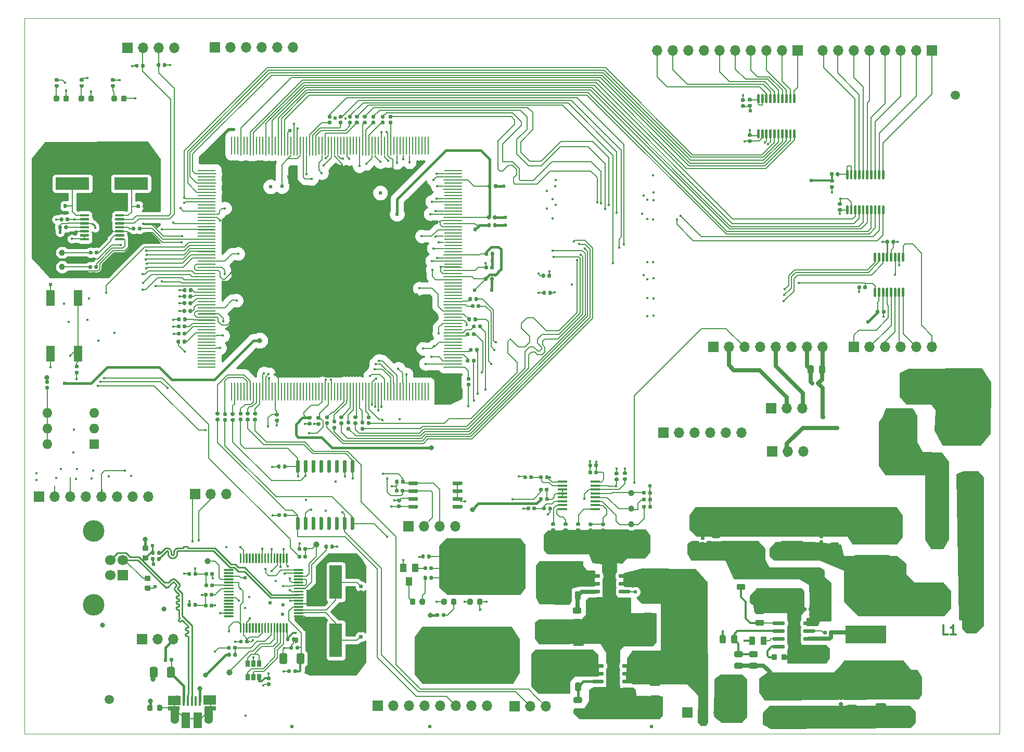
<source format=gbr>
G04 #@! TF.GenerationSoftware,KiCad,Pcbnew,5.1.6-c6e7f7d~87~ubuntu16.04.1*
G04 #@! TF.CreationDate,2020-08-12T13:09:15+05:30*
G04 #@! TF.ProjectId,Aardonyx,41617264-6f6e-4797-982e-6b696361645f,v1.0*
G04 #@! TF.SameCoordinates,Original*
G04 #@! TF.FileFunction,Copper,L1,Top*
G04 #@! TF.FilePolarity,Positive*
%FSLAX46Y46*%
G04 Gerber Fmt 4.6, Leading zero omitted, Abs format (unit mm)*
G04 Created by KiCad (PCBNEW 5.1.6-c6e7f7d~87~ubuntu16.04.1) date 2020-08-12 13:09:15*
%MOMM*%
%LPD*%
G01*
G04 APERTURE LIST*
G04 #@! TA.AperFunction,NonConductor*
%ADD10C,0.300000*%
G04 #@! TD*
G04 #@! TA.AperFunction,Profile*
%ADD11C,0.100000*%
G04 #@! TD*
G04 #@! TA.AperFunction,ComponentPad*
%ADD12C,2.500000*%
G04 #@! TD*
G04 #@! TA.AperFunction,ComponentPad*
%ADD13R,2.500000X2.500000*%
G04 #@! TD*
G04 #@! TA.AperFunction,SMDPad,CuDef*
%ADD14R,5.500000X2.000000*%
G04 #@! TD*
G04 #@! TA.AperFunction,SMDPad,CuDef*
%ADD15R,2.000000X5.500000*%
G04 #@! TD*
G04 #@! TA.AperFunction,ComponentPad*
%ADD16C,2.200000*%
G04 #@! TD*
G04 #@! TA.AperFunction,ComponentPad*
%ADD17O,1.700000X1.700000*%
G04 #@! TD*
G04 #@! TA.AperFunction,ComponentPad*
%ADD18R,1.700000X1.700000*%
G04 #@! TD*
G04 #@! TA.AperFunction,ComponentPad*
%ADD19O,4.500000X2.250000*%
G04 #@! TD*
G04 #@! TA.AperFunction,ComponentPad*
%ADD20O,2.250000X4.500000*%
G04 #@! TD*
G04 #@! TA.AperFunction,ComponentPad*
%ADD21O,2.500000X5.000000*%
G04 #@! TD*
G04 #@! TA.AperFunction,ViaPad*
%ADD22C,0.500000*%
G04 #@! TD*
G04 #@! TA.AperFunction,SMDPad,CuDef*
%ADD23R,2.290000X3.000000*%
G04 #@! TD*
G04 #@! TA.AperFunction,ComponentPad*
%ADD24O,1.600000X1.600000*%
G04 #@! TD*
G04 #@! TA.AperFunction,ComponentPad*
%ADD25R,1.600000X1.600000*%
G04 #@! TD*
G04 #@! TA.AperFunction,SMDPad,CuDef*
%ADD26R,1.400000X2.600000*%
G04 #@! TD*
G04 #@! TA.AperFunction,SMDPad,CuDef*
%ADD27R,1.000000X1.400000*%
G04 #@! TD*
G04 #@! TA.AperFunction,SMDPad,CuDef*
%ADD28R,1.430000X2.500000*%
G04 #@! TD*
G04 #@! TA.AperFunction,ComponentPad*
%ADD29O,1.350000X1.700000*%
G04 #@! TD*
G04 #@! TA.AperFunction,ComponentPad*
%ADD30O,1.100000X1.500000*%
G04 #@! TD*
G04 #@! TA.AperFunction,SMDPad,CuDef*
%ADD31R,0.400000X1.650000*%
G04 #@! TD*
G04 #@! TA.AperFunction,SMDPad,CuDef*
%ADD32R,2.000000X1.500000*%
G04 #@! TD*
G04 #@! TA.AperFunction,SMDPad,CuDef*
%ADD33R,1.825000X0.700000*%
G04 #@! TD*
G04 #@! TA.AperFunction,SMDPad,CuDef*
%ADD34R,1.350000X2.000000*%
G04 #@! TD*
G04 #@! TA.AperFunction,SMDPad,CuDef*
%ADD35R,3.660000X2.085000*%
G04 #@! TD*
G04 #@! TA.AperFunction,SMDPad,CuDef*
%ADD36R,6.600000X2.850000*%
G04 #@! TD*
G04 #@! TA.AperFunction,SMDPad,CuDef*
%ADD37C,1.500000*%
G04 #@! TD*
G04 #@! TA.AperFunction,SMDPad,CuDef*
%ADD38C,1.000000*%
G04 #@! TD*
G04 #@! TA.AperFunction,ComponentPad*
%ADD39C,3.500000*%
G04 #@! TD*
G04 #@! TA.AperFunction,ComponentPad*
%ADD40C,1.700000*%
G04 #@! TD*
G04 #@! TA.AperFunction,SMDPad,CuDef*
%ADD41R,0.650000X1.060000*%
G04 #@! TD*
G04 #@! TA.AperFunction,SMDPad,CuDef*
%ADD42R,0.240000X3.000000*%
G04 #@! TD*
G04 #@! TA.AperFunction,SMDPad,CuDef*
%ADD43R,3.000000X0.240000*%
G04 #@! TD*
G04 #@! TA.AperFunction,SMDPad,CuDef*
%ADD44R,1.600000X0.410000*%
G04 #@! TD*
G04 #@! TA.AperFunction,ViaPad*
%ADD45C,0.406400*%
G04 #@! TD*
G04 #@! TA.AperFunction,ViaPad*
%ADD46C,0.609600*%
G04 #@! TD*
G04 #@! TA.AperFunction,ViaPad*
%ADD47C,0.800000*%
G04 #@! TD*
G04 #@! TA.AperFunction,ViaPad*
%ADD48C,0.812800*%
G04 #@! TD*
G04 #@! TA.AperFunction,ViaPad*
%ADD49C,0.599999*%
G04 #@! TD*
G04 #@! TA.AperFunction,Conductor*
%ADD50C,0.203200*%
G04 #@! TD*
G04 #@! TA.AperFunction,Conductor*
%ADD51C,0.305000*%
G04 #@! TD*
G04 #@! TA.AperFunction,Conductor*
%ADD52C,0.406400*%
G04 #@! TD*
G04 #@! TA.AperFunction,Conductor*
%ADD53C,0.635000*%
G04 #@! TD*
G04 #@! TA.AperFunction,Conductor*
%ADD54C,0.304800*%
G04 #@! TD*
G04 #@! TA.AperFunction,Conductor*
%ADD55C,0.250000*%
G04 #@! TD*
G04 #@! TA.AperFunction,Conductor*
%ADD56C,0.220000*%
G04 #@! TD*
G04 #@! TA.AperFunction,Conductor*
%ADD57C,0.254000*%
G04 #@! TD*
G04 APERTURE END LIST*
D10*
X273333400Y-146042771D02*
X272619114Y-146042771D01*
X272619114Y-144542771D01*
X274619114Y-146042771D02*
X273761971Y-146042771D01*
X274190542Y-146042771D02*
X274190542Y-144542771D01*
X274047685Y-144757057D01*
X273904828Y-144899914D01*
X273761971Y-144971342D01*
D11*
X281706200Y-45680600D02*
X281706200Y-162210600D01*
X123106200Y-45680600D02*
X281706200Y-45680600D01*
X123106200Y-162210600D02*
X123106200Y-45680600D01*
X281706200Y-162210600D02*
X123106200Y-162210600D01*
D12*
X276199600Y-127508000D03*
D13*
X271119600Y-127508000D03*
G04 #@! TA.AperFunction,SMDPad,CuDef*
G36*
G01*
X239724250Y-149742500D02*
X238811750Y-149742500D01*
G75*
G02*
X238568000Y-149498750I0J243750D01*
G01*
X238568000Y-149011250D01*
G75*
G02*
X238811750Y-148767500I243750J0D01*
G01*
X239724250Y-148767500D01*
G75*
G02*
X239968000Y-149011250I0J-243750D01*
G01*
X239968000Y-149498750D01*
G75*
G02*
X239724250Y-149742500I-243750J0D01*
G01*
G37*
G04 #@! TD.AperFunction*
G04 #@! TA.AperFunction,SMDPad,CuDef*
G36*
G01*
X239724250Y-151617500D02*
X238811750Y-151617500D01*
G75*
G02*
X238568000Y-151373750I0J243750D01*
G01*
X238568000Y-150886250D01*
G75*
G02*
X238811750Y-150642500I243750J0D01*
G01*
X239724250Y-150642500D01*
G75*
G02*
X239968000Y-150886250I0J-243750D01*
G01*
X239968000Y-151373750D01*
G75*
G02*
X239724250Y-151617500I-243750J0D01*
G01*
G37*
G04 #@! TD.AperFunction*
G04 #@! TA.AperFunction,SMDPad,CuDef*
G36*
G01*
X237167000Y-146355750D02*
X237167000Y-147268250D01*
G75*
G02*
X236923250Y-147512000I-243750J0D01*
G01*
X236435750Y-147512000D01*
G75*
G02*
X236192000Y-147268250I0J243750D01*
G01*
X236192000Y-146355750D01*
G75*
G02*
X236435750Y-146112000I243750J0D01*
G01*
X236923250Y-146112000D01*
G75*
G02*
X237167000Y-146355750I0J-243750D01*
G01*
G37*
G04 #@! TD.AperFunction*
G04 #@! TA.AperFunction,SMDPad,CuDef*
G36*
G01*
X239042000Y-146355750D02*
X239042000Y-147268250D01*
G75*
G02*
X238798250Y-147512000I-243750J0D01*
G01*
X238310750Y-147512000D01*
G75*
G02*
X238067000Y-147268250I0J243750D01*
G01*
X238067000Y-146355750D01*
G75*
G02*
X238310750Y-146112000I243750J0D01*
G01*
X238798250Y-146112000D01*
G75*
G02*
X239042000Y-146355750I0J-243750D01*
G01*
G37*
G04 #@! TD.AperFunction*
G04 #@! TA.AperFunction,SMDPad,CuDef*
G36*
G01*
X212522750Y-143530500D02*
X213435250Y-143530500D01*
G75*
G02*
X213679000Y-143774250I0J-243750D01*
G01*
X213679000Y-144261750D01*
G75*
G02*
X213435250Y-144505500I-243750J0D01*
G01*
X212522750Y-144505500D01*
G75*
G02*
X212279000Y-144261750I0J243750D01*
G01*
X212279000Y-143774250D01*
G75*
G02*
X212522750Y-143530500I243750J0D01*
G01*
G37*
G04 #@! TD.AperFunction*
G04 #@! TA.AperFunction,SMDPad,CuDef*
G36*
G01*
X212522750Y-141655500D02*
X213435250Y-141655500D01*
G75*
G02*
X213679000Y-141899250I0J-243750D01*
G01*
X213679000Y-142386750D01*
G75*
G02*
X213435250Y-142630500I-243750J0D01*
G01*
X212522750Y-142630500D01*
G75*
G02*
X212279000Y-142386750I0J243750D01*
G01*
X212279000Y-141899250D01*
G75*
G02*
X212522750Y-141655500I243750J0D01*
G01*
G37*
G04 #@! TD.AperFunction*
G04 #@! TA.AperFunction,SMDPad,CuDef*
G36*
G01*
X212618500Y-140156250D02*
X212618500Y-139243750D01*
G75*
G02*
X212862250Y-139000000I243750J0D01*
G01*
X213349750Y-139000000D01*
G75*
G02*
X213593500Y-139243750I0J-243750D01*
G01*
X213593500Y-140156250D01*
G75*
G02*
X213349750Y-140400000I-243750J0D01*
G01*
X212862250Y-140400000D01*
G75*
G02*
X212618500Y-140156250I0J243750D01*
G01*
G37*
G04 #@! TD.AperFunction*
G04 #@! TA.AperFunction,SMDPad,CuDef*
G36*
G01*
X210743500Y-140156250D02*
X210743500Y-139243750D01*
G75*
G02*
X210987250Y-139000000I243750J0D01*
G01*
X211474750Y-139000000D01*
G75*
G02*
X211718500Y-139243750I0J-243750D01*
G01*
X211718500Y-140156250D01*
G75*
G02*
X211474750Y-140400000I-243750J0D01*
G01*
X210987250Y-140400000D01*
G75*
G02*
X210743500Y-140156250I0J243750D01*
G01*
G37*
G04 #@! TD.AperFunction*
G04 #@! TA.AperFunction,SMDPad,CuDef*
G36*
G01*
X212649750Y-158105500D02*
X213562250Y-158105500D01*
G75*
G02*
X213806000Y-158349250I0J-243750D01*
G01*
X213806000Y-158836750D01*
G75*
G02*
X213562250Y-159080500I-243750J0D01*
G01*
X212649750Y-159080500D01*
G75*
G02*
X212406000Y-158836750I0J243750D01*
G01*
X212406000Y-158349250D01*
G75*
G02*
X212649750Y-158105500I243750J0D01*
G01*
G37*
G04 #@! TD.AperFunction*
G04 #@! TA.AperFunction,SMDPad,CuDef*
G36*
G01*
X212649750Y-156230500D02*
X213562250Y-156230500D01*
G75*
G02*
X213806000Y-156474250I0J-243750D01*
G01*
X213806000Y-156961750D01*
G75*
G02*
X213562250Y-157205500I-243750J0D01*
G01*
X212649750Y-157205500D01*
G75*
G02*
X212406000Y-156961750I0J243750D01*
G01*
X212406000Y-156474250D01*
G75*
G02*
X212649750Y-156230500I243750J0D01*
G01*
G37*
G04 #@! TD.AperFunction*
G04 #@! TA.AperFunction,SMDPad,CuDef*
G36*
G01*
X212667000Y-155015250D02*
X212667000Y-154102750D01*
G75*
G02*
X212910750Y-153859000I243750J0D01*
G01*
X213398250Y-153859000D01*
G75*
G02*
X213642000Y-154102750I0J-243750D01*
G01*
X213642000Y-155015250D01*
G75*
G02*
X213398250Y-155259000I-243750J0D01*
G01*
X212910750Y-155259000D01*
G75*
G02*
X212667000Y-155015250I0J243750D01*
G01*
G37*
G04 #@! TD.AperFunction*
G04 #@! TA.AperFunction,SMDPad,CuDef*
G36*
G01*
X210792000Y-155015250D02*
X210792000Y-154102750D01*
G75*
G02*
X211035750Y-153859000I243750J0D01*
G01*
X211523250Y-153859000D01*
G75*
G02*
X211767000Y-154102750I0J-243750D01*
G01*
X211767000Y-155015250D01*
G75*
G02*
X211523250Y-155259000I-243750J0D01*
G01*
X211035750Y-155259000D01*
G75*
G02*
X210792000Y-155015250I0J243750D01*
G01*
G37*
G04 #@! TD.AperFunction*
G04 #@! TA.AperFunction,SMDPad,CuDef*
G36*
G01*
X239192750Y-137815500D02*
X240105250Y-137815500D01*
G75*
G02*
X240349000Y-138059250I0J-243750D01*
G01*
X240349000Y-138546750D01*
G75*
G02*
X240105250Y-138790500I-243750J0D01*
G01*
X239192750Y-138790500D01*
G75*
G02*
X238949000Y-138546750I0J243750D01*
G01*
X238949000Y-138059250D01*
G75*
G02*
X239192750Y-137815500I243750J0D01*
G01*
G37*
G04 #@! TD.AperFunction*
G04 #@! TA.AperFunction,SMDPad,CuDef*
G36*
G01*
X239192750Y-135940500D02*
X240105250Y-135940500D01*
G75*
G02*
X240349000Y-136184250I0J-243750D01*
G01*
X240349000Y-136671750D01*
G75*
G02*
X240105250Y-136915500I-243750J0D01*
G01*
X239192750Y-136915500D01*
G75*
G02*
X238949000Y-136671750I0J243750D01*
G01*
X238949000Y-136184250D01*
G75*
G02*
X239192750Y-135940500I243750J0D01*
G01*
G37*
G04 #@! TD.AperFunction*
G04 #@! TA.AperFunction,SMDPad,CuDef*
G36*
G01*
X243153250Y-142757500D02*
X242240750Y-142757500D01*
G75*
G02*
X241997000Y-142513750I0J243750D01*
G01*
X241997000Y-142026250D01*
G75*
G02*
X242240750Y-141782500I243750J0D01*
G01*
X243153250Y-141782500D01*
G75*
G02*
X243397000Y-142026250I0J-243750D01*
G01*
X243397000Y-142513750D01*
G75*
G02*
X243153250Y-142757500I-243750J0D01*
G01*
G37*
G04 #@! TD.AperFunction*
G04 #@! TA.AperFunction,SMDPad,CuDef*
G36*
G01*
X243153250Y-144632500D02*
X242240750Y-144632500D01*
G75*
G02*
X241997000Y-144388750I0J243750D01*
G01*
X241997000Y-143901250D01*
G75*
G02*
X242240750Y-143657500I243750J0D01*
G01*
X243153250Y-143657500D01*
G75*
G02*
X243397000Y-143901250I0J-243750D01*
G01*
X243397000Y-144388750D01*
G75*
G02*
X243153250Y-144632500I-243750J0D01*
G01*
G37*
G04 #@! TD.AperFunction*
G04 #@! TA.AperFunction,SMDPad,CuDef*
G36*
G01*
X212969000Y-132953000D02*
X211719000Y-132953000D01*
G75*
G02*
X211469000Y-132703000I0J250000D01*
G01*
X211469000Y-131953000D01*
G75*
G02*
X211719000Y-131703000I250000J0D01*
G01*
X212969000Y-131703000D01*
G75*
G02*
X213219000Y-131953000I0J-250000D01*
G01*
X213219000Y-132703000D01*
G75*
G02*
X212969000Y-132953000I-250000J0D01*
G01*
G37*
G04 #@! TD.AperFunction*
G04 #@! TA.AperFunction,SMDPad,CuDef*
G36*
G01*
X212969000Y-135753000D02*
X211719000Y-135753000D01*
G75*
G02*
X211469000Y-135503000I0J250000D01*
G01*
X211469000Y-134753000D01*
G75*
G02*
X211719000Y-134503000I250000J0D01*
G01*
X212969000Y-134503000D01*
G75*
G02*
X213219000Y-134753000I0J-250000D01*
G01*
X213219000Y-135503000D01*
G75*
G02*
X212969000Y-135753000I-250000J0D01*
G01*
G37*
G04 #@! TD.AperFunction*
G04 #@! TA.AperFunction,SMDPad,CuDef*
G36*
G01*
X223911000Y-142510000D02*
X225161000Y-142510000D01*
G75*
G02*
X225411000Y-142760000I0J-250000D01*
G01*
X225411000Y-143510000D01*
G75*
G02*
X225161000Y-143760000I-250000J0D01*
G01*
X223911000Y-143760000D01*
G75*
G02*
X223661000Y-143510000I0J250000D01*
G01*
X223661000Y-142760000D01*
G75*
G02*
X223911000Y-142510000I250000J0D01*
G01*
G37*
G04 #@! TD.AperFunction*
G04 #@! TA.AperFunction,SMDPad,CuDef*
G36*
G01*
X223911000Y-139710000D02*
X225161000Y-139710000D01*
G75*
G02*
X225411000Y-139960000I0J-250000D01*
G01*
X225411000Y-140710000D01*
G75*
G02*
X225161000Y-140960000I-250000J0D01*
G01*
X223911000Y-140960000D01*
G75*
G02*
X223661000Y-140710000I0J250000D01*
G01*
X223661000Y-139960000D01*
G75*
G02*
X223911000Y-139710000I250000J0D01*
G01*
G37*
G04 #@! TD.AperFunction*
G04 #@! TA.AperFunction,SMDPad,CuDef*
G36*
G01*
X213858000Y-147945000D02*
X212608000Y-147945000D01*
G75*
G02*
X212358000Y-147695000I0J250000D01*
G01*
X212358000Y-146945000D01*
G75*
G02*
X212608000Y-146695000I250000J0D01*
G01*
X213858000Y-146695000D01*
G75*
G02*
X214108000Y-146945000I0J-250000D01*
G01*
X214108000Y-147695000D01*
G75*
G02*
X213858000Y-147945000I-250000J0D01*
G01*
G37*
G04 #@! TD.AperFunction*
G04 #@! TA.AperFunction,SMDPad,CuDef*
G36*
G01*
X213858000Y-150745000D02*
X212608000Y-150745000D01*
G75*
G02*
X212358000Y-150495000I0J250000D01*
G01*
X212358000Y-149745000D01*
G75*
G02*
X212608000Y-149495000I250000J0D01*
G01*
X213858000Y-149495000D01*
G75*
G02*
X214108000Y-149745000I0J-250000D01*
G01*
X214108000Y-150495000D01*
G75*
G02*
X213858000Y-150745000I-250000J0D01*
G01*
G37*
G04 #@! TD.AperFunction*
G04 #@! TA.AperFunction,SMDPad,CuDef*
G36*
G01*
X225054000Y-155972000D02*
X226304000Y-155972000D01*
G75*
G02*
X226554000Y-156222000I0J-250000D01*
G01*
X226554000Y-156972000D01*
G75*
G02*
X226304000Y-157222000I-250000J0D01*
G01*
X225054000Y-157222000D01*
G75*
G02*
X224804000Y-156972000I0J250000D01*
G01*
X224804000Y-156222000D01*
G75*
G02*
X225054000Y-155972000I250000J0D01*
G01*
G37*
G04 #@! TD.AperFunction*
G04 #@! TA.AperFunction,SMDPad,CuDef*
G36*
G01*
X225054000Y-153172000D02*
X226304000Y-153172000D01*
G75*
G02*
X226554000Y-153422000I0J-250000D01*
G01*
X226554000Y-154172000D01*
G75*
G02*
X226304000Y-154422000I-250000J0D01*
G01*
X225054000Y-154422000D01*
G75*
G02*
X224804000Y-154172000I0J250000D01*
G01*
X224804000Y-153422000D01*
G75*
G02*
X225054000Y-153172000I250000J0D01*
G01*
G37*
G04 #@! TD.AperFunction*
G04 #@! TA.AperFunction,SMDPad,CuDef*
G36*
G01*
X261807800Y-157236000D02*
X263057800Y-157236000D01*
G75*
G02*
X263307800Y-157486000I0J-250000D01*
G01*
X263307800Y-158236000D01*
G75*
G02*
X263057800Y-158486000I-250000J0D01*
G01*
X261807800Y-158486000D01*
G75*
G02*
X261557800Y-158236000I0J250000D01*
G01*
X261557800Y-157486000D01*
G75*
G02*
X261807800Y-157236000I250000J0D01*
G01*
G37*
G04 #@! TD.AperFunction*
G04 #@! TA.AperFunction,SMDPad,CuDef*
G36*
G01*
X261807800Y-154436000D02*
X263057800Y-154436000D01*
G75*
G02*
X263307800Y-154686000I0J-250000D01*
G01*
X263307800Y-155436000D01*
G75*
G02*
X263057800Y-155686000I-250000J0D01*
G01*
X261807800Y-155686000D01*
G75*
G02*
X261557800Y-155436000I0J250000D01*
G01*
X261557800Y-154686000D01*
G75*
G02*
X261807800Y-154436000I250000J0D01*
G01*
G37*
G04 #@! TD.AperFunction*
G04 #@! TA.AperFunction,SMDPad,CuDef*
G36*
G01*
X257058000Y-157490000D02*
X258308000Y-157490000D01*
G75*
G02*
X258558000Y-157740000I0J-250000D01*
G01*
X258558000Y-158490000D01*
G75*
G02*
X258308000Y-158740000I-250000J0D01*
G01*
X257058000Y-158740000D01*
G75*
G02*
X256808000Y-158490000I0J250000D01*
G01*
X256808000Y-157740000D01*
G75*
G02*
X257058000Y-157490000I250000J0D01*
G01*
G37*
G04 #@! TD.AperFunction*
G04 #@! TA.AperFunction,SMDPad,CuDef*
G36*
G01*
X257058000Y-154690000D02*
X258308000Y-154690000D01*
G75*
G02*
X258558000Y-154940000I0J-250000D01*
G01*
X258558000Y-155690000D01*
G75*
G02*
X258308000Y-155940000I-250000J0D01*
G01*
X257058000Y-155940000D01*
G75*
G02*
X256808000Y-155690000I0J250000D01*
G01*
X256808000Y-154940000D01*
G75*
G02*
X257058000Y-154690000I250000J0D01*
G01*
G37*
G04 #@! TD.AperFunction*
G04 #@! TA.AperFunction,SMDPad,CuDef*
G36*
G01*
X249719800Y-139024200D02*
X249719800Y-140274200D01*
G75*
G02*
X249469800Y-140524200I-250000J0D01*
G01*
X248719800Y-140524200D01*
G75*
G02*
X248469800Y-140274200I0J250000D01*
G01*
X248469800Y-139024200D01*
G75*
G02*
X248719800Y-138774200I250000J0D01*
G01*
X249469800Y-138774200D01*
G75*
G02*
X249719800Y-139024200I0J-250000D01*
G01*
G37*
G04 #@! TD.AperFunction*
G04 #@! TA.AperFunction,SMDPad,CuDef*
G36*
G01*
X252519800Y-139024200D02*
X252519800Y-140274200D01*
G75*
G02*
X252269800Y-140524200I-250000J0D01*
G01*
X251519800Y-140524200D01*
G75*
G02*
X251269800Y-140274200I0J250000D01*
G01*
X251269800Y-139024200D01*
G75*
G02*
X251519800Y-138774200I250000J0D01*
G01*
X252269800Y-138774200D01*
G75*
G02*
X252519800Y-139024200I0J-250000D01*
G01*
G37*
G04 #@! TD.AperFunction*
G04 #@! TA.AperFunction,SMDPad,CuDef*
G36*
G01*
X165798200Y-149336600D02*
X165798200Y-150586600D01*
G75*
G02*
X165548200Y-150836600I-250000J0D01*
G01*
X164798200Y-150836600D01*
G75*
G02*
X164548200Y-150586600I0J250000D01*
G01*
X164548200Y-149336600D01*
G75*
G02*
X164798200Y-149086600I250000J0D01*
G01*
X165548200Y-149086600D01*
G75*
G02*
X165798200Y-149336600I0J-250000D01*
G01*
G37*
G04 #@! TD.AperFunction*
G04 #@! TA.AperFunction,SMDPad,CuDef*
G36*
G01*
X168598200Y-149336600D02*
X168598200Y-150586600D01*
G75*
G02*
X168348200Y-150836600I-250000J0D01*
G01*
X167598200Y-150836600D01*
G75*
G02*
X167348200Y-150586600I0J250000D01*
G01*
X167348200Y-149336600D01*
G75*
G02*
X167598200Y-149086600I250000J0D01*
G01*
X168348200Y-149086600D01*
G75*
G02*
X168598200Y-149336600I0J-250000D01*
G01*
G37*
G04 #@! TD.AperFunction*
G04 #@! TA.AperFunction,SMDPad,CuDef*
G36*
G01*
X144705000Y-151575000D02*
X144705000Y-152825000D01*
G75*
G02*
X144455000Y-153075000I-250000J0D01*
G01*
X143705000Y-153075000D01*
G75*
G02*
X143455000Y-152825000I0J250000D01*
G01*
X143455000Y-151575000D01*
G75*
G02*
X143705000Y-151325000I250000J0D01*
G01*
X144455000Y-151325000D01*
G75*
G02*
X144705000Y-151575000I0J-250000D01*
G01*
G37*
G04 #@! TD.AperFunction*
G04 #@! TA.AperFunction,SMDPad,CuDef*
G36*
G01*
X147505000Y-151575000D02*
X147505000Y-152825000D01*
G75*
G02*
X147255000Y-153075000I-250000J0D01*
G01*
X146505000Y-153075000D01*
G75*
G02*
X146255000Y-152825000I0J250000D01*
G01*
X146255000Y-151575000D01*
G75*
G02*
X146505000Y-151325000I250000J0D01*
G01*
X147255000Y-151325000D01*
G75*
G02*
X147505000Y-151575000I0J-250000D01*
G01*
G37*
G04 #@! TD.AperFunction*
G04 #@! TA.AperFunction,SMDPad,CuDef*
G36*
G01*
X246222000Y-149989250D02*
X246222000Y-149476750D01*
G75*
G02*
X246440750Y-149258000I218750J0D01*
G01*
X246878250Y-149258000D01*
G75*
G02*
X247097000Y-149476750I0J-218750D01*
G01*
X247097000Y-149989250D01*
G75*
G02*
X246878250Y-150208000I-218750J0D01*
G01*
X246440750Y-150208000D01*
G75*
G02*
X246222000Y-149989250I0J218750D01*
G01*
G37*
G04 #@! TD.AperFunction*
G04 #@! TA.AperFunction,SMDPad,CuDef*
G36*
G01*
X244647000Y-149989250D02*
X244647000Y-149476750D01*
G75*
G02*
X244865750Y-149258000I218750J0D01*
G01*
X245303250Y-149258000D01*
G75*
G02*
X245522000Y-149476750I0J-218750D01*
G01*
X245522000Y-149989250D01*
G75*
G02*
X245303250Y-150208000I-218750J0D01*
G01*
X244865750Y-150208000D01*
G75*
G02*
X244647000Y-149989250I0J218750D01*
G01*
G37*
G04 #@! TD.AperFunction*
G04 #@! TA.AperFunction,SMDPad,CuDef*
G36*
G01*
X251464900Y-102464550D02*
X251464900Y-103377050D01*
G75*
G02*
X251221150Y-103620800I-243750J0D01*
G01*
X250733650Y-103620800D01*
G75*
G02*
X250489900Y-103377050I0J243750D01*
G01*
X250489900Y-102464550D01*
G75*
G02*
X250733650Y-102220800I243750J0D01*
G01*
X251221150Y-102220800D01*
G75*
G02*
X251464900Y-102464550I0J-243750D01*
G01*
G37*
G04 #@! TD.AperFunction*
G04 #@! TA.AperFunction,SMDPad,CuDef*
G36*
G01*
X253339900Y-102464550D02*
X253339900Y-103377050D01*
G75*
G02*
X253096150Y-103620800I-243750J0D01*
G01*
X252608650Y-103620800D01*
G75*
G02*
X252364900Y-103377050I0J243750D01*
G01*
X252364900Y-102464550D01*
G75*
G02*
X252608650Y-102220800I243750J0D01*
G01*
X253096150Y-102220800D01*
G75*
G02*
X253339900Y-102464550I0J-243750D01*
G01*
G37*
G04 #@! TD.AperFunction*
G04 #@! TA.AperFunction,SMDPad,CuDef*
G36*
G01*
X236041250Y-130360000D02*
X235128750Y-130360000D01*
G75*
G02*
X234885000Y-130116250I0J243750D01*
G01*
X234885000Y-129628750D01*
G75*
G02*
X235128750Y-129385000I243750J0D01*
G01*
X236041250Y-129385000D01*
G75*
G02*
X236285000Y-129628750I0J-243750D01*
G01*
X236285000Y-130116250D01*
G75*
G02*
X236041250Y-130360000I-243750J0D01*
G01*
G37*
G04 #@! TD.AperFunction*
G04 #@! TA.AperFunction,SMDPad,CuDef*
G36*
G01*
X236041250Y-132235000D02*
X235128750Y-132235000D01*
G75*
G02*
X234885000Y-131991250I0J243750D01*
G01*
X234885000Y-131503750D01*
G75*
G02*
X235128750Y-131260000I243750J0D01*
G01*
X236041250Y-131260000D01*
G75*
G02*
X236285000Y-131503750I0J-243750D01*
G01*
X236285000Y-131991250D01*
G75*
G02*
X236041250Y-132235000I-243750J0D01*
G01*
G37*
G04 #@! TD.AperFunction*
G04 #@! TA.AperFunction,SMDPad,CuDef*
G36*
G01*
X242137250Y-149742500D02*
X241224750Y-149742500D01*
G75*
G02*
X240981000Y-149498750I0J243750D01*
G01*
X240981000Y-149011250D01*
G75*
G02*
X241224750Y-148767500I243750J0D01*
G01*
X242137250Y-148767500D01*
G75*
G02*
X242381000Y-149011250I0J-243750D01*
G01*
X242381000Y-149498750D01*
G75*
G02*
X242137250Y-149742500I-243750J0D01*
G01*
G37*
G04 #@! TD.AperFunction*
G04 #@! TA.AperFunction,SMDPad,CuDef*
G36*
G01*
X242137250Y-151617500D02*
X241224750Y-151617500D01*
G75*
G02*
X240981000Y-151373750I0J243750D01*
G01*
X240981000Y-150886250D01*
G75*
G02*
X241224750Y-150642500I243750J0D01*
G01*
X242137250Y-150642500D01*
G75*
G02*
X242381000Y-150886250I0J-243750D01*
G01*
X242381000Y-151373750D01*
G75*
G02*
X242137250Y-151617500I-243750J0D01*
G01*
G37*
G04 #@! TD.AperFunction*
G04 #@! TA.AperFunction,SMDPad,CuDef*
G36*
G01*
X255345250Y-130154500D02*
X254432750Y-130154500D01*
G75*
G02*
X254189000Y-129910750I0J243750D01*
G01*
X254189000Y-129423250D01*
G75*
G02*
X254432750Y-129179500I243750J0D01*
G01*
X255345250Y-129179500D01*
G75*
G02*
X255589000Y-129423250I0J-243750D01*
G01*
X255589000Y-129910750D01*
G75*
G02*
X255345250Y-130154500I-243750J0D01*
G01*
G37*
G04 #@! TD.AperFunction*
G04 #@! TA.AperFunction,SMDPad,CuDef*
G36*
G01*
X255345250Y-132029500D02*
X254432750Y-132029500D01*
G75*
G02*
X254189000Y-131785750I0J243750D01*
G01*
X254189000Y-131298250D01*
G75*
G02*
X254432750Y-131054500I243750J0D01*
G01*
X255345250Y-131054500D01*
G75*
G02*
X255589000Y-131298250I0J-243750D01*
G01*
X255589000Y-131785750D01*
G75*
G02*
X255345250Y-132029500I-243750J0D01*
G01*
G37*
G04 #@! TD.AperFunction*
G04 #@! TA.AperFunction,SMDPad,CuDef*
G36*
G01*
X241944500Y-146609750D02*
X241944500Y-147522250D01*
G75*
G02*
X241700750Y-147766000I-243750J0D01*
G01*
X241213250Y-147766000D01*
G75*
G02*
X240969500Y-147522250I0J243750D01*
G01*
X240969500Y-146609750D01*
G75*
G02*
X241213250Y-146366000I243750J0D01*
G01*
X241700750Y-146366000D01*
G75*
G02*
X241944500Y-146609750I0J-243750D01*
G01*
G37*
G04 #@! TD.AperFunction*
G04 #@! TA.AperFunction,SMDPad,CuDef*
G36*
G01*
X243819500Y-146609750D02*
X243819500Y-147522250D01*
G75*
G02*
X243575750Y-147766000I-243750J0D01*
G01*
X243088250Y-147766000D01*
G75*
G02*
X242844500Y-147522250I0J243750D01*
G01*
X242844500Y-146609750D01*
G75*
G02*
X243088250Y-146366000I243750J0D01*
G01*
X243575750Y-146366000D01*
G75*
G02*
X243819500Y-146609750I0J-243750D01*
G01*
G37*
G04 #@! TD.AperFunction*
G04 #@! TA.AperFunction,SMDPad,CuDef*
G36*
G01*
X251549400Y-105008900D02*
X251549400Y-105353900D01*
G75*
G02*
X251401900Y-105501400I-147500J0D01*
G01*
X251106900Y-105501400D01*
G75*
G02*
X250959400Y-105353900I0J147500D01*
G01*
X250959400Y-105008900D01*
G75*
G02*
X251106900Y-104861400I147500J0D01*
G01*
X251401900Y-104861400D01*
G75*
G02*
X251549400Y-105008900I0J-147500D01*
G01*
G37*
G04 #@! TD.AperFunction*
G04 #@! TA.AperFunction,SMDPad,CuDef*
G36*
G01*
X252519400Y-105008900D02*
X252519400Y-105353900D01*
G75*
G02*
X252371900Y-105501400I-147500J0D01*
G01*
X252076900Y-105501400D01*
G75*
G02*
X251929400Y-105353900I0J147500D01*
G01*
X251929400Y-105008900D01*
G75*
G02*
X252076900Y-104861400I147500J0D01*
G01*
X252371900Y-104861400D01*
G75*
G02*
X252519400Y-105008900I0J-147500D01*
G01*
G37*
G04 #@! TD.AperFunction*
G04 #@! TA.AperFunction,SMDPad,CuDef*
G36*
G01*
X162641500Y-153860000D02*
X162986500Y-153860000D01*
G75*
G02*
X163134000Y-154007500I0J-147500D01*
G01*
X163134000Y-154302500D01*
G75*
G02*
X162986500Y-154450000I-147500J0D01*
G01*
X162641500Y-154450000D01*
G75*
G02*
X162494000Y-154302500I0J147500D01*
G01*
X162494000Y-154007500D01*
G75*
G02*
X162641500Y-153860000I147500J0D01*
G01*
G37*
G04 #@! TD.AperFunction*
G04 #@! TA.AperFunction,SMDPad,CuDef*
G36*
G01*
X162641500Y-152890000D02*
X162986500Y-152890000D01*
G75*
G02*
X163134000Y-153037500I0J-147500D01*
G01*
X163134000Y-153332500D01*
G75*
G02*
X162986500Y-153480000I-147500J0D01*
G01*
X162641500Y-153480000D01*
G75*
G02*
X162494000Y-153332500I0J147500D01*
G01*
X162494000Y-153037500D01*
G75*
G02*
X162641500Y-152890000I147500J0D01*
G01*
G37*
G04 #@! TD.AperFunction*
G04 #@! TA.AperFunction,SMDPad,CuDef*
G36*
G01*
X199308000Y-78307500D02*
X199308000Y-77962500D01*
G75*
G02*
X199455500Y-77815000I147500J0D01*
G01*
X199750500Y-77815000D01*
G75*
G02*
X199898000Y-77962500I0J-147500D01*
G01*
X199898000Y-78307500D01*
G75*
G02*
X199750500Y-78455000I-147500J0D01*
G01*
X199455500Y-78455000D01*
G75*
G02*
X199308000Y-78307500I0J147500D01*
G01*
G37*
G04 #@! TD.AperFunction*
G04 #@! TA.AperFunction,SMDPad,CuDef*
G36*
G01*
X198338000Y-78307500D02*
X198338000Y-77962500D01*
G75*
G02*
X198485500Y-77815000I147500J0D01*
G01*
X198780500Y-77815000D01*
G75*
G02*
X198928000Y-77962500I0J-147500D01*
G01*
X198928000Y-78307500D01*
G75*
G02*
X198780500Y-78455000I-147500J0D01*
G01*
X198485500Y-78455000D01*
G75*
G02*
X198338000Y-78307500I0J147500D01*
G01*
G37*
G04 #@! TD.AperFunction*
G04 #@! TA.AperFunction,SMDPad,CuDef*
G36*
G01*
X199331000Y-79577500D02*
X199331000Y-79232500D01*
G75*
G02*
X199478500Y-79085000I147500J0D01*
G01*
X199773500Y-79085000D01*
G75*
G02*
X199921000Y-79232500I0J-147500D01*
G01*
X199921000Y-79577500D01*
G75*
G02*
X199773500Y-79725000I-147500J0D01*
G01*
X199478500Y-79725000D01*
G75*
G02*
X199331000Y-79577500I0J147500D01*
G01*
G37*
G04 #@! TD.AperFunction*
G04 #@! TA.AperFunction,SMDPad,CuDef*
G36*
G01*
X198361000Y-79577500D02*
X198361000Y-79232500D01*
G75*
G02*
X198508500Y-79085000I147500J0D01*
G01*
X198803500Y-79085000D01*
G75*
G02*
X198951000Y-79232500I0J-147500D01*
G01*
X198951000Y-79577500D01*
G75*
G02*
X198803500Y-79725000I-147500J0D01*
G01*
X198508500Y-79725000D01*
G75*
G02*
X198361000Y-79577500I0J147500D01*
G01*
G37*
G04 #@! TD.AperFunction*
G04 #@! TA.AperFunction,SMDPad,CuDef*
G36*
G01*
X198892000Y-84233500D02*
X198892000Y-83888500D01*
G75*
G02*
X199039500Y-83741000I147500J0D01*
G01*
X199334500Y-83741000D01*
G75*
G02*
X199482000Y-83888500I0J-147500D01*
G01*
X199482000Y-84233500D01*
G75*
G02*
X199334500Y-84381000I-147500J0D01*
G01*
X199039500Y-84381000D01*
G75*
G02*
X198892000Y-84233500I0J147500D01*
G01*
G37*
G04 #@! TD.AperFunction*
G04 #@! TA.AperFunction,SMDPad,CuDef*
G36*
G01*
X197922000Y-84233500D02*
X197922000Y-83888500D01*
G75*
G02*
X198069500Y-83741000I147500J0D01*
G01*
X198364500Y-83741000D01*
G75*
G02*
X198512000Y-83888500I0J-147500D01*
G01*
X198512000Y-84233500D01*
G75*
G02*
X198364500Y-84381000I-147500J0D01*
G01*
X198069500Y-84381000D01*
G75*
G02*
X197922000Y-84233500I0J147500D01*
G01*
G37*
G04 #@! TD.AperFunction*
G04 #@! TA.AperFunction,SMDPad,CuDef*
G36*
G01*
X198867000Y-86463500D02*
X198867000Y-86118500D01*
G75*
G02*
X199014500Y-85971000I147500J0D01*
G01*
X199309500Y-85971000D01*
G75*
G02*
X199457000Y-86118500I0J-147500D01*
G01*
X199457000Y-86463500D01*
G75*
G02*
X199309500Y-86611000I-147500J0D01*
G01*
X199014500Y-86611000D01*
G75*
G02*
X198867000Y-86463500I0J147500D01*
G01*
G37*
G04 #@! TD.AperFunction*
G04 #@! TA.AperFunction,SMDPad,CuDef*
G36*
G01*
X197897000Y-86463500D02*
X197897000Y-86118500D01*
G75*
G02*
X198044500Y-85971000I147500J0D01*
G01*
X198339500Y-85971000D01*
G75*
G02*
X198487000Y-86118500I0J-147500D01*
G01*
X198487000Y-86463500D01*
G75*
G02*
X198339500Y-86611000I-147500J0D01*
G01*
X198044500Y-86611000D01*
G75*
G02*
X197897000Y-86463500I0J147500D01*
G01*
G37*
G04 #@! TD.AperFunction*
G04 #@! TA.AperFunction,SMDPad,CuDef*
G36*
G01*
X198837000Y-88323500D02*
X198837000Y-87978500D01*
G75*
G02*
X198984500Y-87831000I147500J0D01*
G01*
X199279500Y-87831000D01*
G75*
G02*
X199427000Y-87978500I0J-147500D01*
G01*
X199427000Y-88323500D01*
G75*
G02*
X199279500Y-88471000I-147500J0D01*
G01*
X198984500Y-88471000D01*
G75*
G02*
X198837000Y-88323500I0J147500D01*
G01*
G37*
G04 #@! TD.AperFunction*
G04 #@! TA.AperFunction,SMDPad,CuDef*
G36*
G01*
X197867000Y-88323500D02*
X197867000Y-87978500D01*
G75*
G02*
X198014500Y-87831000I147500J0D01*
G01*
X198309500Y-87831000D01*
G75*
G02*
X198457000Y-87978500I0J-147500D01*
G01*
X198457000Y-88323500D01*
G75*
G02*
X198309500Y-88471000I-147500J0D01*
G01*
X198014500Y-88471000D01*
G75*
G02*
X197867000Y-88323500I0J147500D01*
G01*
G37*
G04 #@! TD.AperFunction*
G04 #@! TA.AperFunction,SMDPad,CuDef*
G36*
G01*
X170718700Y-111467400D02*
X171063700Y-111467400D01*
G75*
G02*
X171211200Y-111614900I0J-147500D01*
G01*
X171211200Y-111909900D01*
G75*
G02*
X171063700Y-112057400I-147500J0D01*
G01*
X170718700Y-112057400D01*
G75*
G02*
X170571200Y-111909900I0J147500D01*
G01*
X170571200Y-111614900D01*
G75*
G02*
X170718700Y-111467400I147500J0D01*
G01*
G37*
G04 #@! TD.AperFunction*
G04 #@! TA.AperFunction,SMDPad,CuDef*
G36*
G01*
X170718700Y-110497400D02*
X171063700Y-110497400D01*
G75*
G02*
X171211200Y-110644900I0J-147500D01*
G01*
X171211200Y-110939900D01*
G75*
G02*
X171063700Y-111087400I-147500J0D01*
G01*
X170718700Y-111087400D01*
G75*
G02*
X170571200Y-110939900I0J147500D01*
G01*
X170571200Y-110644900D01*
G75*
G02*
X170718700Y-110497400I147500J0D01*
G01*
G37*
G04 #@! TD.AperFunction*
G04 #@! TA.AperFunction,SMDPad,CuDef*
G36*
G01*
X163969500Y-110911000D02*
X164314500Y-110911000D01*
G75*
G02*
X164462000Y-111058500I0J-147500D01*
G01*
X164462000Y-111353500D01*
G75*
G02*
X164314500Y-111501000I-147500J0D01*
G01*
X163969500Y-111501000D01*
G75*
G02*
X163822000Y-111353500I0J147500D01*
G01*
X163822000Y-111058500D01*
G75*
G02*
X163969500Y-110911000I147500J0D01*
G01*
G37*
G04 #@! TD.AperFunction*
G04 #@! TA.AperFunction,SMDPad,CuDef*
G36*
G01*
X163969500Y-109941000D02*
X164314500Y-109941000D01*
G75*
G02*
X164462000Y-110088500I0J-147500D01*
G01*
X164462000Y-110383500D01*
G75*
G02*
X164314500Y-110531000I-147500J0D01*
G01*
X163969500Y-110531000D01*
G75*
G02*
X163822000Y-110383500I0J147500D01*
G01*
X163822000Y-110088500D01*
G75*
G02*
X163969500Y-109941000I147500J0D01*
G01*
G37*
G04 #@! TD.AperFunction*
G04 #@! TA.AperFunction,SMDPad,CuDef*
G36*
G01*
X169296300Y-111436000D02*
X169641300Y-111436000D01*
G75*
G02*
X169788800Y-111583500I0J-147500D01*
G01*
X169788800Y-111878500D01*
G75*
G02*
X169641300Y-112026000I-147500J0D01*
G01*
X169296300Y-112026000D01*
G75*
G02*
X169148800Y-111878500I0J147500D01*
G01*
X169148800Y-111583500D01*
G75*
G02*
X169296300Y-111436000I147500J0D01*
G01*
G37*
G04 #@! TD.AperFunction*
G04 #@! TA.AperFunction,SMDPad,CuDef*
G36*
G01*
X169296300Y-110466000D02*
X169641300Y-110466000D01*
G75*
G02*
X169788800Y-110613500I0J-147500D01*
G01*
X169788800Y-110908500D01*
G75*
G02*
X169641300Y-111056000I-147500J0D01*
G01*
X169296300Y-111056000D01*
G75*
G02*
X169148800Y-110908500I0J147500D01*
G01*
X169148800Y-110613500D01*
G75*
G02*
X169296300Y-110466000I147500J0D01*
G01*
G37*
G04 #@! TD.AperFunction*
G04 #@! TA.AperFunction,SMDPad,CuDef*
G36*
G01*
X199422000Y-73213500D02*
X199422000Y-72868500D01*
G75*
G02*
X199569500Y-72721000I147500J0D01*
G01*
X199864500Y-72721000D01*
G75*
G02*
X200012000Y-72868500I0J-147500D01*
G01*
X200012000Y-73213500D01*
G75*
G02*
X199864500Y-73361000I-147500J0D01*
G01*
X199569500Y-73361000D01*
G75*
G02*
X199422000Y-73213500I0J147500D01*
G01*
G37*
G04 #@! TD.AperFunction*
G04 #@! TA.AperFunction,SMDPad,CuDef*
G36*
G01*
X198452000Y-73213500D02*
X198452000Y-72868500D01*
G75*
G02*
X198599500Y-72721000I147500J0D01*
G01*
X198894500Y-72721000D01*
G75*
G02*
X199042000Y-72868500I0J-147500D01*
G01*
X199042000Y-73213500D01*
G75*
G02*
X198894500Y-73361000I-147500J0D01*
G01*
X198599500Y-73361000D01*
G75*
G02*
X198452000Y-73213500I0J147500D01*
G01*
G37*
G04 #@! TD.AperFunction*
G04 #@! TA.AperFunction,SMDPad,CuDef*
G36*
G01*
X240145100Y-59336400D02*
X239800100Y-59336400D01*
G75*
G02*
X239652600Y-59188900I0J147500D01*
G01*
X239652600Y-58893900D01*
G75*
G02*
X239800100Y-58746400I147500J0D01*
G01*
X240145100Y-58746400D01*
G75*
G02*
X240292600Y-58893900I0J-147500D01*
G01*
X240292600Y-59188900D01*
G75*
G02*
X240145100Y-59336400I-147500J0D01*
G01*
G37*
G04 #@! TD.AperFunction*
G04 #@! TA.AperFunction,SMDPad,CuDef*
G36*
G01*
X240145100Y-60306400D02*
X239800100Y-60306400D01*
G75*
G02*
X239652600Y-60158900I0J147500D01*
G01*
X239652600Y-59863900D01*
G75*
G02*
X239800100Y-59716400I147500J0D01*
G01*
X240145100Y-59716400D01*
G75*
G02*
X240292600Y-59863900I0J-147500D01*
G01*
X240292600Y-60158900D01*
G75*
G02*
X240145100Y-60306400I-147500J0D01*
G01*
G37*
G04 #@! TD.AperFunction*
G04 #@! TA.AperFunction,SMDPad,CuDef*
G36*
G01*
X241269300Y-65037200D02*
X240924300Y-65037200D01*
G75*
G02*
X240776800Y-64889700I0J147500D01*
G01*
X240776800Y-64594700D01*
G75*
G02*
X240924300Y-64447200I147500J0D01*
G01*
X241269300Y-64447200D01*
G75*
G02*
X241416800Y-64594700I0J-147500D01*
G01*
X241416800Y-64889700D01*
G75*
G02*
X241269300Y-65037200I-147500J0D01*
G01*
G37*
G04 #@! TD.AperFunction*
G04 #@! TA.AperFunction,SMDPad,CuDef*
G36*
G01*
X241269300Y-66007200D02*
X240924300Y-66007200D01*
G75*
G02*
X240776800Y-65859700I0J147500D01*
G01*
X240776800Y-65564700D01*
G75*
G02*
X240924300Y-65417200I147500J0D01*
G01*
X241269300Y-65417200D01*
G75*
G02*
X241416800Y-65564700I0J-147500D01*
G01*
X241416800Y-65859700D01*
G75*
G02*
X241269300Y-66007200I-147500J0D01*
G01*
G37*
G04 #@! TD.AperFunction*
G04 #@! TA.AperFunction,SMDPad,CuDef*
G36*
G01*
X254284700Y-72884800D02*
X254629700Y-72884800D01*
G75*
G02*
X254777200Y-73032300I0J-147500D01*
G01*
X254777200Y-73327300D01*
G75*
G02*
X254629700Y-73474800I-147500J0D01*
G01*
X254284700Y-73474800D01*
G75*
G02*
X254137200Y-73327300I0J147500D01*
G01*
X254137200Y-73032300D01*
G75*
G02*
X254284700Y-72884800I147500J0D01*
G01*
G37*
G04 #@! TD.AperFunction*
G04 #@! TA.AperFunction,SMDPad,CuDef*
G36*
G01*
X254284700Y-71914800D02*
X254629700Y-71914800D01*
G75*
G02*
X254777200Y-72062300I0J-147500D01*
G01*
X254777200Y-72357300D01*
G75*
G02*
X254629700Y-72504800I-147500J0D01*
G01*
X254284700Y-72504800D01*
G75*
G02*
X254137200Y-72357300I0J147500D01*
G01*
X254137200Y-72062300D01*
G75*
G02*
X254284700Y-71914800I147500J0D01*
G01*
G37*
G04 #@! TD.AperFunction*
G04 #@! TA.AperFunction,SMDPad,CuDef*
G36*
G01*
X255580100Y-76618600D02*
X255925100Y-76618600D01*
G75*
G02*
X256072600Y-76766100I0J-147500D01*
G01*
X256072600Y-77061100D01*
G75*
G02*
X255925100Y-77208600I-147500J0D01*
G01*
X255580100Y-77208600D01*
G75*
G02*
X255432600Y-77061100I0J147500D01*
G01*
X255432600Y-76766100D01*
G75*
G02*
X255580100Y-76618600I147500J0D01*
G01*
G37*
G04 #@! TD.AperFunction*
G04 #@! TA.AperFunction,SMDPad,CuDef*
G36*
G01*
X255580100Y-75648600D02*
X255925100Y-75648600D01*
G75*
G02*
X256072600Y-75796100I0J-147500D01*
G01*
X256072600Y-76091100D01*
G75*
G02*
X255925100Y-76238600I-147500J0D01*
G01*
X255580100Y-76238600D01*
G75*
G02*
X255432600Y-76091100I0J147500D01*
G01*
X255432600Y-75796100D01*
G75*
G02*
X255580100Y-75648600I147500J0D01*
G01*
G37*
G04 #@! TD.AperFunction*
G04 #@! TA.AperFunction,SMDPad,CuDef*
G36*
G01*
X264145000Y-82282500D02*
X264145000Y-81937500D01*
G75*
G02*
X264292500Y-81790000I147500J0D01*
G01*
X264587500Y-81790000D01*
G75*
G02*
X264735000Y-81937500I0J-147500D01*
G01*
X264735000Y-82282500D01*
G75*
G02*
X264587500Y-82430000I-147500J0D01*
G01*
X264292500Y-82430000D01*
G75*
G02*
X264145000Y-82282500I0J147500D01*
G01*
G37*
G04 #@! TD.AperFunction*
G04 #@! TA.AperFunction,SMDPad,CuDef*
G36*
G01*
X263175000Y-82282500D02*
X263175000Y-81937500D01*
G75*
G02*
X263322500Y-81790000I147500J0D01*
G01*
X263617500Y-81790000D01*
G75*
G02*
X263765000Y-81937500I0J-147500D01*
G01*
X263765000Y-82282500D01*
G75*
G02*
X263617500Y-82430000I-147500J0D01*
G01*
X263322500Y-82430000D01*
G75*
G02*
X263175000Y-82282500I0J147500D01*
G01*
G37*
G04 #@! TD.AperFunction*
G04 #@! TA.AperFunction,SMDPad,CuDef*
G36*
G01*
X262572000Y-93695300D02*
X262572000Y-93350300D01*
G75*
G02*
X262719500Y-93202800I147500J0D01*
G01*
X263014500Y-93202800D01*
G75*
G02*
X263162000Y-93350300I0J-147500D01*
G01*
X263162000Y-93695300D01*
G75*
G02*
X263014500Y-93842800I-147500J0D01*
G01*
X262719500Y-93842800D01*
G75*
G02*
X262572000Y-93695300I0J147500D01*
G01*
G37*
G04 #@! TD.AperFunction*
G04 #@! TA.AperFunction,SMDPad,CuDef*
G36*
G01*
X261602000Y-93695300D02*
X261602000Y-93350300D01*
G75*
G02*
X261749500Y-93202800I147500J0D01*
G01*
X262044500Y-93202800D01*
G75*
G02*
X262192000Y-93350300I0J-147500D01*
G01*
X262192000Y-93695300D01*
G75*
G02*
X262044500Y-93842800I-147500J0D01*
G01*
X261749500Y-93842800D01*
G75*
G02*
X261602000Y-93695300I0J147500D01*
G01*
G37*
G04 #@! TD.AperFunction*
G04 #@! TA.AperFunction,SMDPad,CuDef*
G36*
G01*
X184195500Y-124498600D02*
X183850500Y-124498600D01*
G75*
G02*
X183703000Y-124351100I0J147500D01*
G01*
X183703000Y-124056100D01*
G75*
G02*
X183850500Y-123908600I147500J0D01*
G01*
X184195500Y-123908600D01*
G75*
G02*
X184343000Y-124056100I0J-147500D01*
G01*
X184343000Y-124351100D01*
G75*
G02*
X184195500Y-124498600I-147500J0D01*
G01*
G37*
G04 #@! TD.AperFunction*
G04 #@! TA.AperFunction,SMDPad,CuDef*
G36*
G01*
X184195500Y-125468600D02*
X183850500Y-125468600D01*
G75*
G02*
X183703000Y-125321100I0J147500D01*
G01*
X183703000Y-125026100D01*
G75*
G02*
X183850500Y-124878600I147500J0D01*
G01*
X184195500Y-124878600D01*
G75*
G02*
X184343000Y-125026100I0J-147500D01*
G01*
X184343000Y-125321100D01*
G75*
G02*
X184195500Y-125468600I-147500J0D01*
G01*
G37*
G04 #@! TD.AperFunction*
G04 #@! TA.AperFunction,SMDPad,CuDef*
G36*
G01*
X255732500Y-157058000D02*
X256077500Y-157058000D01*
G75*
G02*
X256225000Y-157205500I0J-147500D01*
G01*
X256225000Y-157500500D01*
G75*
G02*
X256077500Y-157648000I-147500J0D01*
G01*
X255732500Y-157648000D01*
G75*
G02*
X255585000Y-157500500I0J147500D01*
G01*
X255585000Y-157205500D01*
G75*
G02*
X255732500Y-157058000I147500J0D01*
G01*
G37*
G04 #@! TD.AperFunction*
G04 #@! TA.AperFunction,SMDPad,CuDef*
G36*
G01*
X255732500Y-156088000D02*
X256077500Y-156088000D01*
G75*
G02*
X256225000Y-156235500I0J-147500D01*
G01*
X256225000Y-156530500D01*
G75*
G02*
X256077500Y-156678000I-147500J0D01*
G01*
X255732500Y-156678000D01*
G75*
G02*
X255585000Y-156530500I0J147500D01*
G01*
X255585000Y-156235500D01*
G75*
G02*
X255732500Y-156088000I147500J0D01*
G01*
G37*
G04 #@! TD.AperFunction*
G04 #@! TA.AperFunction,SMDPad,CuDef*
G36*
G01*
X233598500Y-130597000D02*
X233253500Y-130597000D01*
G75*
G02*
X233106000Y-130449500I0J147500D01*
G01*
X233106000Y-130154500D01*
G75*
G02*
X233253500Y-130007000I147500J0D01*
G01*
X233598500Y-130007000D01*
G75*
G02*
X233746000Y-130154500I0J-147500D01*
G01*
X233746000Y-130449500D01*
G75*
G02*
X233598500Y-130597000I-147500J0D01*
G01*
G37*
G04 #@! TD.AperFunction*
G04 #@! TA.AperFunction,SMDPad,CuDef*
G36*
G01*
X233598500Y-131567000D02*
X233253500Y-131567000D01*
G75*
G02*
X233106000Y-131419500I0J147500D01*
G01*
X233106000Y-131124500D01*
G75*
G02*
X233253500Y-130977000I147500J0D01*
G01*
X233598500Y-130977000D01*
G75*
G02*
X233746000Y-131124500I0J-147500D01*
G01*
X233746000Y-131419500D01*
G75*
G02*
X233598500Y-131567000I-147500J0D01*
G01*
G37*
G04 #@! TD.AperFunction*
G04 #@! TA.AperFunction,SMDPad,CuDef*
G36*
G01*
X253986800Y-145917700D02*
X253986800Y-145572700D01*
G75*
G02*
X254134300Y-145425200I147500J0D01*
G01*
X254429300Y-145425200D01*
G75*
G02*
X254576800Y-145572700I0J-147500D01*
G01*
X254576800Y-145917700D01*
G75*
G02*
X254429300Y-146065200I-147500J0D01*
G01*
X254134300Y-146065200D01*
G75*
G02*
X253986800Y-145917700I0J147500D01*
G01*
G37*
G04 #@! TD.AperFunction*
G04 #@! TA.AperFunction,SMDPad,CuDef*
G36*
G01*
X253016800Y-145917700D02*
X253016800Y-145572700D01*
G75*
G02*
X253164300Y-145425200I147500J0D01*
G01*
X253459300Y-145425200D01*
G75*
G02*
X253606800Y-145572700I0J-147500D01*
G01*
X253606800Y-145917700D01*
G75*
G02*
X253459300Y-146065200I-147500J0D01*
G01*
X253164300Y-146065200D01*
G75*
G02*
X253016800Y-145917700I0J147500D01*
G01*
G37*
G04 #@! TD.AperFunction*
G04 #@! TA.AperFunction,SMDPad,CuDef*
G36*
G01*
X252902500Y-130343000D02*
X252557500Y-130343000D01*
G75*
G02*
X252410000Y-130195500I0J147500D01*
G01*
X252410000Y-129900500D01*
G75*
G02*
X252557500Y-129753000I147500J0D01*
G01*
X252902500Y-129753000D01*
G75*
G02*
X253050000Y-129900500I0J-147500D01*
G01*
X253050000Y-130195500D01*
G75*
G02*
X252902500Y-130343000I-147500J0D01*
G01*
G37*
G04 #@! TD.AperFunction*
G04 #@! TA.AperFunction,SMDPad,CuDef*
G36*
G01*
X252902500Y-131313000D02*
X252557500Y-131313000D01*
G75*
G02*
X252410000Y-131165500I0J147500D01*
G01*
X252410000Y-130870500D01*
G75*
G02*
X252557500Y-130723000I147500J0D01*
G01*
X252902500Y-130723000D01*
G75*
G02*
X253050000Y-130870500I0J-147500D01*
G01*
X253050000Y-131165500D01*
G75*
G02*
X252902500Y-131313000I-147500J0D01*
G01*
G37*
G04 #@! TD.AperFunction*
G04 #@! TA.AperFunction,SMDPad,CuDef*
G36*
G01*
X250304800Y-141762700D02*
X250304800Y-142107700D01*
G75*
G02*
X250157300Y-142255200I-147500J0D01*
G01*
X249862300Y-142255200D01*
G75*
G02*
X249714800Y-142107700I0J147500D01*
G01*
X249714800Y-141762700D01*
G75*
G02*
X249862300Y-141615200I147500J0D01*
G01*
X250157300Y-141615200D01*
G75*
G02*
X250304800Y-141762700I0J-147500D01*
G01*
G37*
G04 #@! TD.AperFunction*
G04 #@! TA.AperFunction,SMDPad,CuDef*
G36*
G01*
X251274800Y-141762700D02*
X251274800Y-142107700D01*
G75*
G02*
X251127300Y-142255200I-147500J0D01*
G01*
X250832300Y-142255200D01*
G75*
G02*
X250684800Y-142107700I0J147500D01*
G01*
X250684800Y-141762700D01*
G75*
G02*
X250832300Y-141615200I147500J0D01*
G01*
X251127300Y-141615200D01*
G75*
G02*
X251274800Y-141762700I0J-147500D01*
G01*
G37*
G04 #@! TD.AperFunction*
G04 #@! TA.AperFunction,SMDPad,CuDef*
G36*
G01*
X207785200Y-87457500D02*
X207785200Y-87802500D01*
G75*
G02*
X207637700Y-87950000I-147500J0D01*
G01*
X207342700Y-87950000D01*
G75*
G02*
X207195200Y-87802500I0J147500D01*
G01*
X207195200Y-87457500D01*
G75*
G02*
X207342700Y-87310000I147500J0D01*
G01*
X207637700Y-87310000D01*
G75*
G02*
X207785200Y-87457500I0J-147500D01*
G01*
G37*
G04 #@! TD.AperFunction*
G04 #@! TA.AperFunction,SMDPad,CuDef*
G36*
G01*
X208755200Y-87457500D02*
X208755200Y-87802500D01*
G75*
G02*
X208607700Y-87950000I-147500J0D01*
G01*
X208312700Y-87950000D01*
G75*
G02*
X208165200Y-87802500I0J147500D01*
G01*
X208165200Y-87457500D01*
G75*
G02*
X208312700Y-87310000I147500J0D01*
G01*
X208607700Y-87310000D01*
G75*
G02*
X208755200Y-87457500I0J-147500D01*
G01*
G37*
G04 #@! TD.AperFunction*
G04 #@! TA.AperFunction,SMDPad,CuDef*
G36*
G01*
X207914600Y-90251500D02*
X207914600Y-90596500D01*
G75*
G02*
X207767100Y-90744000I-147500J0D01*
G01*
X207472100Y-90744000D01*
G75*
G02*
X207324600Y-90596500I0J147500D01*
G01*
X207324600Y-90251500D01*
G75*
G02*
X207472100Y-90104000I147500J0D01*
G01*
X207767100Y-90104000D01*
G75*
G02*
X207914600Y-90251500I0J-147500D01*
G01*
G37*
G04 #@! TD.AperFunction*
G04 #@! TA.AperFunction,SMDPad,CuDef*
G36*
G01*
X208884600Y-90251500D02*
X208884600Y-90596500D01*
G75*
G02*
X208737100Y-90744000I-147500J0D01*
G01*
X208442100Y-90744000D01*
G75*
G02*
X208294600Y-90596500I0J147500D01*
G01*
X208294600Y-90251500D01*
G75*
G02*
X208442100Y-90104000I147500J0D01*
G01*
X208737100Y-90104000D01*
G75*
G02*
X208884600Y-90251500I0J-147500D01*
G01*
G37*
G04 #@! TD.AperFunction*
G04 #@! TA.AperFunction,SMDPad,CuDef*
G36*
G01*
X166583000Y-146984500D02*
X166583000Y-146639500D01*
G75*
G02*
X166730500Y-146492000I147500J0D01*
G01*
X167025500Y-146492000D01*
G75*
G02*
X167173000Y-146639500I0J-147500D01*
G01*
X167173000Y-146984500D01*
G75*
G02*
X167025500Y-147132000I-147500J0D01*
G01*
X166730500Y-147132000D01*
G75*
G02*
X166583000Y-146984500I0J147500D01*
G01*
G37*
G04 #@! TD.AperFunction*
G04 #@! TA.AperFunction,SMDPad,CuDef*
G36*
G01*
X165613000Y-146984500D02*
X165613000Y-146639500D01*
G75*
G02*
X165760500Y-146492000I147500J0D01*
G01*
X166055500Y-146492000D01*
G75*
G02*
X166203000Y-146639500I0J-147500D01*
G01*
X166203000Y-146984500D01*
G75*
G02*
X166055500Y-147132000I-147500J0D01*
G01*
X165760500Y-147132000D01*
G75*
G02*
X165613000Y-146984500I0J147500D01*
G01*
G37*
G04 #@! TD.AperFunction*
G04 #@! TA.AperFunction,SMDPad,CuDef*
G36*
G01*
X166792000Y-148036500D02*
X166792000Y-148381500D01*
G75*
G02*
X166644500Y-148529000I-147500J0D01*
G01*
X166349500Y-148529000D01*
G75*
G02*
X166202000Y-148381500I0J147500D01*
G01*
X166202000Y-148036500D01*
G75*
G02*
X166349500Y-147889000I147500J0D01*
G01*
X166644500Y-147889000D01*
G75*
G02*
X166792000Y-148036500I0J-147500D01*
G01*
G37*
G04 #@! TD.AperFunction*
G04 #@! TA.AperFunction,SMDPad,CuDef*
G36*
G01*
X167762000Y-148036500D02*
X167762000Y-148381500D01*
G75*
G02*
X167614500Y-148529000I-147500J0D01*
G01*
X167319500Y-148529000D01*
G75*
G02*
X167172000Y-148381500I0J147500D01*
G01*
X167172000Y-148036500D01*
G75*
G02*
X167319500Y-147889000I147500J0D01*
G01*
X167614500Y-147889000D01*
G75*
G02*
X167762000Y-148036500I0J-147500D01*
G01*
G37*
G04 #@! TD.AperFunction*
G04 #@! TA.AperFunction,SMDPad,CuDef*
G36*
G01*
X177627500Y-138874000D02*
X177972500Y-138874000D01*
G75*
G02*
X178120000Y-139021500I0J-147500D01*
G01*
X178120000Y-139316500D01*
G75*
G02*
X177972500Y-139464000I-147500J0D01*
G01*
X177627500Y-139464000D01*
G75*
G02*
X177480000Y-139316500I0J147500D01*
G01*
X177480000Y-139021500D01*
G75*
G02*
X177627500Y-138874000I147500J0D01*
G01*
G37*
G04 #@! TD.AperFunction*
G04 #@! TA.AperFunction,SMDPad,CuDef*
G36*
G01*
X177627500Y-137904000D02*
X177972500Y-137904000D01*
G75*
G02*
X178120000Y-138051500I0J-147500D01*
G01*
X178120000Y-138346500D01*
G75*
G02*
X177972500Y-138494000I-147500J0D01*
G01*
X177627500Y-138494000D01*
G75*
G02*
X177480000Y-138346500I0J147500D01*
G01*
X177480000Y-138051500D01*
G75*
G02*
X177627500Y-137904000I147500J0D01*
G01*
G37*
G04 #@! TD.AperFunction*
G04 #@! TA.AperFunction,SMDPad,CuDef*
G36*
G01*
X177972500Y-145710000D02*
X177627500Y-145710000D01*
G75*
G02*
X177480000Y-145562500I0J147500D01*
G01*
X177480000Y-145267500D01*
G75*
G02*
X177627500Y-145120000I147500J0D01*
G01*
X177972500Y-145120000D01*
G75*
G02*
X178120000Y-145267500I0J-147500D01*
G01*
X178120000Y-145562500D01*
G75*
G02*
X177972500Y-145710000I-147500J0D01*
G01*
G37*
G04 #@! TD.AperFunction*
G04 #@! TA.AperFunction,SMDPad,CuDef*
G36*
G01*
X177972500Y-146680000D02*
X177627500Y-146680000D01*
G75*
G02*
X177480000Y-146532500I0J147500D01*
G01*
X177480000Y-146237500D01*
G75*
G02*
X177627500Y-146090000I147500J0D01*
G01*
X177972500Y-146090000D01*
G75*
G02*
X178120000Y-146237500I0J-147500D01*
G01*
X178120000Y-146532500D01*
G75*
G02*
X177972500Y-146680000I-147500J0D01*
G01*
G37*
G04 #@! TD.AperFunction*
G04 #@! TA.AperFunction,SMDPad,CuDef*
G36*
G01*
X215405200Y-119486900D02*
X215405200Y-119831900D01*
G75*
G02*
X215257700Y-119979400I-147500J0D01*
G01*
X214962700Y-119979400D01*
G75*
G02*
X214815200Y-119831900I0J147500D01*
G01*
X214815200Y-119486900D01*
G75*
G02*
X214962700Y-119339400I147500J0D01*
G01*
X215257700Y-119339400D01*
G75*
G02*
X215405200Y-119486900I0J-147500D01*
G01*
G37*
G04 #@! TD.AperFunction*
G04 #@! TA.AperFunction,SMDPad,CuDef*
G36*
G01*
X216375200Y-119486900D02*
X216375200Y-119831900D01*
G75*
G02*
X216227700Y-119979400I-147500J0D01*
G01*
X215932700Y-119979400D01*
G75*
G02*
X215785200Y-119831900I0J147500D01*
G01*
X215785200Y-119486900D01*
G75*
G02*
X215932700Y-119339400I147500J0D01*
G01*
X216227700Y-119339400D01*
G75*
G02*
X216375200Y-119486900I0J-147500D01*
G01*
G37*
G04 #@! TD.AperFunction*
G04 #@! TA.AperFunction,SMDPad,CuDef*
G36*
G01*
X215402800Y-118343900D02*
X215402800Y-118688900D01*
G75*
G02*
X215255300Y-118836400I-147500J0D01*
G01*
X214960300Y-118836400D01*
G75*
G02*
X214812800Y-118688900I0J147500D01*
G01*
X214812800Y-118343900D01*
G75*
G02*
X214960300Y-118196400I147500J0D01*
G01*
X215255300Y-118196400D01*
G75*
G02*
X215402800Y-118343900I0J-147500D01*
G01*
G37*
G04 #@! TD.AperFunction*
G04 #@! TA.AperFunction,SMDPad,CuDef*
G36*
G01*
X216372800Y-118343900D02*
X216372800Y-118688900D01*
G75*
G02*
X216225300Y-118836400I-147500J0D01*
G01*
X215930300Y-118836400D01*
G75*
G02*
X215782800Y-118688900I0J147500D01*
G01*
X215782800Y-118343900D01*
G75*
G02*
X215930300Y-118196400I147500J0D01*
G01*
X216225300Y-118196400D01*
G75*
G02*
X216372800Y-118343900I0J-147500D01*
G01*
G37*
G04 #@! TD.AperFunction*
G04 #@! TA.AperFunction,SMDPad,CuDef*
G36*
G01*
X208920300Y-128764800D02*
X209265300Y-128764800D01*
G75*
G02*
X209412800Y-128912300I0J-147500D01*
G01*
X209412800Y-129207300D01*
G75*
G02*
X209265300Y-129354800I-147500J0D01*
G01*
X208920300Y-129354800D01*
G75*
G02*
X208772800Y-129207300I0J147500D01*
G01*
X208772800Y-128912300D01*
G75*
G02*
X208920300Y-128764800I147500J0D01*
G01*
G37*
G04 #@! TD.AperFunction*
G04 #@! TA.AperFunction,SMDPad,CuDef*
G36*
G01*
X208920300Y-127794800D02*
X209265300Y-127794800D01*
G75*
G02*
X209412800Y-127942300I0J-147500D01*
G01*
X209412800Y-128237300D01*
G75*
G02*
X209265300Y-128384800I-147500J0D01*
G01*
X208920300Y-128384800D01*
G75*
G02*
X208772800Y-128237300I0J147500D01*
G01*
X208772800Y-127942300D01*
G75*
G02*
X208920300Y-127794800I147500J0D01*
G01*
G37*
G04 #@! TD.AperFunction*
G04 #@! TA.AperFunction,SMDPad,CuDef*
G36*
G01*
X210952300Y-128741800D02*
X211297300Y-128741800D01*
G75*
G02*
X211444800Y-128889300I0J-147500D01*
G01*
X211444800Y-129184300D01*
G75*
G02*
X211297300Y-129331800I-147500J0D01*
G01*
X210952300Y-129331800D01*
G75*
G02*
X210804800Y-129184300I0J147500D01*
G01*
X210804800Y-128889300D01*
G75*
G02*
X210952300Y-128741800I147500J0D01*
G01*
G37*
G04 #@! TD.AperFunction*
G04 #@! TA.AperFunction,SMDPad,CuDef*
G36*
G01*
X210952300Y-127771800D02*
X211297300Y-127771800D01*
G75*
G02*
X211444800Y-127919300I0J-147500D01*
G01*
X211444800Y-128214300D01*
G75*
G02*
X211297300Y-128361800I-147500J0D01*
G01*
X210952300Y-128361800D01*
G75*
G02*
X210804800Y-128214300I0J147500D01*
G01*
X210804800Y-127919300D01*
G75*
G02*
X210952300Y-127771800I147500J0D01*
G01*
G37*
G04 #@! TD.AperFunction*
G04 #@! TA.AperFunction,SMDPad,CuDef*
G36*
G01*
X212984300Y-128764800D02*
X213329300Y-128764800D01*
G75*
G02*
X213476800Y-128912300I0J-147500D01*
G01*
X213476800Y-129207300D01*
G75*
G02*
X213329300Y-129354800I-147500J0D01*
G01*
X212984300Y-129354800D01*
G75*
G02*
X212836800Y-129207300I0J147500D01*
G01*
X212836800Y-128912300D01*
G75*
G02*
X212984300Y-128764800I147500J0D01*
G01*
G37*
G04 #@! TD.AperFunction*
G04 #@! TA.AperFunction,SMDPad,CuDef*
G36*
G01*
X212984300Y-127794800D02*
X213329300Y-127794800D01*
G75*
G02*
X213476800Y-127942300I0J-147500D01*
G01*
X213476800Y-128237300D01*
G75*
G02*
X213329300Y-128384800I-147500J0D01*
G01*
X212984300Y-128384800D01*
G75*
G02*
X212836800Y-128237300I0J147500D01*
G01*
X212836800Y-127942300D01*
G75*
G02*
X212984300Y-127794800I147500J0D01*
G01*
G37*
G04 #@! TD.AperFunction*
G04 #@! TA.AperFunction,SMDPad,CuDef*
G36*
G01*
X215016300Y-128787800D02*
X215361300Y-128787800D01*
G75*
G02*
X215508800Y-128935300I0J-147500D01*
G01*
X215508800Y-129230300D01*
G75*
G02*
X215361300Y-129377800I-147500J0D01*
G01*
X215016300Y-129377800D01*
G75*
G02*
X214868800Y-129230300I0J147500D01*
G01*
X214868800Y-128935300D01*
G75*
G02*
X215016300Y-128787800I147500J0D01*
G01*
G37*
G04 #@! TD.AperFunction*
G04 #@! TA.AperFunction,SMDPad,CuDef*
G36*
G01*
X215016300Y-127817800D02*
X215361300Y-127817800D01*
G75*
G02*
X215508800Y-127965300I0J-147500D01*
G01*
X215508800Y-128260300D01*
G75*
G02*
X215361300Y-128407800I-147500J0D01*
G01*
X215016300Y-128407800D01*
G75*
G02*
X214868800Y-128260300I0J147500D01*
G01*
X214868800Y-127965300D01*
G75*
G02*
X215016300Y-127817800I147500J0D01*
G01*
G37*
G04 #@! TD.AperFunction*
G04 #@! TA.AperFunction,SMDPad,CuDef*
G36*
G01*
X217048300Y-128787800D02*
X217393300Y-128787800D01*
G75*
G02*
X217540800Y-128935300I0J-147500D01*
G01*
X217540800Y-129230300D01*
G75*
G02*
X217393300Y-129377800I-147500J0D01*
G01*
X217048300Y-129377800D01*
G75*
G02*
X216900800Y-129230300I0J147500D01*
G01*
X216900800Y-128935300D01*
G75*
G02*
X217048300Y-128787800I147500J0D01*
G01*
G37*
G04 #@! TD.AperFunction*
G04 #@! TA.AperFunction,SMDPad,CuDef*
G36*
G01*
X217048300Y-127817800D02*
X217393300Y-127817800D01*
G75*
G02*
X217540800Y-127965300I0J-147500D01*
G01*
X217540800Y-128260300D01*
G75*
G02*
X217393300Y-128407800I-147500J0D01*
G01*
X217048300Y-128407800D01*
G75*
G02*
X216900800Y-128260300I0J147500D01*
G01*
X216900800Y-127965300D01*
G75*
G02*
X217048300Y-127817800I147500J0D01*
G01*
G37*
G04 #@! TD.AperFunction*
G04 #@! TA.AperFunction,SMDPad,CuDef*
G36*
G01*
X158583000Y-147020500D02*
X158583000Y-147365500D01*
G75*
G02*
X158435500Y-147513000I-147500J0D01*
G01*
X158140500Y-147513000D01*
G75*
G02*
X157993000Y-147365500I0J147500D01*
G01*
X157993000Y-147020500D01*
G75*
G02*
X158140500Y-146873000I147500J0D01*
G01*
X158435500Y-146873000D01*
G75*
G02*
X158583000Y-147020500I0J-147500D01*
G01*
G37*
G04 #@! TD.AperFunction*
G04 #@! TA.AperFunction,SMDPad,CuDef*
G36*
G01*
X159553000Y-147020500D02*
X159553000Y-147365500D01*
G75*
G02*
X159405500Y-147513000I-147500J0D01*
G01*
X159110500Y-147513000D01*
G75*
G02*
X158963000Y-147365500I0J147500D01*
G01*
X158963000Y-147020500D01*
G75*
G02*
X159110500Y-146873000I147500J0D01*
G01*
X159405500Y-146873000D01*
G75*
G02*
X159553000Y-147020500I0J-147500D01*
G01*
G37*
G04 #@! TD.AperFunction*
G04 #@! TA.AperFunction,SMDPad,CuDef*
G36*
G01*
X129019800Y-76103700D02*
X129019800Y-76448700D01*
G75*
G02*
X128872300Y-76596200I-147500J0D01*
G01*
X128577300Y-76596200D01*
G75*
G02*
X128429800Y-76448700I0J147500D01*
G01*
X128429800Y-76103700D01*
G75*
G02*
X128577300Y-75956200I147500J0D01*
G01*
X128872300Y-75956200D01*
G75*
G02*
X129019800Y-76103700I0J-147500D01*
G01*
G37*
G04 #@! TD.AperFunction*
G04 #@! TA.AperFunction,SMDPad,CuDef*
G36*
G01*
X129989800Y-76103700D02*
X129989800Y-76448700D01*
G75*
G02*
X129842300Y-76596200I-147500J0D01*
G01*
X129547300Y-76596200D01*
G75*
G02*
X129399800Y-76448700I0J147500D01*
G01*
X129399800Y-76103700D01*
G75*
G02*
X129547300Y-75956200I147500J0D01*
G01*
X129842300Y-75956200D01*
G75*
G02*
X129989800Y-76103700I0J-147500D01*
G01*
G37*
G04 #@! TD.AperFunction*
G04 #@! TA.AperFunction,SMDPad,CuDef*
G36*
G01*
X142275200Y-76499500D02*
X142275200Y-76154500D01*
G75*
G02*
X142422700Y-76007000I147500J0D01*
G01*
X142717700Y-76007000D01*
G75*
G02*
X142865200Y-76154500I0J-147500D01*
G01*
X142865200Y-76499500D01*
G75*
G02*
X142717700Y-76647000I-147500J0D01*
G01*
X142422700Y-76647000D01*
G75*
G02*
X142275200Y-76499500I0J147500D01*
G01*
G37*
G04 #@! TD.AperFunction*
G04 #@! TA.AperFunction,SMDPad,CuDef*
G36*
G01*
X141305200Y-76499500D02*
X141305200Y-76154500D01*
G75*
G02*
X141452700Y-76007000I147500J0D01*
G01*
X141747700Y-76007000D01*
G75*
G02*
X141895200Y-76154500I0J-147500D01*
G01*
X141895200Y-76499500D01*
G75*
G02*
X141747700Y-76647000I-147500J0D01*
G01*
X141452700Y-76647000D01*
G75*
G02*
X141305200Y-76499500I0J147500D01*
G01*
G37*
G04 #@! TD.AperFunction*
G04 #@! TA.AperFunction,SMDPad,CuDef*
G36*
G01*
X174452500Y-111338000D02*
X174797500Y-111338000D01*
G75*
G02*
X174945000Y-111485500I0J-147500D01*
G01*
X174945000Y-111780500D01*
G75*
G02*
X174797500Y-111928000I-147500J0D01*
G01*
X174452500Y-111928000D01*
G75*
G02*
X174305000Y-111780500I0J147500D01*
G01*
X174305000Y-111485500D01*
G75*
G02*
X174452500Y-111338000I147500J0D01*
G01*
G37*
G04 #@! TD.AperFunction*
G04 #@! TA.AperFunction,SMDPad,CuDef*
G36*
G01*
X174452500Y-110368000D02*
X174797500Y-110368000D01*
G75*
G02*
X174945000Y-110515500I0J-147500D01*
G01*
X174945000Y-110810500D01*
G75*
G02*
X174797500Y-110958000I-147500J0D01*
G01*
X174452500Y-110958000D01*
G75*
G02*
X174305000Y-110810500I0J147500D01*
G01*
X174305000Y-110515500D01*
G75*
G02*
X174452500Y-110368000I147500J0D01*
G01*
G37*
G04 #@! TD.AperFunction*
G04 #@! TA.AperFunction,SMDPad,CuDef*
G36*
G01*
X126578700Y-105584400D02*
X126923700Y-105584400D01*
G75*
G02*
X127071200Y-105731900I0J-147500D01*
G01*
X127071200Y-106026900D01*
G75*
G02*
X126923700Y-106174400I-147500J0D01*
G01*
X126578700Y-106174400D01*
G75*
G02*
X126431200Y-106026900I0J147500D01*
G01*
X126431200Y-105731900D01*
G75*
G02*
X126578700Y-105584400I147500J0D01*
G01*
G37*
G04 #@! TD.AperFunction*
G04 #@! TA.AperFunction,SMDPad,CuDef*
G36*
G01*
X126578700Y-104614400D02*
X126923700Y-104614400D01*
G75*
G02*
X127071200Y-104761900I0J-147500D01*
G01*
X127071200Y-105056900D01*
G75*
G02*
X126923700Y-105204400I-147500J0D01*
G01*
X126578700Y-105204400D01*
G75*
G02*
X126431200Y-105056900I0J147500D01*
G01*
X126431200Y-104761900D01*
G75*
G02*
X126578700Y-104614400I147500J0D01*
G01*
G37*
G04 #@! TD.AperFunction*
G04 #@! TA.AperFunction,SMDPad,CuDef*
G36*
G01*
X195494000Y-101300500D02*
X195494000Y-101645500D01*
G75*
G02*
X195346500Y-101793000I-147500J0D01*
G01*
X195051500Y-101793000D01*
G75*
G02*
X194904000Y-101645500I0J147500D01*
G01*
X194904000Y-101300500D01*
G75*
G02*
X195051500Y-101153000I147500J0D01*
G01*
X195346500Y-101153000D01*
G75*
G02*
X195494000Y-101300500I0J-147500D01*
G01*
G37*
G04 #@! TD.AperFunction*
G04 #@! TA.AperFunction,SMDPad,CuDef*
G36*
G01*
X196464000Y-101300500D02*
X196464000Y-101645500D01*
G75*
G02*
X196316500Y-101793000I-147500J0D01*
G01*
X196021500Y-101793000D01*
G75*
G02*
X195874000Y-101645500I0J147500D01*
G01*
X195874000Y-101300500D01*
G75*
G02*
X196021500Y-101153000I147500J0D01*
G01*
X196316500Y-101153000D01*
G75*
G02*
X196464000Y-101300500I0J-147500D01*
G01*
G37*
G04 #@! TD.AperFunction*
G04 #@! TA.AperFunction,SMDPad,CuDef*
G36*
G01*
X196002000Y-99522500D02*
X196002000Y-99867500D01*
G75*
G02*
X195854500Y-100015000I-147500J0D01*
G01*
X195559500Y-100015000D01*
G75*
G02*
X195412000Y-99867500I0J147500D01*
G01*
X195412000Y-99522500D01*
G75*
G02*
X195559500Y-99375000I147500J0D01*
G01*
X195854500Y-99375000D01*
G75*
G02*
X196002000Y-99522500I0J-147500D01*
G01*
G37*
G04 #@! TD.AperFunction*
G04 #@! TA.AperFunction,SMDPad,CuDef*
G36*
G01*
X196972000Y-99522500D02*
X196972000Y-99867500D01*
G75*
G02*
X196824500Y-100015000I-147500J0D01*
G01*
X196529500Y-100015000D01*
G75*
G02*
X196382000Y-99867500I0J147500D01*
G01*
X196382000Y-99522500D01*
G75*
G02*
X196529500Y-99375000I147500J0D01*
G01*
X196824500Y-99375000D01*
G75*
G02*
X196972000Y-99522500I0J-147500D01*
G01*
G37*
G04 #@! TD.AperFunction*
G04 #@! TA.AperFunction,SMDPad,CuDef*
G36*
G01*
X196510000Y-95712500D02*
X196510000Y-96057500D01*
G75*
G02*
X196362500Y-96205000I-147500J0D01*
G01*
X196067500Y-96205000D01*
G75*
G02*
X195920000Y-96057500I0J147500D01*
G01*
X195920000Y-95712500D01*
G75*
G02*
X196067500Y-95565000I147500J0D01*
G01*
X196362500Y-95565000D01*
G75*
G02*
X196510000Y-95712500I0J-147500D01*
G01*
G37*
G04 #@! TD.AperFunction*
G04 #@! TA.AperFunction,SMDPad,CuDef*
G36*
G01*
X197480000Y-95712500D02*
X197480000Y-96057500D01*
G75*
G02*
X197332500Y-96205000I-147500J0D01*
G01*
X197037500Y-96205000D01*
G75*
G02*
X196890000Y-96057500I0J147500D01*
G01*
X196890000Y-95712500D01*
G75*
G02*
X197037500Y-95565000I147500J0D01*
G01*
X197332500Y-95565000D01*
G75*
G02*
X197480000Y-95712500I0J-147500D01*
G01*
G37*
G04 #@! TD.AperFunction*
G04 #@! TA.AperFunction,SMDPad,CuDef*
G36*
G01*
X195494000Y-96982500D02*
X195494000Y-97327500D01*
G75*
G02*
X195346500Y-97475000I-147500J0D01*
G01*
X195051500Y-97475000D01*
G75*
G02*
X194904000Y-97327500I0J147500D01*
G01*
X194904000Y-96982500D01*
G75*
G02*
X195051500Y-96835000I147500J0D01*
G01*
X195346500Y-96835000D01*
G75*
G02*
X195494000Y-96982500I0J-147500D01*
G01*
G37*
G04 #@! TD.AperFunction*
G04 #@! TA.AperFunction,SMDPad,CuDef*
G36*
G01*
X196464000Y-96982500D02*
X196464000Y-97327500D01*
G75*
G02*
X196316500Y-97475000I-147500J0D01*
G01*
X196021500Y-97475000D01*
G75*
G02*
X195874000Y-97327500I0J147500D01*
G01*
X195874000Y-96982500D01*
G75*
G02*
X196021500Y-96835000I147500J0D01*
G01*
X196316500Y-96835000D01*
G75*
G02*
X196464000Y-96982500I0J-147500D01*
G01*
G37*
G04 #@! TD.AperFunction*
G04 #@! TA.AperFunction,SMDPad,CuDef*
G36*
G01*
X195748000Y-94569500D02*
X195748000Y-94914500D01*
G75*
G02*
X195600500Y-95062000I-147500J0D01*
G01*
X195305500Y-95062000D01*
G75*
G02*
X195158000Y-94914500I0J147500D01*
G01*
X195158000Y-94569500D01*
G75*
G02*
X195305500Y-94422000I147500J0D01*
G01*
X195600500Y-94422000D01*
G75*
G02*
X195748000Y-94569500I0J-147500D01*
G01*
G37*
G04 #@! TD.AperFunction*
G04 #@! TA.AperFunction,SMDPad,CuDef*
G36*
G01*
X196718000Y-94569500D02*
X196718000Y-94914500D01*
G75*
G02*
X196570500Y-95062000I-147500J0D01*
G01*
X196275500Y-95062000D01*
G75*
G02*
X196128000Y-94914500I0J147500D01*
G01*
X196128000Y-94569500D01*
G75*
G02*
X196275500Y-94422000I147500J0D01*
G01*
X196570500Y-94422000D01*
G75*
G02*
X196718000Y-94569500I0J-147500D01*
G01*
G37*
G04 #@! TD.AperFunction*
G04 #@! TA.AperFunction,SMDPad,CuDef*
G36*
G01*
X196279000Y-92410500D02*
X196279000Y-92755500D01*
G75*
G02*
X196131500Y-92903000I-147500J0D01*
G01*
X195836500Y-92903000D01*
G75*
G02*
X195689000Y-92755500I0J147500D01*
G01*
X195689000Y-92410500D01*
G75*
G02*
X195836500Y-92263000I147500J0D01*
G01*
X196131500Y-92263000D01*
G75*
G02*
X196279000Y-92410500I0J-147500D01*
G01*
G37*
G04 #@! TD.AperFunction*
G04 #@! TA.AperFunction,SMDPad,CuDef*
G36*
G01*
X197249000Y-92410500D02*
X197249000Y-92755500D01*
G75*
G02*
X197101500Y-92903000I-147500J0D01*
G01*
X196806500Y-92903000D01*
G75*
G02*
X196659000Y-92755500I0J147500D01*
G01*
X196659000Y-92410500D01*
G75*
G02*
X196806500Y-92263000I147500J0D01*
G01*
X197101500Y-92263000D01*
G75*
G02*
X197249000Y-92410500I0J-147500D01*
G01*
G37*
G04 #@! TD.AperFunction*
G04 #@! TA.AperFunction,SMDPad,CuDef*
G36*
G01*
X195898000Y-91267500D02*
X195898000Y-91612500D01*
G75*
G02*
X195750500Y-91760000I-147500J0D01*
G01*
X195455500Y-91760000D01*
G75*
G02*
X195308000Y-91612500I0J147500D01*
G01*
X195308000Y-91267500D01*
G75*
G02*
X195455500Y-91120000I147500J0D01*
G01*
X195750500Y-91120000D01*
G75*
G02*
X195898000Y-91267500I0J-147500D01*
G01*
G37*
G04 #@! TD.AperFunction*
G04 #@! TA.AperFunction,SMDPad,CuDef*
G36*
G01*
X196868000Y-91267500D02*
X196868000Y-91612500D01*
G75*
G02*
X196720500Y-91760000I-147500J0D01*
G01*
X196425500Y-91760000D01*
G75*
G02*
X196278000Y-91612500I0J147500D01*
G01*
X196278000Y-91267500D01*
G75*
G02*
X196425500Y-91120000I147500J0D01*
G01*
X196720500Y-91120000D01*
G75*
G02*
X196868000Y-91267500I0J-147500D01*
G01*
G37*
G04 #@! TD.AperFunction*
G04 #@! TA.AperFunction,SMDPad,CuDef*
G36*
G01*
X154659500Y-110383000D02*
X154314500Y-110383000D01*
G75*
G02*
X154167000Y-110235500I0J147500D01*
G01*
X154167000Y-109940500D01*
G75*
G02*
X154314500Y-109793000I147500J0D01*
G01*
X154659500Y-109793000D01*
G75*
G02*
X154807000Y-109940500I0J-147500D01*
G01*
X154807000Y-110235500D01*
G75*
G02*
X154659500Y-110383000I-147500J0D01*
G01*
G37*
G04 #@! TD.AperFunction*
G04 #@! TA.AperFunction,SMDPad,CuDef*
G36*
G01*
X154659500Y-111353000D02*
X154314500Y-111353000D01*
G75*
G02*
X154167000Y-111205500I0J147500D01*
G01*
X154167000Y-110910500D01*
G75*
G02*
X154314500Y-110763000I147500J0D01*
G01*
X154659500Y-110763000D01*
G75*
G02*
X154807000Y-110910500I0J-147500D01*
G01*
X154807000Y-111205500D01*
G75*
G02*
X154659500Y-111353000I-147500J0D01*
G01*
G37*
G04 #@! TD.AperFunction*
G04 #@! TA.AperFunction,SMDPad,CuDef*
G36*
G01*
X159557500Y-110376000D02*
X159212500Y-110376000D01*
G75*
G02*
X159065000Y-110228500I0J147500D01*
G01*
X159065000Y-109933500D01*
G75*
G02*
X159212500Y-109786000I147500J0D01*
G01*
X159557500Y-109786000D01*
G75*
G02*
X159705000Y-109933500I0J-147500D01*
G01*
X159705000Y-110228500D01*
G75*
G02*
X159557500Y-110376000I-147500J0D01*
G01*
G37*
G04 #@! TD.AperFunction*
G04 #@! TA.AperFunction,SMDPad,CuDef*
G36*
G01*
X159557500Y-111346000D02*
X159212500Y-111346000D01*
G75*
G02*
X159065000Y-111198500I0J147500D01*
G01*
X159065000Y-110903500D01*
G75*
G02*
X159212500Y-110756000I147500J0D01*
G01*
X159557500Y-110756000D01*
G75*
G02*
X159705000Y-110903500I0J-147500D01*
G01*
X159705000Y-111198500D01*
G75*
G02*
X159557500Y-111346000I-147500J0D01*
G01*
G37*
G04 #@! TD.AperFunction*
G04 #@! TA.AperFunction,SMDPad,CuDef*
G36*
G01*
X155874500Y-110466000D02*
X155529500Y-110466000D01*
G75*
G02*
X155382000Y-110318500I0J147500D01*
G01*
X155382000Y-110023500D01*
G75*
G02*
X155529500Y-109876000I147500J0D01*
G01*
X155874500Y-109876000D01*
G75*
G02*
X156022000Y-110023500I0J-147500D01*
G01*
X156022000Y-110318500D01*
G75*
G02*
X155874500Y-110466000I-147500J0D01*
G01*
G37*
G04 #@! TD.AperFunction*
G04 #@! TA.AperFunction,SMDPad,CuDef*
G36*
G01*
X155874500Y-111436000D02*
X155529500Y-111436000D01*
G75*
G02*
X155382000Y-111288500I0J147500D01*
G01*
X155382000Y-110993500D01*
G75*
G02*
X155529500Y-110846000I147500J0D01*
G01*
X155874500Y-110846000D01*
G75*
G02*
X156022000Y-110993500I0J-147500D01*
G01*
X156022000Y-111288500D01*
G75*
G02*
X155874500Y-111436000I-147500J0D01*
G01*
G37*
G04 #@! TD.AperFunction*
G04 #@! TA.AperFunction,SMDPad,CuDef*
G36*
G01*
X157114500Y-110441000D02*
X156769500Y-110441000D01*
G75*
G02*
X156622000Y-110293500I0J147500D01*
G01*
X156622000Y-109998500D01*
G75*
G02*
X156769500Y-109851000I147500J0D01*
G01*
X157114500Y-109851000D01*
G75*
G02*
X157262000Y-109998500I0J-147500D01*
G01*
X157262000Y-110293500D01*
G75*
G02*
X157114500Y-110441000I-147500J0D01*
G01*
G37*
G04 #@! TD.AperFunction*
G04 #@! TA.AperFunction,SMDPad,CuDef*
G36*
G01*
X157114500Y-111411000D02*
X156769500Y-111411000D01*
G75*
G02*
X156622000Y-111263500I0J147500D01*
G01*
X156622000Y-110968500D01*
G75*
G02*
X156769500Y-110821000I147500J0D01*
G01*
X157114500Y-110821000D01*
G75*
G02*
X157262000Y-110968500I0J-147500D01*
G01*
X157262000Y-111263500D01*
G75*
G02*
X157114500Y-111411000I-147500J0D01*
G01*
G37*
G04 #@! TD.AperFunction*
G04 #@! TA.AperFunction,SMDPad,CuDef*
G36*
G01*
X160767500Y-110386000D02*
X160422500Y-110386000D01*
G75*
G02*
X160275000Y-110238500I0J147500D01*
G01*
X160275000Y-109943500D01*
G75*
G02*
X160422500Y-109796000I147500J0D01*
G01*
X160767500Y-109796000D01*
G75*
G02*
X160915000Y-109943500I0J-147500D01*
G01*
X160915000Y-110238500D01*
G75*
G02*
X160767500Y-110386000I-147500J0D01*
G01*
G37*
G04 #@! TD.AperFunction*
G04 #@! TA.AperFunction,SMDPad,CuDef*
G36*
G01*
X160767500Y-111356000D02*
X160422500Y-111356000D01*
G75*
G02*
X160275000Y-111208500I0J147500D01*
G01*
X160275000Y-110913500D01*
G75*
G02*
X160422500Y-110766000I147500J0D01*
G01*
X160767500Y-110766000D01*
G75*
G02*
X160915000Y-110913500I0J-147500D01*
G01*
X160915000Y-111208500D01*
G75*
G02*
X160767500Y-111356000I-147500J0D01*
G01*
G37*
G04 #@! TD.AperFunction*
G04 #@! TA.AperFunction,SMDPad,CuDef*
G36*
G01*
X158417500Y-110381000D02*
X158072500Y-110381000D01*
G75*
G02*
X157925000Y-110233500I0J147500D01*
G01*
X157925000Y-109938500D01*
G75*
G02*
X158072500Y-109791000I147500J0D01*
G01*
X158417500Y-109791000D01*
G75*
G02*
X158565000Y-109938500I0J-147500D01*
G01*
X158565000Y-110233500D01*
G75*
G02*
X158417500Y-110381000I-147500J0D01*
G01*
G37*
G04 #@! TD.AperFunction*
G04 #@! TA.AperFunction,SMDPad,CuDef*
G36*
G01*
X158417500Y-111351000D02*
X158072500Y-111351000D01*
G75*
G02*
X157925000Y-111203500I0J147500D01*
G01*
X157925000Y-110908500D01*
G75*
G02*
X158072500Y-110761000I147500J0D01*
G01*
X158417500Y-110761000D01*
G75*
G02*
X158565000Y-110908500I0J-147500D01*
G01*
X158565000Y-111203500D01*
G75*
G02*
X158417500Y-111351000I-147500J0D01*
G01*
G37*
G04 #@! TD.AperFunction*
G04 #@! TA.AperFunction,SMDPad,CuDef*
G36*
G01*
X178607500Y-62040000D02*
X178262500Y-62040000D01*
G75*
G02*
X178115000Y-61892500I0J147500D01*
G01*
X178115000Y-61597500D01*
G75*
G02*
X178262500Y-61450000I147500J0D01*
G01*
X178607500Y-61450000D01*
G75*
G02*
X178755000Y-61597500I0J-147500D01*
G01*
X178755000Y-61892500D01*
G75*
G02*
X178607500Y-62040000I-147500J0D01*
G01*
G37*
G04 #@! TD.AperFunction*
G04 #@! TA.AperFunction,SMDPad,CuDef*
G36*
G01*
X178607500Y-63010000D02*
X178262500Y-63010000D01*
G75*
G02*
X178115000Y-62862500I0J147500D01*
G01*
X178115000Y-62567500D01*
G75*
G02*
X178262500Y-62420000I147500J0D01*
G01*
X178607500Y-62420000D01*
G75*
G02*
X178755000Y-62567500I0J-147500D01*
G01*
X178755000Y-62862500D01*
G75*
G02*
X178607500Y-63010000I-147500J0D01*
G01*
G37*
G04 #@! TD.AperFunction*
G04 #@! TA.AperFunction,SMDPad,CuDef*
G36*
G01*
X180004500Y-62040000D02*
X179659500Y-62040000D01*
G75*
G02*
X179512000Y-61892500I0J147500D01*
G01*
X179512000Y-61597500D01*
G75*
G02*
X179659500Y-61450000I147500J0D01*
G01*
X180004500Y-61450000D01*
G75*
G02*
X180152000Y-61597500I0J-147500D01*
G01*
X180152000Y-61892500D01*
G75*
G02*
X180004500Y-62040000I-147500J0D01*
G01*
G37*
G04 #@! TD.AperFunction*
G04 #@! TA.AperFunction,SMDPad,CuDef*
G36*
G01*
X180004500Y-63010000D02*
X179659500Y-63010000D01*
G75*
G02*
X179512000Y-62862500I0J147500D01*
G01*
X179512000Y-62567500D01*
G75*
G02*
X179659500Y-62420000I147500J0D01*
G01*
X180004500Y-62420000D01*
G75*
G02*
X180152000Y-62567500I0J-147500D01*
G01*
X180152000Y-62862500D01*
G75*
G02*
X180004500Y-63010000I-147500J0D01*
G01*
G37*
G04 #@! TD.AperFunction*
G04 #@! TA.AperFunction,SMDPad,CuDef*
G36*
G01*
X181528500Y-62040000D02*
X181183500Y-62040000D01*
G75*
G02*
X181036000Y-61892500I0J147500D01*
G01*
X181036000Y-61597500D01*
G75*
G02*
X181183500Y-61450000I147500J0D01*
G01*
X181528500Y-61450000D01*
G75*
G02*
X181676000Y-61597500I0J-147500D01*
G01*
X181676000Y-61892500D01*
G75*
G02*
X181528500Y-62040000I-147500J0D01*
G01*
G37*
G04 #@! TD.AperFunction*
G04 #@! TA.AperFunction,SMDPad,CuDef*
G36*
G01*
X181528500Y-63010000D02*
X181183500Y-63010000D01*
G75*
G02*
X181036000Y-62862500I0J147500D01*
G01*
X181036000Y-62567500D01*
G75*
G02*
X181183500Y-62420000I147500J0D01*
G01*
X181528500Y-62420000D01*
G75*
G02*
X181676000Y-62567500I0J-147500D01*
G01*
X181676000Y-62862500D01*
G75*
G02*
X181528500Y-63010000I-147500J0D01*
G01*
G37*
G04 #@! TD.AperFunction*
G04 #@! TA.AperFunction,SMDPad,CuDef*
G36*
G01*
X182798500Y-62040000D02*
X182453500Y-62040000D01*
G75*
G02*
X182306000Y-61892500I0J147500D01*
G01*
X182306000Y-61597500D01*
G75*
G02*
X182453500Y-61450000I147500J0D01*
G01*
X182798500Y-61450000D01*
G75*
G02*
X182946000Y-61597500I0J-147500D01*
G01*
X182946000Y-61892500D01*
G75*
G02*
X182798500Y-62040000I-147500J0D01*
G01*
G37*
G04 #@! TD.AperFunction*
G04 #@! TA.AperFunction,SMDPad,CuDef*
G36*
G01*
X182798500Y-63010000D02*
X182453500Y-63010000D01*
G75*
G02*
X182306000Y-62862500I0J147500D01*
G01*
X182306000Y-62567500D01*
G75*
G02*
X182453500Y-62420000I147500J0D01*
G01*
X182798500Y-62420000D01*
G75*
G02*
X182946000Y-62567500I0J-147500D01*
G01*
X182946000Y-62862500D01*
G75*
G02*
X182798500Y-63010000I-147500J0D01*
G01*
G37*
G04 #@! TD.AperFunction*
G04 #@! TA.AperFunction,SMDPad,CuDef*
G36*
G01*
X174670500Y-62017000D02*
X174325500Y-62017000D01*
G75*
G02*
X174178000Y-61869500I0J147500D01*
G01*
X174178000Y-61574500D01*
G75*
G02*
X174325500Y-61427000I147500J0D01*
G01*
X174670500Y-61427000D01*
G75*
G02*
X174818000Y-61574500I0J-147500D01*
G01*
X174818000Y-61869500D01*
G75*
G02*
X174670500Y-62017000I-147500J0D01*
G01*
G37*
G04 #@! TD.AperFunction*
G04 #@! TA.AperFunction,SMDPad,CuDef*
G36*
G01*
X174670500Y-62987000D02*
X174325500Y-62987000D01*
G75*
G02*
X174178000Y-62839500I0J147500D01*
G01*
X174178000Y-62544500D01*
G75*
G02*
X174325500Y-62397000I147500J0D01*
G01*
X174670500Y-62397000D01*
G75*
G02*
X174818000Y-62544500I0J-147500D01*
G01*
X174818000Y-62839500D01*
G75*
G02*
X174670500Y-62987000I-147500J0D01*
G01*
G37*
G04 #@! TD.AperFunction*
G04 #@! TA.AperFunction,SMDPad,CuDef*
G36*
G01*
X172892500Y-62040000D02*
X172547500Y-62040000D01*
G75*
G02*
X172400000Y-61892500I0J147500D01*
G01*
X172400000Y-61597500D01*
G75*
G02*
X172547500Y-61450000I147500J0D01*
G01*
X172892500Y-61450000D01*
G75*
G02*
X173040000Y-61597500I0J-147500D01*
G01*
X173040000Y-61892500D01*
G75*
G02*
X172892500Y-62040000I-147500J0D01*
G01*
G37*
G04 #@! TD.AperFunction*
G04 #@! TA.AperFunction,SMDPad,CuDef*
G36*
G01*
X172892500Y-63010000D02*
X172547500Y-63010000D01*
G75*
G02*
X172400000Y-62862500I0J147500D01*
G01*
X172400000Y-62567500D01*
G75*
G02*
X172547500Y-62420000I147500J0D01*
G01*
X172892500Y-62420000D01*
G75*
G02*
X173040000Y-62567500I0J-147500D01*
G01*
X173040000Y-62862500D01*
G75*
G02*
X172892500Y-63010000I-147500J0D01*
G01*
G37*
G04 #@! TD.AperFunction*
G04 #@! TA.AperFunction,SMDPad,CuDef*
G36*
G01*
X176194500Y-62040000D02*
X175849500Y-62040000D01*
G75*
G02*
X175702000Y-61892500I0J147500D01*
G01*
X175702000Y-61597500D01*
G75*
G02*
X175849500Y-61450000I147500J0D01*
G01*
X176194500Y-61450000D01*
G75*
G02*
X176342000Y-61597500I0J-147500D01*
G01*
X176342000Y-61892500D01*
G75*
G02*
X176194500Y-62040000I-147500J0D01*
G01*
G37*
G04 #@! TD.AperFunction*
G04 #@! TA.AperFunction,SMDPad,CuDef*
G36*
G01*
X176194500Y-63010000D02*
X175849500Y-63010000D01*
G75*
G02*
X175702000Y-62862500I0J147500D01*
G01*
X175702000Y-62567500D01*
G75*
G02*
X175849500Y-62420000I147500J0D01*
G01*
X176194500Y-62420000D01*
G75*
G02*
X176342000Y-62567500I0J-147500D01*
G01*
X176342000Y-62862500D01*
G75*
G02*
X176194500Y-63010000I-147500J0D01*
G01*
G37*
G04 #@! TD.AperFunction*
G04 #@! TA.AperFunction,SMDPad,CuDef*
G36*
G01*
X172117500Y-111347000D02*
X172462500Y-111347000D01*
G75*
G02*
X172610000Y-111494500I0J-147500D01*
G01*
X172610000Y-111789500D01*
G75*
G02*
X172462500Y-111937000I-147500J0D01*
G01*
X172117500Y-111937000D01*
G75*
G02*
X171970000Y-111789500I0J147500D01*
G01*
X171970000Y-111494500D01*
G75*
G02*
X172117500Y-111347000I147500J0D01*
G01*
G37*
G04 #@! TD.AperFunction*
G04 #@! TA.AperFunction,SMDPad,CuDef*
G36*
G01*
X172117500Y-110377000D02*
X172462500Y-110377000D01*
G75*
G02*
X172610000Y-110524500I0J-147500D01*
G01*
X172610000Y-110819500D01*
G75*
G02*
X172462500Y-110967000I-147500J0D01*
G01*
X172117500Y-110967000D01*
G75*
G02*
X171970000Y-110819500I0J147500D01*
G01*
X171970000Y-110524500D01*
G75*
G02*
X172117500Y-110377000I147500J0D01*
G01*
G37*
G04 #@! TD.AperFunction*
G04 #@! TA.AperFunction,SMDPad,CuDef*
G36*
G01*
X173309500Y-112077000D02*
X173654500Y-112077000D01*
G75*
G02*
X173802000Y-112224500I0J-147500D01*
G01*
X173802000Y-112519500D01*
G75*
G02*
X173654500Y-112667000I-147500J0D01*
G01*
X173309500Y-112667000D01*
G75*
G02*
X173162000Y-112519500I0J147500D01*
G01*
X173162000Y-112224500D01*
G75*
G02*
X173309500Y-112077000I147500J0D01*
G01*
G37*
G04 #@! TD.AperFunction*
G04 #@! TA.AperFunction,SMDPad,CuDef*
G36*
G01*
X173309500Y-111107000D02*
X173654500Y-111107000D01*
G75*
G02*
X173802000Y-111254500I0J-147500D01*
G01*
X173802000Y-111549500D01*
G75*
G02*
X173654500Y-111697000I-147500J0D01*
G01*
X173309500Y-111697000D01*
G75*
G02*
X173162000Y-111549500I0J147500D01*
G01*
X173162000Y-111254500D01*
G75*
G02*
X173309500Y-111107000I147500J0D01*
G01*
G37*
G04 #@! TD.AperFunction*
G04 #@! TA.AperFunction,SMDPad,CuDef*
G36*
G01*
X175595500Y-112227000D02*
X175940500Y-112227000D01*
G75*
G02*
X176088000Y-112374500I0J-147500D01*
G01*
X176088000Y-112669500D01*
G75*
G02*
X175940500Y-112817000I-147500J0D01*
G01*
X175595500Y-112817000D01*
G75*
G02*
X175448000Y-112669500I0J147500D01*
G01*
X175448000Y-112374500D01*
G75*
G02*
X175595500Y-112227000I147500J0D01*
G01*
G37*
G04 #@! TD.AperFunction*
G04 #@! TA.AperFunction,SMDPad,CuDef*
G36*
G01*
X175595500Y-111257000D02*
X175940500Y-111257000D01*
G75*
G02*
X176088000Y-111404500I0J-147500D01*
G01*
X176088000Y-111699500D01*
G75*
G02*
X175940500Y-111847000I-147500J0D01*
G01*
X175595500Y-111847000D01*
G75*
G02*
X175448000Y-111699500I0J147500D01*
G01*
X175448000Y-111404500D01*
G75*
G02*
X175595500Y-111257000I147500J0D01*
G01*
G37*
G04 #@! TD.AperFunction*
G04 #@! TA.AperFunction,SMDPad,CuDef*
G36*
G01*
X176738500Y-111347000D02*
X177083500Y-111347000D01*
G75*
G02*
X177231000Y-111494500I0J-147500D01*
G01*
X177231000Y-111789500D01*
G75*
G02*
X177083500Y-111937000I-147500J0D01*
G01*
X176738500Y-111937000D01*
G75*
G02*
X176591000Y-111789500I0J147500D01*
G01*
X176591000Y-111494500D01*
G75*
G02*
X176738500Y-111347000I147500J0D01*
G01*
G37*
G04 #@! TD.AperFunction*
G04 #@! TA.AperFunction,SMDPad,CuDef*
G36*
G01*
X176738500Y-110377000D02*
X177083500Y-110377000D01*
G75*
G02*
X177231000Y-110524500I0J-147500D01*
G01*
X177231000Y-110819500D01*
G75*
G02*
X177083500Y-110967000I-147500J0D01*
G01*
X176738500Y-110967000D01*
G75*
G02*
X176591000Y-110819500I0J147500D01*
G01*
X176591000Y-110524500D01*
G75*
G02*
X176738500Y-110377000I147500J0D01*
G01*
G37*
G04 #@! TD.AperFunction*
G04 #@! TA.AperFunction,SMDPad,CuDef*
G36*
G01*
X177881500Y-112227000D02*
X178226500Y-112227000D01*
G75*
G02*
X178374000Y-112374500I0J-147500D01*
G01*
X178374000Y-112669500D01*
G75*
G02*
X178226500Y-112817000I-147500J0D01*
G01*
X177881500Y-112817000D01*
G75*
G02*
X177734000Y-112669500I0J147500D01*
G01*
X177734000Y-112374500D01*
G75*
G02*
X177881500Y-112227000I147500J0D01*
G01*
G37*
G04 #@! TD.AperFunction*
G04 #@! TA.AperFunction,SMDPad,CuDef*
G36*
G01*
X177881500Y-111257000D02*
X178226500Y-111257000D01*
G75*
G02*
X178374000Y-111404500I0J-147500D01*
G01*
X178374000Y-111699500D01*
G75*
G02*
X178226500Y-111847000I-147500J0D01*
G01*
X177881500Y-111847000D01*
G75*
G02*
X177734000Y-111699500I0J147500D01*
G01*
X177734000Y-111404500D01*
G75*
G02*
X177881500Y-111257000I147500J0D01*
G01*
G37*
G04 #@! TD.AperFunction*
G04 #@! TA.AperFunction,SMDPad,CuDef*
G36*
G01*
X178897500Y-111347000D02*
X179242500Y-111347000D01*
G75*
G02*
X179390000Y-111494500I0J-147500D01*
G01*
X179390000Y-111789500D01*
G75*
G02*
X179242500Y-111937000I-147500J0D01*
G01*
X178897500Y-111937000D01*
G75*
G02*
X178750000Y-111789500I0J147500D01*
G01*
X178750000Y-111494500D01*
G75*
G02*
X178897500Y-111347000I147500J0D01*
G01*
G37*
G04 #@! TD.AperFunction*
G04 #@! TA.AperFunction,SMDPad,CuDef*
G36*
G01*
X178897500Y-110377000D02*
X179242500Y-110377000D01*
G75*
G02*
X179390000Y-110524500I0J-147500D01*
G01*
X179390000Y-110819500D01*
G75*
G02*
X179242500Y-110967000I-147500J0D01*
G01*
X178897500Y-110967000D01*
G75*
G02*
X178750000Y-110819500I0J147500D01*
G01*
X178750000Y-110524500D01*
G75*
G02*
X178897500Y-110377000I147500J0D01*
G01*
G37*
G04 #@! TD.AperFunction*
G04 #@! TA.AperFunction,SMDPad,CuDef*
G36*
G01*
X149392000Y-91918500D02*
X149392000Y-92263500D01*
G75*
G02*
X149244500Y-92411000I-147500J0D01*
G01*
X148949500Y-92411000D01*
G75*
G02*
X148802000Y-92263500I0J147500D01*
G01*
X148802000Y-91918500D01*
G75*
G02*
X148949500Y-91771000I147500J0D01*
G01*
X149244500Y-91771000D01*
G75*
G02*
X149392000Y-91918500I0J-147500D01*
G01*
G37*
G04 #@! TD.AperFunction*
G04 #@! TA.AperFunction,SMDPad,CuDef*
G36*
G01*
X150362000Y-91918500D02*
X150362000Y-92263500D01*
G75*
G02*
X150214500Y-92411000I-147500J0D01*
G01*
X149919500Y-92411000D01*
G75*
G02*
X149772000Y-92263500I0J147500D01*
G01*
X149772000Y-91918500D01*
G75*
G02*
X149919500Y-91771000I147500J0D01*
G01*
X150214500Y-91771000D01*
G75*
G02*
X150362000Y-91918500I0J-147500D01*
G01*
G37*
G04 #@! TD.AperFunction*
G04 #@! TA.AperFunction,SMDPad,CuDef*
G36*
G01*
X149382000Y-93198500D02*
X149382000Y-93543500D01*
G75*
G02*
X149234500Y-93691000I-147500J0D01*
G01*
X148939500Y-93691000D01*
G75*
G02*
X148792000Y-93543500I0J147500D01*
G01*
X148792000Y-93198500D01*
G75*
G02*
X148939500Y-93051000I147500J0D01*
G01*
X149234500Y-93051000D01*
G75*
G02*
X149382000Y-93198500I0J-147500D01*
G01*
G37*
G04 #@! TD.AperFunction*
G04 #@! TA.AperFunction,SMDPad,CuDef*
G36*
G01*
X150352000Y-93198500D02*
X150352000Y-93543500D01*
G75*
G02*
X150204500Y-93691000I-147500J0D01*
G01*
X149909500Y-93691000D01*
G75*
G02*
X149762000Y-93543500I0J147500D01*
G01*
X149762000Y-93198500D01*
G75*
G02*
X149909500Y-93051000I147500J0D01*
G01*
X150204500Y-93051000D01*
G75*
G02*
X150352000Y-93198500I0J-147500D01*
G01*
G37*
G04 #@! TD.AperFunction*
G04 #@! TA.AperFunction,SMDPad,CuDef*
G36*
G01*
X149432000Y-89808500D02*
X149432000Y-90153500D01*
G75*
G02*
X149284500Y-90301000I-147500J0D01*
G01*
X148989500Y-90301000D01*
G75*
G02*
X148842000Y-90153500I0J147500D01*
G01*
X148842000Y-89808500D01*
G75*
G02*
X148989500Y-89661000I147500J0D01*
G01*
X149284500Y-89661000D01*
G75*
G02*
X149432000Y-89808500I0J-147500D01*
G01*
G37*
G04 #@! TD.AperFunction*
G04 #@! TA.AperFunction,SMDPad,CuDef*
G36*
G01*
X150402000Y-89808500D02*
X150402000Y-90153500D01*
G75*
G02*
X150254500Y-90301000I-147500J0D01*
G01*
X149959500Y-90301000D01*
G75*
G02*
X149812000Y-90153500I0J147500D01*
G01*
X149812000Y-89808500D01*
G75*
G02*
X149959500Y-89661000I147500J0D01*
G01*
X150254500Y-89661000D01*
G75*
G02*
X150402000Y-89808500I0J-147500D01*
G01*
G37*
G04 #@! TD.AperFunction*
G04 #@! TA.AperFunction,SMDPad,CuDef*
G36*
G01*
X149392000Y-90828500D02*
X149392000Y-91173500D01*
G75*
G02*
X149244500Y-91321000I-147500J0D01*
G01*
X148949500Y-91321000D01*
G75*
G02*
X148802000Y-91173500I0J147500D01*
G01*
X148802000Y-90828500D01*
G75*
G02*
X148949500Y-90681000I147500J0D01*
G01*
X149244500Y-90681000D01*
G75*
G02*
X149392000Y-90828500I0J-147500D01*
G01*
G37*
G04 #@! TD.AperFunction*
G04 #@! TA.AperFunction,SMDPad,CuDef*
G36*
G01*
X150362000Y-90828500D02*
X150362000Y-91173500D01*
G75*
G02*
X150214500Y-91321000I-147500J0D01*
G01*
X149919500Y-91321000D01*
G75*
G02*
X149772000Y-91173500I0J147500D01*
G01*
X149772000Y-90828500D01*
G75*
G02*
X149919500Y-90681000I147500J0D01*
G01*
X150214500Y-90681000D01*
G75*
G02*
X150362000Y-90828500I0J-147500D01*
G01*
G37*
G04 #@! TD.AperFunction*
G04 #@! TA.AperFunction,SMDPad,CuDef*
G36*
G01*
X148493000Y-94561500D02*
X148493000Y-94906500D01*
G75*
G02*
X148345500Y-95054000I-147500J0D01*
G01*
X148050500Y-95054000D01*
G75*
G02*
X147903000Y-94906500I0J147500D01*
G01*
X147903000Y-94561500D01*
G75*
G02*
X148050500Y-94414000I147500J0D01*
G01*
X148345500Y-94414000D01*
G75*
G02*
X148493000Y-94561500I0J-147500D01*
G01*
G37*
G04 #@! TD.AperFunction*
G04 #@! TA.AperFunction,SMDPad,CuDef*
G36*
G01*
X149463000Y-94561500D02*
X149463000Y-94906500D01*
G75*
G02*
X149315500Y-95054000I-147500J0D01*
G01*
X149020500Y-95054000D01*
G75*
G02*
X148873000Y-94906500I0J147500D01*
G01*
X148873000Y-94561500D01*
G75*
G02*
X149020500Y-94414000I147500J0D01*
G01*
X149315500Y-94414000D01*
G75*
G02*
X149463000Y-94561500I0J-147500D01*
G01*
G37*
G04 #@! TD.AperFunction*
G04 #@! TA.AperFunction,SMDPad,CuDef*
G36*
G01*
X148438000Y-95711500D02*
X148438000Y-96056500D01*
G75*
G02*
X148290500Y-96204000I-147500J0D01*
G01*
X147995500Y-96204000D01*
G75*
G02*
X147848000Y-96056500I0J147500D01*
G01*
X147848000Y-95711500D01*
G75*
G02*
X147995500Y-95564000I147500J0D01*
G01*
X148290500Y-95564000D01*
G75*
G02*
X148438000Y-95711500I0J-147500D01*
G01*
G37*
G04 #@! TD.AperFunction*
G04 #@! TA.AperFunction,SMDPad,CuDef*
G36*
G01*
X149408000Y-95711500D02*
X149408000Y-96056500D01*
G75*
G02*
X149260500Y-96204000I-147500J0D01*
G01*
X148965500Y-96204000D01*
G75*
G02*
X148818000Y-96056500I0J147500D01*
G01*
X148818000Y-95711500D01*
G75*
G02*
X148965500Y-95564000I147500J0D01*
G01*
X149260500Y-95564000D01*
G75*
G02*
X149408000Y-95711500I0J-147500D01*
G01*
G37*
G04 #@! TD.AperFunction*
G04 #@! TA.AperFunction,SMDPad,CuDef*
G36*
G01*
X148458000Y-96891500D02*
X148458000Y-97236500D01*
G75*
G02*
X148310500Y-97384000I-147500J0D01*
G01*
X148015500Y-97384000D01*
G75*
G02*
X147868000Y-97236500I0J147500D01*
G01*
X147868000Y-96891500D01*
G75*
G02*
X148015500Y-96744000I147500J0D01*
G01*
X148310500Y-96744000D01*
G75*
G02*
X148458000Y-96891500I0J-147500D01*
G01*
G37*
G04 #@! TD.AperFunction*
G04 #@! TA.AperFunction,SMDPad,CuDef*
G36*
G01*
X149428000Y-96891500D02*
X149428000Y-97236500D01*
G75*
G02*
X149280500Y-97384000I-147500J0D01*
G01*
X148985500Y-97384000D01*
G75*
G02*
X148838000Y-97236500I0J147500D01*
G01*
X148838000Y-96891500D01*
G75*
G02*
X148985500Y-96744000I147500J0D01*
G01*
X149280500Y-96744000D01*
G75*
G02*
X149428000Y-96891500I0J-147500D01*
G01*
G37*
G04 #@! TD.AperFunction*
G04 #@! TA.AperFunction,SMDPad,CuDef*
G36*
G01*
X148408000Y-98181500D02*
X148408000Y-98526500D01*
G75*
G02*
X148260500Y-98674000I-147500J0D01*
G01*
X147965500Y-98674000D01*
G75*
G02*
X147818000Y-98526500I0J147500D01*
G01*
X147818000Y-98181500D01*
G75*
G02*
X147965500Y-98034000I147500J0D01*
G01*
X148260500Y-98034000D01*
G75*
G02*
X148408000Y-98181500I0J-147500D01*
G01*
G37*
G04 #@! TD.AperFunction*
G04 #@! TA.AperFunction,SMDPad,CuDef*
G36*
G01*
X149378000Y-98181500D02*
X149378000Y-98526500D01*
G75*
G02*
X149230500Y-98674000I-147500J0D01*
G01*
X148935500Y-98674000D01*
G75*
G02*
X148788000Y-98526500I0J147500D01*
G01*
X148788000Y-98181500D01*
G75*
G02*
X148935500Y-98034000I147500J0D01*
G01*
X149230500Y-98034000D01*
G75*
G02*
X149378000Y-98181500I0J-147500D01*
G01*
G37*
G04 #@! TD.AperFunction*
G04 #@! TA.AperFunction,SMDPad,CuDef*
G36*
G01*
X156632000Y-148036500D02*
X156632000Y-148381500D01*
G75*
G02*
X156484500Y-148529000I-147500J0D01*
G01*
X156189500Y-148529000D01*
G75*
G02*
X156042000Y-148381500I0J147500D01*
G01*
X156042000Y-148036500D01*
G75*
G02*
X156189500Y-147889000I147500J0D01*
G01*
X156484500Y-147889000D01*
G75*
G02*
X156632000Y-148036500I0J-147500D01*
G01*
G37*
G04 #@! TD.AperFunction*
G04 #@! TA.AperFunction,SMDPad,CuDef*
G36*
G01*
X157602000Y-148036500D02*
X157602000Y-148381500D01*
G75*
G02*
X157454500Y-148529000I-147500J0D01*
G01*
X157159500Y-148529000D01*
G75*
G02*
X157012000Y-148381500I0J147500D01*
G01*
X157012000Y-148036500D01*
G75*
G02*
X157159500Y-147889000I147500J0D01*
G01*
X157454500Y-147889000D01*
G75*
G02*
X157602000Y-148036500I0J-147500D01*
G01*
G37*
G04 #@! TD.AperFunction*
G04 #@! TA.AperFunction,SMDPad,CuDef*
G36*
G01*
X157035000Y-149524500D02*
X157035000Y-149179500D01*
G75*
G02*
X157182500Y-149032000I147500J0D01*
G01*
X157477500Y-149032000D01*
G75*
G02*
X157625000Y-149179500I0J-147500D01*
G01*
X157625000Y-149524500D01*
G75*
G02*
X157477500Y-149672000I-147500J0D01*
G01*
X157182500Y-149672000D01*
G75*
G02*
X157035000Y-149524500I0J147500D01*
G01*
G37*
G04 #@! TD.AperFunction*
G04 #@! TA.AperFunction,SMDPad,CuDef*
G36*
G01*
X156065000Y-149524500D02*
X156065000Y-149179500D01*
G75*
G02*
X156212500Y-149032000I147500J0D01*
G01*
X156507500Y-149032000D01*
G75*
G02*
X156655000Y-149179500I0J-147500D01*
G01*
X156655000Y-149524500D01*
G75*
G02*
X156507500Y-149672000I-147500J0D01*
G01*
X156212500Y-149672000D01*
G75*
G02*
X156065000Y-149524500I0J147500D01*
G01*
G37*
G04 #@! TD.AperFunction*
G04 #@! TA.AperFunction,SMDPad,CuDef*
G36*
G01*
X168465000Y-133547900D02*
X168465000Y-133202900D01*
G75*
G02*
X168612500Y-133055400I147500J0D01*
G01*
X168907500Y-133055400D01*
G75*
G02*
X169055000Y-133202900I0J-147500D01*
G01*
X169055000Y-133547900D01*
G75*
G02*
X168907500Y-133695400I-147500J0D01*
G01*
X168612500Y-133695400D01*
G75*
G02*
X168465000Y-133547900I0J147500D01*
G01*
G37*
G04 #@! TD.AperFunction*
G04 #@! TA.AperFunction,SMDPad,CuDef*
G36*
G01*
X167495000Y-133547900D02*
X167495000Y-133202900D01*
G75*
G02*
X167642500Y-133055400I147500J0D01*
G01*
X167937500Y-133055400D01*
G75*
G02*
X168085000Y-133202900I0J-147500D01*
G01*
X168085000Y-133547900D01*
G75*
G02*
X167937500Y-133695400I-147500J0D01*
G01*
X167642500Y-133695400D01*
G75*
G02*
X167495000Y-133547900I0J147500D01*
G01*
G37*
G04 #@! TD.AperFunction*
G04 #@! TA.AperFunction,SMDPad,CuDef*
G36*
G01*
X131744500Y-102730800D02*
X131399500Y-102730800D01*
G75*
G02*
X131252000Y-102583300I0J147500D01*
G01*
X131252000Y-102288300D01*
G75*
G02*
X131399500Y-102140800I147500J0D01*
G01*
X131744500Y-102140800D01*
G75*
G02*
X131892000Y-102288300I0J-147500D01*
G01*
X131892000Y-102583300D01*
G75*
G02*
X131744500Y-102730800I-147500J0D01*
G01*
G37*
G04 #@! TD.AperFunction*
G04 #@! TA.AperFunction,SMDPad,CuDef*
G36*
G01*
X131744500Y-103700800D02*
X131399500Y-103700800D01*
G75*
G02*
X131252000Y-103553300I0J147500D01*
G01*
X131252000Y-103258300D01*
G75*
G02*
X131399500Y-103110800I147500J0D01*
G01*
X131744500Y-103110800D01*
G75*
G02*
X131892000Y-103258300I0J-147500D01*
G01*
X131892000Y-103553300D01*
G75*
G02*
X131744500Y-103700800I-147500J0D01*
G01*
G37*
G04 #@! TD.AperFunction*
G04 #@! TA.AperFunction,SMDPad,CuDef*
G36*
G01*
X128123500Y-56441200D02*
X128468500Y-56441200D01*
G75*
G02*
X128616000Y-56588700I0J-147500D01*
G01*
X128616000Y-56883700D01*
G75*
G02*
X128468500Y-57031200I-147500J0D01*
G01*
X128123500Y-57031200D01*
G75*
G02*
X127976000Y-56883700I0J147500D01*
G01*
X127976000Y-56588700D01*
G75*
G02*
X128123500Y-56441200I147500J0D01*
G01*
G37*
G04 #@! TD.AperFunction*
G04 #@! TA.AperFunction,SMDPad,CuDef*
G36*
G01*
X128123500Y-55471200D02*
X128468500Y-55471200D01*
G75*
G02*
X128616000Y-55618700I0J-147500D01*
G01*
X128616000Y-55913700D01*
G75*
G02*
X128468500Y-56061200I-147500J0D01*
G01*
X128123500Y-56061200D01*
G75*
G02*
X127976000Y-55913700I0J147500D01*
G01*
X127976000Y-55618700D01*
G75*
G02*
X128123500Y-55471200I147500J0D01*
G01*
G37*
G04 #@! TD.AperFunction*
G04 #@! TA.AperFunction,SMDPad,CuDef*
G36*
G01*
X132187500Y-56441200D02*
X132532500Y-56441200D01*
G75*
G02*
X132680000Y-56588700I0J-147500D01*
G01*
X132680000Y-56883700D01*
G75*
G02*
X132532500Y-57031200I-147500J0D01*
G01*
X132187500Y-57031200D01*
G75*
G02*
X132040000Y-56883700I0J147500D01*
G01*
X132040000Y-56588700D01*
G75*
G02*
X132187500Y-56441200I147500J0D01*
G01*
G37*
G04 #@! TD.AperFunction*
G04 #@! TA.AperFunction,SMDPad,CuDef*
G36*
G01*
X132187500Y-55471200D02*
X132532500Y-55471200D01*
G75*
G02*
X132680000Y-55618700I0J-147500D01*
G01*
X132680000Y-55913700D01*
G75*
G02*
X132532500Y-56061200I-147500J0D01*
G01*
X132187500Y-56061200D01*
G75*
G02*
X132040000Y-55913700I0J147500D01*
G01*
X132040000Y-55618700D01*
G75*
G02*
X132187500Y-55471200I147500J0D01*
G01*
G37*
G04 #@! TD.AperFunction*
G04 #@! TA.AperFunction,SMDPad,CuDef*
G36*
G01*
X137267500Y-56441200D02*
X137612500Y-56441200D01*
G75*
G02*
X137760000Y-56588700I0J-147500D01*
G01*
X137760000Y-56883700D01*
G75*
G02*
X137612500Y-57031200I-147500J0D01*
G01*
X137267500Y-57031200D01*
G75*
G02*
X137120000Y-56883700I0J147500D01*
G01*
X137120000Y-56588700D01*
G75*
G02*
X137267500Y-56441200I147500J0D01*
G01*
G37*
G04 #@! TD.AperFunction*
G04 #@! TA.AperFunction,SMDPad,CuDef*
G36*
G01*
X137267500Y-55471200D02*
X137612500Y-55471200D01*
G75*
G02*
X137760000Y-55618700I0J-147500D01*
G01*
X137760000Y-55913700D01*
G75*
G02*
X137612500Y-56061200I-147500J0D01*
G01*
X137267500Y-56061200D01*
G75*
G02*
X137120000Y-55913700I0J147500D01*
G01*
X137120000Y-55618700D01*
G75*
G02*
X137267500Y-55471200I147500J0D01*
G01*
G37*
G04 #@! TD.AperFunction*
G04 #@! TA.AperFunction,SMDPad,CuDef*
G36*
G01*
X144243000Y-133575500D02*
X144243000Y-133920500D01*
G75*
G02*
X144095500Y-134068000I-147500J0D01*
G01*
X143800500Y-134068000D01*
G75*
G02*
X143653000Y-133920500I0J147500D01*
G01*
X143653000Y-133575500D01*
G75*
G02*
X143800500Y-133428000I147500J0D01*
G01*
X144095500Y-133428000D01*
G75*
G02*
X144243000Y-133575500I0J-147500D01*
G01*
G37*
G04 #@! TD.AperFunction*
G04 #@! TA.AperFunction,SMDPad,CuDef*
G36*
G01*
X145213000Y-133575500D02*
X145213000Y-133920500D01*
G75*
G02*
X145065500Y-134068000I-147500J0D01*
G01*
X144770500Y-134068000D01*
G75*
G02*
X144623000Y-133920500I0J147500D01*
G01*
X144623000Y-133575500D01*
G75*
G02*
X144770500Y-133428000I147500J0D01*
G01*
X145065500Y-133428000D01*
G75*
G02*
X145213000Y-133575500I0J-147500D01*
G01*
G37*
G04 #@! TD.AperFunction*
G04 #@! TA.AperFunction,SMDPad,CuDef*
G36*
G01*
X144270000Y-132587500D02*
X144270000Y-132932500D01*
G75*
G02*
X144122500Y-133080000I-147500J0D01*
G01*
X143827500Y-133080000D01*
G75*
G02*
X143680000Y-132932500I0J147500D01*
G01*
X143680000Y-132587500D01*
G75*
G02*
X143827500Y-132440000I147500J0D01*
G01*
X144122500Y-132440000D01*
G75*
G02*
X144270000Y-132587500I0J-147500D01*
G01*
G37*
G04 #@! TD.AperFunction*
G04 #@! TA.AperFunction,SMDPad,CuDef*
G36*
G01*
X145240000Y-132587500D02*
X145240000Y-132932500D01*
G75*
G02*
X145092500Y-133080000I-147500J0D01*
G01*
X144797500Y-133080000D01*
G75*
G02*
X144650000Y-132932500I0J147500D01*
G01*
X144650000Y-132587500D01*
G75*
G02*
X144797500Y-132440000I147500J0D01*
G01*
X145092500Y-132440000D01*
G75*
G02*
X145240000Y-132587500I0J-147500D01*
G01*
G37*
G04 #@! TD.AperFunction*
G04 #@! TA.AperFunction,SMDPad,CuDef*
G36*
G01*
X241261100Y-59279000D02*
X240916100Y-59279000D01*
G75*
G02*
X240768600Y-59131500I0J147500D01*
G01*
X240768600Y-58836500D01*
G75*
G02*
X240916100Y-58689000I147500J0D01*
G01*
X241261100Y-58689000D01*
G75*
G02*
X241408600Y-58836500I0J-147500D01*
G01*
X241408600Y-59131500D01*
G75*
G02*
X241261100Y-59279000I-147500J0D01*
G01*
G37*
G04 #@! TD.AperFunction*
G04 #@! TA.AperFunction,SMDPad,CuDef*
G36*
G01*
X241261100Y-60249000D02*
X240916100Y-60249000D01*
G75*
G02*
X240768600Y-60101500I0J147500D01*
G01*
X240768600Y-59806500D01*
G75*
G02*
X240916100Y-59659000I147500J0D01*
G01*
X241261100Y-59659000D01*
G75*
G02*
X241408600Y-59806500I0J-147500D01*
G01*
X241408600Y-60101500D01*
G75*
G02*
X241261100Y-60249000I-147500J0D01*
G01*
G37*
G04 #@! TD.AperFunction*
G04 #@! TA.AperFunction,SMDPad,CuDef*
G36*
G01*
X134454400Y-86380100D02*
X134454400Y-86035100D01*
G75*
G02*
X134601900Y-85887600I147500J0D01*
G01*
X134896900Y-85887600D01*
G75*
G02*
X135044400Y-86035100I0J-147500D01*
G01*
X135044400Y-86380100D01*
G75*
G02*
X134896900Y-86527600I-147500J0D01*
G01*
X134601900Y-86527600D01*
G75*
G02*
X134454400Y-86380100I0J147500D01*
G01*
G37*
G04 #@! TD.AperFunction*
G04 #@! TA.AperFunction,SMDPad,CuDef*
G36*
G01*
X133484400Y-86380100D02*
X133484400Y-86035100D01*
G75*
G02*
X133631900Y-85887600I147500J0D01*
G01*
X133926900Y-85887600D01*
G75*
G02*
X134074400Y-86035100I0J-147500D01*
G01*
X134074400Y-86380100D01*
G75*
G02*
X133926900Y-86527600I-147500J0D01*
G01*
X133631900Y-86527600D01*
G75*
G02*
X133484400Y-86380100I0J147500D01*
G01*
G37*
G04 #@! TD.AperFunction*
G04 #@! TA.AperFunction,SMDPad,CuDef*
G36*
G01*
X134505200Y-84043300D02*
X134505200Y-83698300D01*
G75*
G02*
X134652700Y-83550800I147500J0D01*
G01*
X134947700Y-83550800D01*
G75*
G02*
X135095200Y-83698300I0J-147500D01*
G01*
X135095200Y-84043300D01*
G75*
G02*
X134947700Y-84190800I-147500J0D01*
G01*
X134652700Y-84190800D01*
G75*
G02*
X134505200Y-84043300I0J147500D01*
G01*
G37*
G04 #@! TD.AperFunction*
G04 #@! TA.AperFunction,SMDPad,CuDef*
G36*
G01*
X133535200Y-84043300D02*
X133535200Y-83698300D01*
G75*
G02*
X133682700Y-83550800I147500J0D01*
G01*
X133977700Y-83550800D01*
G75*
G02*
X134125200Y-83698300I0J-147500D01*
G01*
X134125200Y-84043300D01*
G75*
G02*
X133977700Y-84190800I-147500J0D01*
G01*
X133682700Y-84190800D01*
G75*
G02*
X133535200Y-84043300I0J147500D01*
G01*
G37*
G04 #@! TD.AperFunction*
G04 #@! TA.AperFunction,SMDPad,CuDef*
G36*
G01*
X141112600Y-79786700D02*
X141112600Y-80131700D01*
G75*
G02*
X140965100Y-80279200I-147500J0D01*
G01*
X140670100Y-80279200D01*
G75*
G02*
X140522600Y-80131700I0J147500D01*
G01*
X140522600Y-79786700D01*
G75*
G02*
X140670100Y-79639200I147500J0D01*
G01*
X140965100Y-79639200D01*
G75*
G02*
X141112600Y-79786700I0J-147500D01*
G01*
G37*
G04 #@! TD.AperFunction*
G04 #@! TA.AperFunction,SMDPad,CuDef*
G36*
G01*
X142082600Y-79786700D02*
X142082600Y-80131700D01*
G75*
G02*
X141935100Y-80279200I-147500J0D01*
G01*
X141640100Y-80279200D01*
G75*
G02*
X141492600Y-80131700I0J147500D01*
G01*
X141492600Y-79786700D01*
G75*
G02*
X141640100Y-79639200I147500J0D01*
G01*
X141935100Y-79639200D01*
G75*
G02*
X142082600Y-79786700I0J-147500D01*
G01*
G37*
G04 #@! TD.AperFunction*
G04 #@! TA.AperFunction,SMDPad,CuDef*
G36*
G01*
X129526800Y-79928500D02*
X129526800Y-79583500D01*
G75*
G02*
X129674300Y-79436000I147500J0D01*
G01*
X129969300Y-79436000D01*
G75*
G02*
X130116800Y-79583500I0J-147500D01*
G01*
X130116800Y-79928500D01*
G75*
G02*
X129969300Y-80076000I-147500J0D01*
G01*
X129674300Y-80076000D01*
G75*
G02*
X129526800Y-79928500I0J147500D01*
G01*
G37*
G04 #@! TD.AperFunction*
G04 #@! TA.AperFunction,SMDPad,CuDef*
G36*
G01*
X128556800Y-79928500D02*
X128556800Y-79583500D01*
G75*
G02*
X128704300Y-79436000I147500J0D01*
G01*
X128999300Y-79436000D01*
G75*
G02*
X129146800Y-79583500I0J-147500D01*
G01*
X129146800Y-79928500D01*
G75*
G02*
X128999300Y-80076000I-147500J0D01*
G01*
X128704300Y-80076000D01*
G75*
G02*
X128556800Y-79928500I0J147500D01*
G01*
G37*
G04 #@! TD.AperFunction*
G04 #@! TA.AperFunction,SMDPad,CuDef*
G36*
G01*
X145199600Y-53167500D02*
X145199600Y-53512500D01*
G75*
G02*
X145052100Y-53660000I-147500J0D01*
G01*
X144757100Y-53660000D01*
G75*
G02*
X144609600Y-53512500I0J147500D01*
G01*
X144609600Y-53167500D01*
G75*
G02*
X144757100Y-53020000I147500J0D01*
G01*
X145052100Y-53020000D01*
G75*
G02*
X145199600Y-53167500I0J-147500D01*
G01*
G37*
G04 #@! TD.AperFunction*
G04 #@! TA.AperFunction,SMDPad,CuDef*
G36*
G01*
X146169600Y-53167500D02*
X146169600Y-53512500D01*
G75*
G02*
X146022100Y-53660000I-147500J0D01*
G01*
X145727100Y-53660000D01*
G75*
G02*
X145579600Y-53512500I0J147500D01*
G01*
X145579600Y-53167500D01*
G75*
G02*
X145727100Y-53020000I147500J0D01*
G01*
X146022100Y-53020000D01*
G75*
G02*
X146169600Y-53167500I0J-147500D01*
G01*
G37*
G04 #@! TD.AperFunction*
G04 #@! TA.AperFunction,SMDPad,CuDef*
G36*
G01*
X142023600Y-53614100D02*
X142023600Y-53269100D01*
G75*
G02*
X142171100Y-53121600I147500J0D01*
G01*
X142466100Y-53121600D01*
G75*
G02*
X142613600Y-53269100I0J-147500D01*
G01*
X142613600Y-53614100D01*
G75*
G02*
X142466100Y-53761600I-147500J0D01*
G01*
X142171100Y-53761600D01*
G75*
G02*
X142023600Y-53614100I0J147500D01*
G01*
G37*
G04 #@! TD.AperFunction*
G04 #@! TA.AperFunction,SMDPad,CuDef*
G36*
G01*
X141053600Y-53614100D02*
X141053600Y-53269100D01*
G75*
G02*
X141201100Y-53121600I147500J0D01*
G01*
X141496100Y-53121600D01*
G75*
G02*
X141643600Y-53269100I0J-147500D01*
G01*
X141643600Y-53614100D01*
G75*
G02*
X141496100Y-53761600I-147500J0D01*
G01*
X141201100Y-53761600D01*
G75*
G02*
X141053600Y-53614100I0J147500D01*
G01*
G37*
G04 #@! TD.AperFunction*
G04 #@! TA.AperFunction,SMDPad,CuDef*
G36*
G01*
X150178000Y-141051500D02*
X150178000Y-141396500D01*
G75*
G02*
X150030500Y-141544000I-147500J0D01*
G01*
X149735500Y-141544000D01*
G75*
G02*
X149588000Y-141396500I0J147500D01*
G01*
X149588000Y-141051500D01*
G75*
G02*
X149735500Y-140904000I147500J0D01*
G01*
X150030500Y-140904000D01*
G75*
G02*
X150178000Y-141051500I0J-147500D01*
G01*
G37*
G04 #@! TD.AperFunction*
G04 #@! TA.AperFunction,SMDPad,CuDef*
G36*
G01*
X151148000Y-141051500D02*
X151148000Y-141396500D01*
G75*
G02*
X151000500Y-141544000I-147500J0D01*
G01*
X150705500Y-141544000D01*
G75*
G02*
X150558000Y-141396500I0J147500D01*
G01*
X150558000Y-141051500D01*
G75*
G02*
X150705500Y-140904000I147500J0D01*
G01*
X151000500Y-140904000D01*
G75*
G02*
X151148000Y-141051500I0J-147500D01*
G01*
G37*
G04 #@! TD.AperFunction*
G04 #@! TA.AperFunction,SMDPad,CuDef*
G36*
G01*
X152845000Y-141167500D02*
X152845000Y-141512500D01*
G75*
G02*
X152697500Y-141660000I-147500J0D01*
G01*
X152402500Y-141660000D01*
G75*
G02*
X152255000Y-141512500I0J147500D01*
G01*
X152255000Y-141167500D01*
G75*
G02*
X152402500Y-141020000I147500J0D01*
G01*
X152697500Y-141020000D01*
G75*
G02*
X152845000Y-141167500I0J-147500D01*
G01*
G37*
G04 #@! TD.AperFunction*
G04 #@! TA.AperFunction,SMDPad,CuDef*
G36*
G01*
X153815000Y-141167500D02*
X153815000Y-141512500D01*
G75*
G02*
X153667500Y-141660000I-147500J0D01*
G01*
X153372500Y-141660000D01*
G75*
G02*
X153225000Y-141512500I0J147500D01*
G01*
X153225000Y-141167500D01*
G75*
G02*
X153372500Y-141020000I147500J0D01*
G01*
X153667500Y-141020000D01*
G75*
G02*
X153815000Y-141167500I0J-147500D01*
G01*
G37*
G04 #@! TD.AperFunction*
G04 #@! TA.AperFunction,SMDPad,CuDef*
G36*
G01*
X150200000Y-136007500D02*
X150200000Y-136352500D01*
G75*
G02*
X150052500Y-136500000I-147500J0D01*
G01*
X149757500Y-136500000D01*
G75*
G02*
X149610000Y-136352500I0J147500D01*
G01*
X149610000Y-136007500D01*
G75*
G02*
X149757500Y-135860000I147500J0D01*
G01*
X150052500Y-135860000D01*
G75*
G02*
X150200000Y-136007500I0J-147500D01*
G01*
G37*
G04 #@! TD.AperFunction*
G04 #@! TA.AperFunction,SMDPad,CuDef*
G36*
G01*
X151170000Y-136007500D02*
X151170000Y-136352500D01*
G75*
G02*
X151022500Y-136500000I-147500J0D01*
G01*
X150727500Y-136500000D01*
G75*
G02*
X150580000Y-136352500I0J147500D01*
G01*
X150580000Y-136007500D01*
G75*
G02*
X150727500Y-135860000I147500J0D01*
G01*
X151022500Y-135860000D01*
G75*
G02*
X151170000Y-136007500I0J-147500D01*
G01*
G37*
G04 #@! TD.AperFunction*
G04 #@! TA.AperFunction,SMDPad,CuDef*
G36*
G01*
X152920000Y-136007500D02*
X152920000Y-136352500D01*
G75*
G02*
X152772500Y-136500000I-147500J0D01*
G01*
X152477500Y-136500000D01*
G75*
G02*
X152330000Y-136352500I0J147500D01*
G01*
X152330000Y-136007500D01*
G75*
G02*
X152477500Y-135860000I147500J0D01*
G01*
X152772500Y-135860000D01*
G75*
G02*
X152920000Y-136007500I0J-147500D01*
G01*
G37*
G04 #@! TD.AperFunction*
G04 #@! TA.AperFunction,SMDPad,CuDef*
G36*
G01*
X153890000Y-136007500D02*
X153890000Y-136352500D01*
G75*
G02*
X153742500Y-136500000I-147500J0D01*
G01*
X153447500Y-136500000D01*
G75*
G02*
X153300000Y-136352500I0J147500D01*
G01*
X153300000Y-136007500D01*
G75*
G02*
X153447500Y-135860000I147500J0D01*
G01*
X153742500Y-135860000D01*
G75*
G02*
X153890000Y-136007500I0J-147500D01*
G01*
G37*
G04 #@! TD.AperFunction*
G04 #@! TA.AperFunction,SMDPad,CuDef*
G36*
G01*
X152860000Y-139397500D02*
X152860000Y-139742500D01*
G75*
G02*
X152712500Y-139890000I-147500J0D01*
G01*
X152417500Y-139890000D01*
G75*
G02*
X152270000Y-139742500I0J147500D01*
G01*
X152270000Y-139397500D01*
G75*
G02*
X152417500Y-139250000I147500J0D01*
G01*
X152712500Y-139250000D01*
G75*
G02*
X152860000Y-139397500I0J-147500D01*
G01*
G37*
G04 #@! TD.AperFunction*
G04 #@! TA.AperFunction,SMDPad,CuDef*
G36*
G01*
X153830000Y-139397500D02*
X153830000Y-139742500D01*
G75*
G02*
X153682500Y-139890000I-147500J0D01*
G01*
X153387500Y-139890000D01*
G75*
G02*
X153240000Y-139742500I0J147500D01*
G01*
X153240000Y-139397500D01*
G75*
G02*
X153387500Y-139250000I147500J0D01*
G01*
X153682500Y-139250000D01*
G75*
G02*
X153830000Y-139397500I0J-147500D01*
G01*
G37*
G04 #@! TD.AperFunction*
G04 #@! TA.AperFunction,SMDPad,CuDef*
G36*
G01*
X152920000Y-137867500D02*
X152920000Y-138212500D01*
G75*
G02*
X152772500Y-138360000I-147500J0D01*
G01*
X152477500Y-138360000D01*
G75*
G02*
X152330000Y-138212500I0J147500D01*
G01*
X152330000Y-137867500D01*
G75*
G02*
X152477500Y-137720000I147500J0D01*
G01*
X152772500Y-137720000D01*
G75*
G02*
X152920000Y-137867500I0J-147500D01*
G01*
G37*
G04 #@! TD.AperFunction*
G04 #@! TA.AperFunction,SMDPad,CuDef*
G36*
G01*
X153890000Y-137867500D02*
X153890000Y-138212500D01*
G75*
G02*
X153742500Y-138360000I-147500J0D01*
G01*
X153447500Y-138360000D01*
G75*
G02*
X153300000Y-138212500I0J147500D01*
G01*
X153300000Y-137867500D01*
G75*
G02*
X153447500Y-137720000I147500J0D01*
G01*
X153742500Y-137720000D01*
G75*
G02*
X153890000Y-137867500I0J-147500D01*
G01*
G37*
G04 #@! TD.AperFunction*
G04 #@! TA.AperFunction,SMDPad,CuDef*
G36*
G01*
X168465000Y-132277900D02*
X168465000Y-131932900D01*
G75*
G02*
X168612500Y-131785400I147500J0D01*
G01*
X168907500Y-131785400D01*
G75*
G02*
X169055000Y-131932900I0J-147500D01*
G01*
X169055000Y-132277900D01*
G75*
G02*
X168907500Y-132425400I-147500J0D01*
G01*
X168612500Y-132425400D01*
G75*
G02*
X168465000Y-132277900I0J147500D01*
G01*
G37*
G04 #@! TD.AperFunction*
G04 #@! TA.AperFunction,SMDPad,CuDef*
G36*
G01*
X167495000Y-132277900D02*
X167495000Y-131932900D01*
G75*
G02*
X167642500Y-131785400I147500J0D01*
G01*
X167937500Y-131785400D01*
G75*
G02*
X168085000Y-131932900I0J-147500D01*
G01*
X168085000Y-132277900D01*
G75*
G02*
X167937500Y-132425400I-147500J0D01*
G01*
X167642500Y-132425400D01*
G75*
G02*
X167495000Y-132277900I0J147500D01*
G01*
G37*
G04 #@! TD.AperFunction*
G04 #@! TA.AperFunction,SMDPad,CuDef*
G36*
G01*
X188582800Y-136657300D02*
X188582800Y-137002300D01*
G75*
G02*
X188435300Y-137149800I-147500J0D01*
G01*
X188140300Y-137149800D01*
G75*
G02*
X187992800Y-137002300I0J147500D01*
G01*
X187992800Y-136657300D01*
G75*
G02*
X188140300Y-136509800I147500J0D01*
G01*
X188435300Y-136509800D01*
G75*
G02*
X188582800Y-136657300I0J-147500D01*
G01*
G37*
G04 #@! TD.AperFunction*
G04 #@! TA.AperFunction,SMDPad,CuDef*
G36*
G01*
X189552800Y-136657300D02*
X189552800Y-137002300D01*
G75*
G02*
X189405300Y-137149800I-147500J0D01*
G01*
X189110300Y-137149800D01*
G75*
G02*
X188962800Y-137002300I0J147500D01*
G01*
X188962800Y-136657300D01*
G75*
G02*
X189110300Y-136509800I147500J0D01*
G01*
X189405300Y-136509800D01*
G75*
G02*
X189552800Y-136657300I0J-147500D01*
G01*
G37*
G04 #@! TD.AperFunction*
G04 #@! TA.AperFunction,SMDPad,CuDef*
G36*
G01*
X190944000Y-143047500D02*
X190944000Y-142702500D01*
G75*
G02*
X191091500Y-142555000I147500J0D01*
G01*
X191386500Y-142555000D01*
G75*
G02*
X191534000Y-142702500I0J-147500D01*
G01*
X191534000Y-143047500D01*
G75*
G02*
X191386500Y-143195000I-147500J0D01*
G01*
X191091500Y-143195000D01*
G75*
G02*
X190944000Y-143047500I0J147500D01*
G01*
G37*
G04 #@! TD.AperFunction*
G04 #@! TA.AperFunction,SMDPad,CuDef*
G36*
G01*
X189974000Y-143047500D02*
X189974000Y-142702500D01*
G75*
G02*
X190121500Y-142555000I147500J0D01*
G01*
X190416500Y-142555000D01*
G75*
G02*
X190564000Y-142702500I0J-147500D01*
G01*
X190564000Y-143047500D01*
G75*
G02*
X190416500Y-143195000I-147500J0D01*
G01*
X190121500Y-143195000D01*
G75*
G02*
X189974000Y-143047500I0J147500D01*
G01*
G37*
G04 #@! TD.AperFunction*
G04 #@! TA.AperFunction,SMDPad,CuDef*
G36*
G01*
X165190800Y-126791500D02*
X165190800Y-126446500D01*
G75*
G02*
X165338300Y-126299000I147500J0D01*
G01*
X165633300Y-126299000D01*
G75*
G02*
X165780800Y-126446500I0J-147500D01*
G01*
X165780800Y-126791500D01*
G75*
G02*
X165633300Y-126939000I-147500J0D01*
G01*
X165338300Y-126939000D01*
G75*
G02*
X165190800Y-126791500I0J147500D01*
G01*
G37*
G04 #@! TD.AperFunction*
G04 #@! TA.AperFunction,SMDPad,CuDef*
G36*
G01*
X164220800Y-126791500D02*
X164220800Y-126446500D01*
G75*
G02*
X164368300Y-126299000I147500J0D01*
G01*
X164663300Y-126299000D01*
G75*
G02*
X164810800Y-126446500I0J-147500D01*
G01*
X164810800Y-126791500D01*
G75*
G02*
X164663300Y-126939000I-147500J0D01*
G01*
X164368300Y-126939000D01*
G75*
G02*
X164220800Y-126791500I0J147500D01*
G01*
G37*
G04 #@! TD.AperFunction*
G04 #@! TA.AperFunction,SMDPad,CuDef*
G36*
G01*
X184327000Y-121333500D02*
X184327000Y-120988500D01*
G75*
G02*
X184474500Y-120841000I147500J0D01*
G01*
X184769500Y-120841000D01*
G75*
G02*
X184917000Y-120988500I0J-147500D01*
G01*
X184917000Y-121333500D01*
G75*
G02*
X184769500Y-121481000I-147500J0D01*
G01*
X184474500Y-121481000D01*
G75*
G02*
X184327000Y-121333500I0J147500D01*
G01*
G37*
G04 #@! TD.AperFunction*
G04 #@! TA.AperFunction,SMDPad,CuDef*
G36*
G01*
X183357000Y-121333500D02*
X183357000Y-120988500D01*
G75*
G02*
X183504500Y-120841000I147500J0D01*
G01*
X183799500Y-120841000D01*
G75*
G02*
X183947000Y-120988500I0J-147500D01*
G01*
X183947000Y-121333500D01*
G75*
G02*
X183799500Y-121481000I-147500J0D01*
G01*
X183504500Y-121481000D01*
G75*
G02*
X183357000Y-121333500I0J147500D01*
G01*
G37*
G04 #@! TD.AperFunction*
G04 #@! TA.AperFunction,SMDPad,CuDef*
G36*
G01*
X184314600Y-122803700D02*
X184314600Y-122458700D01*
G75*
G02*
X184462100Y-122311200I147500J0D01*
G01*
X184757100Y-122311200D01*
G75*
G02*
X184904600Y-122458700I0J-147500D01*
G01*
X184904600Y-122803700D01*
G75*
G02*
X184757100Y-122951200I-147500J0D01*
G01*
X184462100Y-122951200D01*
G75*
G02*
X184314600Y-122803700I0J147500D01*
G01*
G37*
G04 #@! TD.AperFunction*
G04 #@! TA.AperFunction,SMDPad,CuDef*
G36*
G01*
X183344600Y-122803700D02*
X183344600Y-122458700D01*
G75*
G02*
X183492100Y-122311200I147500J0D01*
G01*
X183787100Y-122311200D01*
G75*
G02*
X183934600Y-122458700I0J-147500D01*
G01*
X183934600Y-122803700D01*
G75*
G02*
X183787100Y-122951200I-147500J0D01*
G01*
X183492100Y-122951200D01*
G75*
G02*
X183344600Y-122803700I0J147500D01*
G01*
G37*
G04 #@! TD.AperFunction*
G04 #@! TA.AperFunction,SMDPad,CuDef*
G36*
G01*
X259192400Y-89362500D02*
X259192400Y-89707500D01*
G75*
G02*
X259044900Y-89855000I-147500J0D01*
G01*
X258749900Y-89855000D01*
G75*
G02*
X258602400Y-89707500I0J147500D01*
G01*
X258602400Y-89362500D01*
G75*
G02*
X258749900Y-89215000I147500J0D01*
G01*
X259044900Y-89215000D01*
G75*
G02*
X259192400Y-89362500I0J-147500D01*
G01*
G37*
G04 #@! TD.AperFunction*
G04 #@! TA.AperFunction,SMDPad,CuDef*
G36*
G01*
X260162400Y-89362500D02*
X260162400Y-89707500D01*
G75*
G02*
X260014900Y-89855000I-147500J0D01*
G01*
X259719900Y-89855000D01*
G75*
G02*
X259572400Y-89707500I0J147500D01*
G01*
X259572400Y-89362500D01*
G75*
G02*
X259719900Y-89215000I147500J0D01*
G01*
X260014900Y-89215000D01*
G75*
G02*
X260162400Y-89362500I0J-147500D01*
G01*
G37*
G04 #@! TD.AperFunction*
G04 #@! TA.AperFunction,SMDPad,CuDef*
G36*
G01*
X205195800Y-120619300D02*
X205195800Y-120274300D01*
G75*
G02*
X205343300Y-120126800I147500J0D01*
G01*
X205638300Y-120126800D01*
G75*
G02*
X205785800Y-120274300I0J-147500D01*
G01*
X205785800Y-120619300D01*
G75*
G02*
X205638300Y-120766800I-147500J0D01*
G01*
X205343300Y-120766800D01*
G75*
G02*
X205195800Y-120619300I0J147500D01*
G01*
G37*
G04 #@! TD.AperFunction*
G04 #@! TA.AperFunction,SMDPad,CuDef*
G36*
G01*
X204225800Y-120619300D02*
X204225800Y-120274300D01*
G75*
G02*
X204373300Y-120126800I147500J0D01*
G01*
X204668300Y-120126800D01*
G75*
G02*
X204815800Y-120274300I0J-147500D01*
G01*
X204815800Y-120619300D01*
G75*
G02*
X204668300Y-120766800I-147500J0D01*
G01*
X204373300Y-120766800D01*
G75*
G02*
X204225800Y-120619300I0J147500D01*
G01*
G37*
G04 #@! TD.AperFunction*
G04 #@! TA.AperFunction,SMDPad,CuDef*
G36*
G01*
X207781800Y-120619300D02*
X207781800Y-120274300D01*
G75*
G02*
X207929300Y-120126800I147500J0D01*
G01*
X208224300Y-120126800D01*
G75*
G02*
X208371800Y-120274300I0J-147500D01*
G01*
X208371800Y-120619300D01*
G75*
G02*
X208224300Y-120766800I-147500J0D01*
G01*
X207929300Y-120766800D01*
G75*
G02*
X207781800Y-120619300I0J147500D01*
G01*
G37*
G04 #@! TD.AperFunction*
G04 #@! TA.AperFunction,SMDPad,CuDef*
G36*
G01*
X206811800Y-120619300D02*
X206811800Y-120274300D01*
G75*
G02*
X206959300Y-120126800I147500J0D01*
G01*
X207254300Y-120126800D01*
G75*
G02*
X207401800Y-120274300I0J-147500D01*
G01*
X207401800Y-120619300D01*
G75*
G02*
X207254300Y-120766800I-147500J0D01*
G01*
X206959300Y-120766800D01*
G75*
G02*
X206811800Y-120619300I0J147500D01*
G01*
G37*
G04 #@! TD.AperFunction*
G04 #@! TA.AperFunction,SMDPad,CuDef*
G36*
G01*
X207781800Y-124175300D02*
X207781800Y-123830300D01*
G75*
G02*
X207929300Y-123682800I147500J0D01*
G01*
X208224300Y-123682800D01*
G75*
G02*
X208371800Y-123830300I0J-147500D01*
G01*
X208371800Y-124175300D01*
G75*
G02*
X208224300Y-124322800I-147500J0D01*
G01*
X207929300Y-124322800D01*
G75*
G02*
X207781800Y-124175300I0J147500D01*
G01*
G37*
G04 #@! TD.AperFunction*
G04 #@! TA.AperFunction,SMDPad,CuDef*
G36*
G01*
X206811800Y-124175300D02*
X206811800Y-123830300D01*
G75*
G02*
X206959300Y-123682800I147500J0D01*
G01*
X207254300Y-123682800D01*
G75*
G02*
X207401800Y-123830300I0J-147500D01*
G01*
X207401800Y-124175300D01*
G75*
G02*
X207254300Y-124322800I-147500J0D01*
G01*
X206959300Y-124322800D01*
G75*
G02*
X206811800Y-124175300I0J147500D01*
G01*
G37*
G04 #@! TD.AperFunction*
G04 #@! TA.AperFunction,SMDPad,CuDef*
G36*
G01*
X207378800Y-122306300D02*
X207378800Y-122651300D01*
G75*
G02*
X207231300Y-122798800I-147500J0D01*
G01*
X206936300Y-122798800D01*
G75*
G02*
X206788800Y-122651300I0J147500D01*
G01*
X206788800Y-122306300D01*
G75*
G02*
X206936300Y-122158800I147500J0D01*
G01*
X207231300Y-122158800D01*
G75*
G02*
X207378800Y-122306300I0J-147500D01*
G01*
G37*
G04 #@! TD.AperFunction*
G04 #@! TA.AperFunction,SMDPad,CuDef*
G36*
G01*
X208348800Y-122306300D02*
X208348800Y-122651300D01*
G75*
G02*
X208201300Y-122798800I-147500J0D01*
G01*
X207906300Y-122798800D01*
G75*
G02*
X207758800Y-122651300I0J147500D01*
G01*
X207758800Y-122306300D01*
G75*
G02*
X207906300Y-122158800I147500J0D01*
G01*
X208201300Y-122158800D01*
G75*
G02*
X208348800Y-122306300I0J-147500D01*
G01*
G37*
G04 #@! TD.AperFunction*
G04 #@! TA.AperFunction,SMDPad,CuDef*
G36*
G01*
X205726800Y-125699300D02*
X205726800Y-125354300D01*
G75*
G02*
X205874300Y-125206800I147500J0D01*
G01*
X206169300Y-125206800D01*
G75*
G02*
X206316800Y-125354300I0J-147500D01*
G01*
X206316800Y-125699300D01*
G75*
G02*
X206169300Y-125846800I-147500J0D01*
G01*
X205874300Y-125846800D01*
G75*
G02*
X205726800Y-125699300I0J147500D01*
G01*
G37*
G04 #@! TD.AperFunction*
G04 #@! TA.AperFunction,SMDPad,CuDef*
G36*
G01*
X204756800Y-125699300D02*
X204756800Y-125354300D01*
G75*
G02*
X204904300Y-125206800I147500J0D01*
G01*
X205199300Y-125206800D01*
G75*
G02*
X205346800Y-125354300I0J-147500D01*
G01*
X205346800Y-125699300D01*
G75*
G02*
X205199300Y-125846800I-147500J0D01*
G01*
X204904300Y-125846800D01*
G75*
G02*
X204756800Y-125699300I0J147500D01*
G01*
G37*
G04 #@! TD.AperFunction*
G04 #@! TA.AperFunction,SMDPad,CuDef*
G36*
G01*
X208289800Y-125699300D02*
X208289800Y-125354300D01*
G75*
G02*
X208437300Y-125206800I147500J0D01*
G01*
X208732300Y-125206800D01*
G75*
G02*
X208879800Y-125354300I0J-147500D01*
G01*
X208879800Y-125699300D01*
G75*
G02*
X208732300Y-125846800I-147500J0D01*
G01*
X208437300Y-125846800D01*
G75*
G02*
X208289800Y-125699300I0J147500D01*
G01*
G37*
G04 #@! TD.AperFunction*
G04 #@! TA.AperFunction,SMDPad,CuDef*
G36*
G01*
X207319800Y-125699300D02*
X207319800Y-125354300D01*
G75*
G02*
X207467300Y-125206800I147500J0D01*
G01*
X207762300Y-125206800D01*
G75*
G02*
X207909800Y-125354300I0J-147500D01*
G01*
X207909800Y-125699300D01*
G75*
G02*
X207762300Y-125846800I-147500J0D01*
G01*
X207467300Y-125846800D01*
G75*
G02*
X207319800Y-125699300I0J147500D01*
G01*
G37*
G04 #@! TD.AperFunction*
G04 #@! TA.AperFunction,SMDPad,CuDef*
G36*
G01*
X219232700Y-120509800D02*
X219577700Y-120509800D01*
G75*
G02*
X219725200Y-120657300I0J-147500D01*
G01*
X219725200Y-120952300D01*
G75*
G02*
X219577700Y-121099800I-147500J0D01*
G01*
X219232700Y-121099800D01*
G75*
G02*
X219085200Y-120952300I0J147500D01*
G01*
X219085200Y-120657300D01*
G75*
G02*
X219232700Y-120509800I147500J0D01*
G01*
G37*
G04 #@! TD.AperFunction*
G04 #@! TA.AperFunction,SMDPad,CuDef*
G36*
G01*
X219232700Y-119539800D02*
X219577700Y-119539800D01*
G75*
G02*
X219725200Y-119687300I0J-147500D01*
G01*
X219725200Y-119982300D01*
G75*
G02*
X219577700Y-120129800I-147500J0D01*
G01*
X219232700Y-120129800D01*
G75*
G02*
X219085200Y-119982300I0J147500D01*
G01*
X219085200Y-119687300D01*
G75*
G02*
X219232700Y-119539800I147500J0D01*
G01*
G37*
G04 #@! TD.AperFunction*
G04 #@! TA.AperFunction,SMDPad,CuDef*
G36*
G01*
X220604300Y-120459000D02*
X220949300Y-120459000D01*
G75*
G02*
X221096800Y-120606500I0J-147500D01*
G01*
X221096800Y-120901500D01*
G75*
G02*
X220949300Y-121049000I-147500J0D01*
G01*
X220604300Y-121049000D01*
G75*
G02*
X220456800Y-120901500I0J147500D01*
G01*
X220456800Y-120606500D01*
G75*
G02*
X220604300Y-120459000I147500J0D01*
G01*
G37*
G04 #@! TD.AperFunction*
G04 #@! TA.AperFunction,SMDPad,CuDef*
G36*
G01*
X220604300Y-119489000D02*
X220949300Y-119489000D01*
G75*
G02*
X221096800Y-119636500I0J-147500D01*
G01*
X221096800Y-119931500D01*
G75*
G02*
X220949300Y-120079000I-147500J0D01*
G01*
X220604300Y-120079000D01*
G75*
G02*
X220456800Y-119931500I0J147500D01*
G01*
X220456800Y-119636500D01*
G75*
G02*
X220604300Y-119489000I147500J0D01*
G01*
G37*
G04 #@! TD.AperFunction*
G04 #@! TA.AperFunction,SMDPad,CuDef*
G36*
G01*
X224165800Y-122814300D02*
X224165800Y-123159300D01*
G75*
G02*
X224018300Y-123306800I-147500J0D01*
G01*
X223723300Y-123306800D01*
G75*
G02*
X223575800Y-123159300I0J147500D01*
G01*
X223575800Y-122814300D01*
G75*
G02*
X223723300Y-122666800I147500J0D01*
G01*
X224018300Y-122666800D01*
G75*
G02*
X224165800Y-122814300I0J-147500D01*
G01*
G37*
G04 #@! TD.AperFunction*
G04 #@! TA.AperFunction,SMDPad,CuDef*
G36*
G01*
X225135800Y-122814300D02*
X225135800Y-123159300D01*
G75*
G02*
X224988300Y-123306800I-147500J0D01*
G01*
X224693300Y-123306800D01*
G75*
G02*
X224545800Y-123159300I0J147500D01*
G01*
X224545800Y-122814300D01*
G75*
G02*
X224693300Y-122666800I147500J0D01*
G01*
X224988300Y-122666800D01*
G75*
G02*
X225135800Y-122814300I0J-147500D01*
G01*
G37*
G04 #@! TD.AperFunction*
G04 #@! TA.AperFunction,SMDPad,CuDef*
G36*
G01*
X224168200Y-123906500D02*
X224168200Y-124251500D01*
G75*
G02*
X224020700Y-124399000I-147500J0D01*
G01*
X223725700Y-124399000D01*
G75*
G02*
X223578200Y-124251500I0J147500D01*
G01*
X223578200Y-123906500D01*
G75*
G02*
X223725700Y-123759000I147500J0D01*
G01*
X224020700Y-123759000D01*
G75*
G02*
X224168200Y-123906500I0J-147500D01*
G01*
G37*
G04 #@! TD.AperFunction*
G04 #@! TA.AperFunction,SMDPad,CuDef*
G36*
G01*
X225138200Y-123906500D02*
X225138200Y-124251500D01*
G75*
G02*
X224990700Y-124399000I-147500J0D01*
G01*
X224695700Y-124399000D01*
G75*
G02*
X224548200Y-124251500I0J147500D01*
G01*
X224548200Y-123906500D01*
G75*
G02*
X224695700Y-123759000I147500J0D01*
G01*
X224990700Y-123759000D01*
G75*
G02*
X225138200Y-123906500I0J-147500D01*
G01*
G37*
G04 #@! TD.AperFunction*
G04 #@! TA.AperFunction,SMDPad,CuDef*
G36*
G01*
X224193600Y-125074900D02*
X224193600Y-125419900D01*
G75*
G02*
X224046100Y-125567400I-147500J0D01*
G01*
X223751100Y-125567400D01*
G75*
G02*
X223603600Y-125419900I0J147500D01*
G01*
X223603600Y-125074900D01*
G75*
G02*
X223751100Y-124927400I147500J0D01*
G01*
X224046100Y-124927400D01*
G75*
G02*
X224193600Y-125074900I0J-147500D01*
G01*
G37*
G04 #@! TD.AperFunction*
G04 #@! TA.AperFunction,SMDPad,CuDef*
G36*
G01*
X225163600Y-125074900D02*
X225163600Y-125419900D01*
G75*
G02*
X225016100Y-125567400I-147500J0D01*
G01*
X224721100Y-125567400D01*
G75*
G02*
X224573600Y-125419900I0J147500D01*
G01*
X224573600Y-125074900D01*
G75*
G02*
X224721100Y-124927400I147500J0D01*
G01*
X225016100Y-124927400D01*
G75*
G02*
X225163600Y-125074900I0J-147500D01*
G01*
G37*
G04 #@! TD.AperFunction*
G04 #@! TA.AperFunction,SMDPad,CuDef*
G36*
G01*
X188201800Y-133177500D02*
X188201800Y-133522500D01*
G75*
G02*
X188054300Y-133670000I-147500J0D01*
G01*
X187759300Y-133670000D01*
G75*
G02*
X187611800Y-133522500I0J147500D01*
G01*
X187611800Y-133177500D01*
G75*
G02*
X187759300Y-133030000I147500J0D01*
G01*
X188054300Y-133030000D01*
G75*
G02*
X188201800Y-133177500I0J-147500D01*
G01*
G37*
G04 #@! TD.AperFunction*
G04 #@! TA.AperFunction,SMDPad,CuDef*
G36*
G01*
X189171800Y-133177500D02*
X189171800Y-133522500D01*
G75*
G02*
X189024300Y-133670000I-147500J0D01*
G01*
X188729300Y-133670000D01*
G75*
G02*
X188581800Y-133522500I0J147500D01*
G01*
X188581800Y-133177500D01*
G75*
G02*
X188729300Y-133030000I147500J0D01*
G01*
X189024300Y-133030000D01*
G75*
G02*
X189171800Y-133177500I0J-147500D01*
G01*
G37*
G04 #@! TD.AperFunction*
G04 #@! TA.AperFunction,SMDPad,CuDef*
G36*
G01*
X188962800Y-135427500D02*
X188962800Y-135082500D01*
G75*
G02*
X189110300Y-134935000I147500J0D01*
G01*
X189405300Y-134935000D01*
G75*
G02*
X189552800Y-135082500I0J-147500D01*
G01*
X189552800Y-135427500D01*
G75*
G02*
X189405300Y-135575000I-147500J0D01*
G01*
X189110300Y-135575000D01*
G75*
G02*
X188962800Y-135427500I0J147500D01*
G01*
G37*
G04 #@! TD.AperFunction*
G04 #@! TA.AperFunction,SMDPad,CuDef*
G36*
G01*
X187992800Y-135427500D02*
X187992800Y-135082500D01*
G75*
G02*
X188140300Y-134935000I147500J0D01*
G01*
X188435300Y-134935000D01*
G75*
G02*
X188582800Y-135082500I0J-147500D01*
G01*
X188582800Y-135427500D01*
G75*
G02*
X188435300Y-135575000I-147500J0D01*
G01*
X188140300Y-135575000D01*
G75*
G02*
X187992800Y-135427500I0J147500D01*
G01*
G37*
G04 #@! TD.AperFunction*
G04 #@! TA.AperFunction,SMDPad,CuDef*
G36*
G01*
X164760000Y-118521700D02*
X164760000Y-118866700D01*
G75*
G02*
X164612500Y-119014200I-147500J0D01*
G01*
X164317500Y-119014200D01*
G75*
G02*
X164170000Y-118866700I0J147500D01*
G01*
X164170000Y-118521700D01*
G75*
G02*
X164317500Y-118374200I147500J0D01*
G01*
X164612500Y-118374200D01*
G75*
G02*
X164760000Y-118521700I0J-147500D01*
G01*
G37*
G04 #@! TD.AperFunction*
G04 #@! TA.AperFunction,SMDPad,CuDef*
G36*
G01*
X165730000Y-118521700D02*
X165730000Y-118866700D01*
G75*
G02*
X165582500Y-119014200I-147500J0D01*
G01*
X165287500Y-119014200D01*
G75*
G02*
X165140000Y-118866700I0J147500D01*
G01*
X165140000Y-118521700D01*
G75*
G02*
X165287500Y-118374200I147500J0D01*
G01*
X165582500Y-118374200D01*
G75*
G02*
X165730000Y-118521700I0J-147500D01*
G01*
G37*
G04 #@! TD.AperFunction*
G04 #@! TA.AperFunction,SMDPad,CuDef*
G36*
G01*
X255104400Y-71267100D02*
X255104400Y-70922100D01*
G75*
G02*
X255251900Y-70774600I147500J0D01*
G01*
X255546900Y-70774600D01*
G75*
G02*
X255694400Y-70922100I0J-147500D01*
G01*
X255694400Y-71267100D01*
G75*
G02*
X255546900Y-71414600I-147500J0D01*
G01*
X255251900Y-71414600D01*
G75*
G02*
X255104400Y-71267100I0J147500D01*
G01*
G37*
G04 #@! TD.AperFunction*
G04 #@! TA.AperFunction,SMDPad,CuDef*
G36*
G01*
X254134400Y-71267100D02*
X254134400Y-70922100D01*
G75*
G02*
X254281900Y-70774600I147500J0D01*
G01*
X254576900Y-70774600D01*
G75*
G02*
X254724400Y-70922100I0J-147500D01*
G01*
X254724400Y-71267100D01*
G75*
G02*
X254576900Y-71414600I-147500J0D01*
G01*
X254281900Y-71414600D01*
G75*
G02*
X254134400Y-71267100I0J147500D01*
G01*
G37*
G04 #@! TD.AperFunction*
G04 #@! TA.AperFunction,SMDPad,CuDef*
G36*
G01*
X195498500Y-104712000D02*
X195153500Y-104712000D01*
G75*
G02*
X195006000Y-104564500I0J147500D01*
G01*
X195006000Y-104269500D01*
G75*
G02*
X195153500Y-104122000I147500J0D01*
G01*
X195498500Y-104122000D01*
G75*
G02*
X195646000Y-104269500I0J-147500D01*
G01*
X195646000Y-104564500D01*
G75*
G02*
X195498500Y-104712000I-147500J0D01*
G01*
G37*
G04 #@! TD.AperFunction*
G04 #@! TA.AperFunction,SMDPad,CuDef*
G36*
G01*
X195498500Y-105682000D02*
X195153500Y-105682000D01*
G75*
G02*
X195006000Y-105534500I0J147500D01*
G01*
X195006000Y-105239500D01*
G75*
G02*
X195153500Y-105092000I147500J0D01*
G01*
X195498500Y-105092000D01*
G75*
G02*
X195646000Y-105239500I0J-147500D01*
G01*
X195646000Y-105534500D01*
G75*
G02*
X195498500Y-105682000I-147500J0D01*
G01*
G37*
G04 #@! TD.AperFunction*
G04 #@! TA.AperFunction,SMDPad,CuDef*
G36*
G01*
X177337500Y-62017000D02*
X176992500Y-62017000D01*
G75*
G02*
X176845000Y-61869500I0J147500D01*
G01*
X176845000Y-61574500D01*
G75*
G02*
X176992500Y-61427000I147500J0D01*
G01*
X177337500Y-61427000D01*
G75*
G02*
X177485000Y-61574500I0J-147500D01*
G01*
X177485000Y-61869500D01*
G75*
G02*
X177337500Y-62017000I-147500J0D01*
G01*
G37*
G04 #@! TD.AperFunction*
G04 #@! TA.AperFunction,SMDPad,CuDef*
G36*
G01*
X177337500Y-62987000D02*
X176992500Y-62987000D01*
G75*
G02*
X176845000Y-62839500I0J147500D01*
G01*
X176845000Y-62544500D01*
G75*
G02*
X176992500Y-62397000I147500J0D01*
G01*
X177337500Y-62397000D01*
G75*
G02*
X177485000Y-62544500I0J-147500D01*
G01*
X177485000Y-62839500D01*
G75*
G02*
X177337500Y-62987000I-147500J0D01*
G01*
G37*
G04 #@! TD.AperFunction*
G04 #@! TA.AperFunction,SMDPad,CuDef*
G36*
G01*
X129757800Y-78633100D02*
X129757800Y-78288100D01*
G75*
G02*
X129905300Y-78140600I147500J0D01*
G01*
X130200300Y-78140600D01*
G75*
G02*
X130347800Y-78288100I0J-147500D01*
G01*
X130347800Y-78633100D01*
G75*
G02*
X130200300Y-78780600I-147500J0D01*
G01*
X129905300Y-78780600D01*
G75*
G02*
X129757800Y-78633100I0J147500D01*
G01*
G37*
G04 #@! TD.AperFunction*
G04 #@! TA.AperFunction,SMDPad,CuDef*
G36*
G01*
X128787800Y-78633100D02*
X128787800Y-78288100D01*
G75*
G02*
X128935300Y-78140600I147500J0D01*
G01*
X129230300Y-78140600D01*
G75*
G02*
X129377800Y-78288100I0J-147500D01*
G01*
X129377800Y-78633100D01*
G75*
G02*
X129230300Y-78780600I-147500J0D01*
G01*
X128935300Y-78780600D01*
G75*
G02*
X128787800Y-78633100I0J147500D01*
G01*
G37*
G04 #@! TD.AperFunction*
D14*
X130886000Y-72644000D03*
X140386000Y-72644000D03*
D15*
X173736000Y-137490000D03*
X173736000Y-146990000D03*
G04 #@! TA.AperFunction,SMDPad,CuDef*
G36*
G01*
X263613000Y-137105000D02*
X258357000Y-137105000D01*
G75*
G02*
X257985000Y-136733000I0J372000D01*
G01*
X257985000Y-133477000D01*
G75*
G02*
X258357000Y-133105000I372000J0D01*
G01*
X263613000Y-133105000D01*
G75*
G02*
X263985000Y-133477000I0J-372000D01*
G01*
X263985000Y-136733000D01*
G75*
G02*
X263613000Y-137105000I-372000J0D01*
G01*
G37*
G04 #@! TD.AperFunction*
G04 #@! TA.AperFunction,SMDPad,CuDef*
G36*
G01*
X263613000Y-131005000D02*
X258357000Y-131005000D01*
G75*
G02*
X257985000Y-130633000I0J372000D01*
G01*
X257985000Y-127377000D01*
G75*
G02*
X258357000Y-127005000I372000J0D01*
G01*
X263613000Y-127005000D01*
G75*
G02*
X263985000Y-127377000I0J-372000D01*
G01*
X263985000Y-130633000D01*
G75*
G02*
X263613000Y-131005000I-372000J0D01*
G01*
G37*
G04 #@! TD.AperFunction*
D16*
X276653000Y-140309600D03*
X271653000Y-140309600D03*
D17*
X193167000Y-128397000D03*
X190627000Y-128397000D03*
X188087000Y-128397000D03*
D18*
X185547000Y-128397000D03*
D19*
X269766200Y-107120600D03*
D20*
X272766200Y-111820600D03*
D21*
X266766200Y-111820600D03*
D22*
X217569200Y-137430800D03*
X218869200Y-137430800D03*
X217569200Y-138430800D03*
X218869200Y-138430800D03*
X217569200Y-139430800D03*
X218869200Y-139430800D03*
D23*
X218219200Y-138430800D03*
G04 #@! TA.AperFunction,SMDPad,CuDef*
G36*
G01*
X216719200Y-140185800D02*
X216719200Y-140485800D01*
G75*
G02*
X216569200Y-140635800I-150000J0D01*
G01*
X214919200Y-140635800D01*
G75*
G02*
X214769200Y-140485800I0J150000D01*
G01*
X214769200Y-140185800D01*
G75*
G02*
X214919200Y-140035800I150000J0D01*
G01*
X216569200Y-140035800D01*
G75*
G02*
X216719200Y-140185800I0J-150000D01*
G01*
G37*
G04 #@! TD.AperFunction*
G04 #@! TA.AperFunction,SMDPad,CuDef*
G36*
G01*
X216719200Y-138915800D02*
X216719200Y-139215800D01*
G75*
G02*
X216569200Y-139365800I-150000J0D01*
G01*
X214919200Y-139365800D01*
G75*
G02*
X214769200Y-139215800I0J150000D01*
G01*
X214769200Y-138915800D01*
G75*
G02*
X214919200Y-138765800I150000J0D01*
G01*
X216569200Y-138765800D01*
G75*
G02*
X216719200Y-138915800I0J-150000D01*
G01*
G37*
G04 #@! TD.AperFunction*
G04 #@! TA.AperFunction,SMDPad,CuDef*
G36*
G01*
X216719200Y-137645800D02*
X216719200Y-137945800D01*
G75*
G02*
X216569200Y-138095800I-150000J0D01*
G01*
X214919200Y-138095800D01*
G75*
G02*
X214769200Y-137945800I0J150000D01*
G01*
X214769200Y-137645800D01*
G75*
G02*
X214919200Y-137495800I150000J0D01*
G01*
X216569200Y-137495800D01*
G75*
G02*
X216719200Y-137645800I0J-150000D01*
G01*
G37*
G04 #@! TD.AperFunction*
G04 #@! TA.AperFunction,SMDPad,CuDef*
G36*
G01*
X216719200Y-136375800D02*
X216719200Y-136675800D01*
G75*
G02*
X216569200Y-136825800I-150000J0D01*
G01*
X214919200Y-136825800D01*
G75*
G02*
X214769200Y-136675800I0J150000D01*
G01*
X214769200Y-136375800D01*
G75*
G02*
X214919200Y-136225800I150000J0D01*
G01*
X216569200Y-136225800D01*
G75*
G02*
X216719200Y-136375800I0J-150000D01*
G01*
G37*
G04 #@! TD.AperFunction*
G04 #@! TA.AperFunction,SMDPad,CuDef*
G36*
G01*
X221669200Y-136375800D02*
X221669200Y-136675800D01*
G75*
G02*
X221519200Y-136825800I-150000J0D01*
G01*
X219869200Y-136825800D01*
G75*
G02*
X219719200Y-136675800I0J150000D01*
G01*
X219719200Y-136375800D01*
G75*
G02*
X219869200Y-136225800I150000J0D01*
G01*
X221519200Y-136225800D01*
G75*
G02*
X221669200Y-136375800I0J-150000D01*
G01*
G37*
G04 #@! TD.AperFunction*
G04 #@! TA.AperFunction,SMDPad,CuDef*
G36*
G01*
X221669200Y-137645800D02*
X221669200Y-137945800D01*
G75*
G02*
X221519200Y-138095800I-150000J0D01*
G01*
X219869200Y-138095800D01*
G75*
G02*
X219719200Y-137945800I0J150000D01*
G01*
X219719200Y-137645800D01*
G75*
G02*
X219869200Y-137495800I150000J0D01*
G01*
X221519200Y-137495800D01*
G75*
G02*
X221669200Y-137645800I0J-150000D01*
G01*
G37*
G04 #@! TD.AperFunction*
G04 #@! TA.AperFunction,SMDPad,CuDef*
G36*
G01*
X221669200Y-138915800D02*
X221669200Y-139215800D01*
G75*
G02*
X221519200Y-139365800I-150000J0D01*
G01*
X219869200Y-139365800D01*
G75*
G02*
X219719200Y-139215800I0J150000D01*
G01*
X219719200Y-138915800D01*
G75*
G02*
X219869200Y-138765800I150000J0D01*
G01*
X221519200Y-138765800D01*
G75*
G02*
X221669200Y-138915800I0J-150000D01*
G01*
G37*
G04 #@! TD.AperFunction*
G04 #@! TA.AperFunction,SMDPad,CuDef*
G36*
G01*
X221669200Y-140185800D02*
X221669200Y-140485800D01*
G75*
G02*
X221519200Y-140635800I-150000J0D01*
G01*
X219869200Y-140635800D01*
G75*
G02*
X219719200Y-140485800I0J150000D01*
G01*
X219719200Y-140185800D01*
G75*
G02*
X219869200Y-140035800I150000J0D01*
G01*
X221519200Y-140035800D01*
G75*
G02*
X221669200Y-140185800I0J-150000D01*
G01*
G37*
G04 #@! TD.AperFunction*
D22*
X218189000Y-152058200D03*
X219489000Y-152058200D03*
X218189000Y-153058200D03*
X219489000Y-153058200D03*
X218189000Y-154058200D03*
X219489000Y-154058200D03*
D23*
X218839000Y-153058200D03*
G04 #@! TA.AperFunction,SMDPad,CuDef*
G36*
G01*
X217339000Y-154813200D02*
X217339000Y-155113200D01*
G75*
G02*
X217189000Y-155263200I-150000J0D01*
G01*
X215539000Y-155263200D01*
G75*
G02*
X215389000Y-155113200I0J150000D01*
G01*
X215389000Y-154813200D01*
G75*
G02*
X215539000Y-154663200I150000J0D01*
G01*
X217189000Y-154663200D01*
G75*
G02*
X217339000Y-154813200I0J-150000D01*
G01*
G37*
G04 #@! TD.AperFunction*
G04 #@! TA.AperFunction,SMDPad,CuDef*
G36*
G01*
X217339000Y-153543200D02*
X217339000Y-153843200D01*
G75*
G02*
X217189000Y-153993200I-150000J0D01*
G01*
X215539000Y-153993200D01*
G75*
G02*
X215389000Y-153843200I0J150000D01*
G01*
X215389000Y-153543200D01*
G75*
G02*
X215539000Y-153393200I150000J0D01*
G01*
X217189000Y-153393200D01*
G75*
G02*
X217339000Y-153543200I0J-150000D01*
G01*
G37*
G04 #@! TD.AperFunction*
G04 #@! TA.AperFunction,SMDPad,CuDef*
G36*
G01*
X217339000Y-152273200D02*
X217339000Y-152573200D01*
G75*
G02*
X217189000Y-152723200I-150000J0D01*
G01*
X215539000Y-152723200D01*
G75*
G02*
X215389000Y-152573200I0J150000D01*
G01*
X215389000Y-152273200D01*
G75*
G02*
X215539000Y-152123200I150000J0D01*
G01*
X217189000Y-152123200D01*
G75*
G02*
X217339000Y-152273200I0J-150000D01*
G01*
G37*
G04 #@! TD.AperFunction*
G04 #@! TA.AperFunction,SMDPad,CuDef*
G36*
G01*
X217339000Y-151003200D02*
X217339000Y-151303200D01*
G75*
G02*
X217189000Y-151453200I-150000J0D01*
G01*
X215539000Y-151453200D01*
G75*
G02*
X215389000Y-151303200I0J150000D01*
G01*
X215389000Y-151003200D01*
G75*
G02*
X215539000Y-150853200I150000J0D01*
G01*
X217189000Y-150853200D01*
G75*
G02*
X217339000Y-151003200I0J-150000D01*
G01*
G37*
G04 #@! TD.AperFunction*
G04 #@! TA.AperFunction,SMDPad,CuDef*
G36*
G01*
X222289000Y-151003200D02*
X222289000Y-151303200D01*
G75*
G02*
X222139000Y-151453200I-150000J0D01*
G01*
X220489000Y-151453200D01*
G75*
G02*
X220339000Y-151303200I0J150000D01*
G01*
X220339000Y-151003200D01*
G75*
G02*
X220489000Y-150853200I150000J0D01*
G01*
X222139000Y-150853200D01*
G75*
G02*
X222289000Y-151003200I0J-150000D01*
G01*
G37*
G04 #@! TD.AperFunction*
G04 #@! TA.AperFunction,SMDPad,CuDef*
G36*
G01*
X222289000Y-152273200D02*
X222289000Y-152573200D01*
G75*
G02*
X222139000Y-152723200I-150000J0D01*
G01*
X220489000Y-152723200D01*
G75*
G02*
X220339000Y-152573200I0J150000D01*
G01*
X220339000Y-152273200D01*
G75*
G02*
X220489000Y-152123200I150000J0D01*
G01*
X222139000Y-152123200D01*
G75*
G02*
X222289000Y-152273200I0J-150000D01*
G01*
G37*
G04 #@! TD.AperFunction*
G04 #@! TA.AperFunction,SMDPad,CuDef*
G36*
G01*
X222289000Y-153543200D02*
X222289000Y-153843200D01*
G75*
G02*
X222139000Y-153993200I-150000J0D01*
G01*
X220489000Y-153993200D01*
G75*
G02*
X220339000Y-153843200I0J150000D01*
G01*
X220339000Y-153543200D01*
G75*
G02*
X220489000Y-153393200I150000J0D01*
G01*
X222139000Y-153393200D01*
G75*
G02*
X222289000Y-153543200I0J-150000D01*
G01*
G37*
G04 #@! TD.AperFunction*
G04 #@! TA.AperFunction,SMDPad,CuDef*
G36*
G01*
X222289000Y-154813200D02*
X222289000Y-155113200D01*
G75*
G02*
X222139000Y-155263200I-150000J0D01*
G01*
X220489000Y-155263200D01*
G75*
G02*
X220339000Y-155113200I0J150000D01*
G01*
X220339000Y-154813200D01*
G75*
G02*
X220489000Y-154663200I150000J0D01*
G01*
X222139000Y-154663200D01*
G75*
G02*
X222289000Y-154813200I0J-150000D01*
G01*
G37*
G04 #@! TD.AperFunction*
G04 #@! TA.AperFunction,SMDPad,CuDef*
G36*
G01*
X242589800Y-59546200D02*
X242389800Y-59546200D01*
G75*
G02*
X242289800Y-59446200I0J100000D01*
G01*
X242289800Y-58171200D01*
G75*
G02*
X242389800Y-58071200I100000J0D01*
G01*
X242589800Y-58071200D01*
G75*
G02*
X242689800Y-58171200I0J-100000D01*
G01*
X242689800Y-59446200D01*
G75*
G02*
X242589800Y-59546200I-100000J0D01*
G01*
G37*
G04 #@! TD.AperFunction*
G04 #@! TA.AperFunction,SMDPad,CuDef*
G36*
G01*
X243239800Y-59546200D02*
X243039800Y-59546200D01*
G75*
G02*
X242939800Y-59446200I0J100000D01*
G01*
X242939800Y-58171200D01*
G75*
G02*
X243039800Y-58071200I100000J0D01*
G01*
X243239800Y-58071200D01*
G75*
G02*
X243339800Y-58171200I0J-100000D01*
G01*
X243339800Y-59446200D01*
G75*
G02*
X243239800Y-59546200I-100000J0D01*
G01*
G37*
G04 #@! TD.AperFunction*
G04 #@! TA.AperFunction,SMDPad,CuDef*
G36*
G01*
X243889800Y-59546200D02*
X243689800Y-59546200D01*
G75*
G02*
X243589800Y-59446200I0J100000D01*
G01*
X243589800Y-58171200D01*
G75*
G02*
X243689800Y-58071200I100000J0D01*
G01*
X243889800Y-58071200D01*
G75*
G02*
X243989800Y-58171200I0J-100000D01*
G01*
X243989800Y-59446200D01*
G75*
G02*
X243889800Y-59546200I-100000J0D01*
G01*
G37*
G04 #@! TD.AperFunction*
G04 #@! TA.AperFunction,SMDPad,CuDef*
G36*
G01*
X244539800Y-59546200D02*
X244339800Y-59546200D01*
G75*
G02*
X244239800Y-59446200I0J100000D01*
G01*
X244239800Y-58171200D01*
G75*
G02*
X244339800Y-58071200I100000J0D01*
G01*
X244539800Y-58071200D01*
G75*
G02*
X244639800Y-58171200I0J-100000D01*
G01*
X244639800Y-59446200D01*
G75*
G02*
X244539800Y-59546200I-100000J0D01*
G01*
G37*
G04 #@! TD.AperFunction*
G04 #@! TA.AperFunction,SMDPad,CuDef*
G36*
G01*
X245189800Y-59546200D02*
X244989800Y-59546200D01*
G75*
G02*
X244889800Y-59446200I0J100000D01*
G01*
X244889800Y-58171200D01*
G75*
G02*
X244989800Y-58071200I100000J0D01*
G01*
X245189800Y-58071200D01*
G75*
G02*
X245289800Y-58171200I0J-100000D01*
G01*
X245289800Y-59446200D01*
G75*
G02*
X245189800Y-59546200I-100000J0D01*
G01*
G37*
G04 #@! TD.AperFunction*
G04 #@! TA.AperFunction,SMDPad,CuDef*
G36*
G01*
X245839800Y-59546200D02*
X245639800Y-59546200D01*
G75*
G02*
X245539800Y-59446200I0J100000D01*
G01*
X245539800Y-58171200D01*
G75*
G02*
X245639800Y-58071200I100000J0D01*
G01*
X245839800Y-58071200D01*
G75*
G02*
X245939800Y-58171200I0J-100000D01*
G01*
X245939800Y-59446200D01*
G75*
G02*
X245839800Y-59546200I-100000J0D01*
G01*
G37*
G04 #@! TD.AperFunction*
G04 #@! TA.AperFunction,SMDPad,CuDef*
G36*
G01*
X246489800Y-59546200D02*
X246289800Y-59546200D01*
G75*
G02*
X246189800Y-59446200I0J100000D01*
G01*
X246189800Y-58171200D01*
G75*
G02*
X246289800Y-58071200I100000J0D01*
G01*
X246489800Y-58071200D01*
G75*
G02*
X246589800Y-58171200I0J-100000D01*
G01*
X246589800Y-59446200D01*
G75*
G02*
X246489800Y-59546200I-100000J0D01*
G01*
G37*
G04 #@! TD.AperFunction*
G04 #@! TA.AperFunction,SMDPad,CuDef*
G36*
G01*
X247139800Y-59546200D02*
X246939800Y-59546200D01*
G75*
G02*
X246839800Y-59446200I0J100000D01*
G01*
X246839800Y-58171200D01*
G75*
G02*
X246939800Y-58071200I100000J0D01*
G01*
X247139800Y-58071200D01*
G75*
G02*
X247239800Y-58171200I0J-100000D01*
G01*
X247239800Y-59446200D01*
G75*
G02*
X247139800Y-59546200I-100000J0D01*
G01*
G37*
G04 #@! TD.AperFunction*
G04 #@! TA.AperFunction,SMDPad,CuDef*
G36*
G01*
X247789800Y-59546200D02*
X247589800Y-59546200D01*
G75*
G02*
X247489800Y-59446200I0J100000D01*
G01*
X247489800Y-58171200D01*
G75*
G02*
X247589800Y-58071200I100000J0D01*
G01*
X247789800Y-58071200D01*
G75*
G02*
X247889800Y-58171200I0J-100000D01*
G01*
X247889800Y-59446200D01*
G75*
G02*
X247789800Y-59546200I-100000J0D01*
G01*
G37*
G04 #@! TD.AperFunction*
G04 #@! TA.AperFunction,SMDPad,CuDef*
G36*
G01*
X248439800Y-59546200D02*
X248239800Y-59546200D01*
G75*
G02*
X248139800Y-59446200I0J100000D01*
G01*
X248139800Y-58171200D01*
G75*
G02*
X248239800Y-58071200I100000J0D01*
G01*
X248439800Y-58071200D01*
G75*
G02*
X248539800Y-58171200I0J-100000D01*
G01*
X248539800Y-59446200D01*
G75*
G02*
X248439800Y-59546200I-100000J0D01*
G01*
G37*
G04 #@! TD.AperFunction*
G04 #@! TA.AperFunction,SMDPad,CuDef*
G36*
G01*
X248439800Y-65271200D02*
X248239800Y-65271200D01*
G75*
G02*
X248139800Y-65171200I0J100000D01*
G01*
X248139800Y-63896200D01*
G75*
G02*
X248239800Y-63796200I100000J0D01*
G01*
X248439800Y-63796200D01*
G75*
G02*
X248539800Y-63896200I0J-100000D01*
G01*
X248539800Y-65171200D01*
G75*
G02*
X248439800Y-65271200I-100000J0D01*
G01*
G37*
G04 #@! TD.AperFunction*
G04 #@! TA.AperFunction,SMDPad,CuDef*
G36*
G01*
X247789800Y-65271200D02*
X247589800Y-65271200D01*
G75*
G02*
X247489800Y-65171200I0J100000D01*
G01*
X247489800Y-63896200D01*
G75*
G02*
X247589800Y-63796200I100000J0D01*
G01*
X247789800Y-63796200D01*
G75*
G02*
X247889800Y-63896200I0J-100000D01*
G01*
X247889800Y-65171200D01*
G75*
G02*
X247789800Y-65271200I-100000J0D01*
G01*
G37*
G04 #@! TD.AperFunction*
G04 #@! TA.AperFunction,SMDPad,CuDef*
G36*
G01*
X247139800Y-65271200D02*
X246939800Y-65271200D01*
G75*
G02*
X246839800Y-65171200I0J100000D01*
G01*
X246839800Y-63896200D01*
G75*
G02*
X246939800Y-63796200I100000J0D01*
G01*
X247139800Y-63796200D01*
G75*
G02*
X247239800Y-63896200I0J-100000D01*
G01*
X247239800Y-65171200D01*
G75*
G02*
X247139800Y-65271200I-100000J0D01*
G01*
G37*
G04 #@! TD.AperFunction*
G04 #@! TA.AperFunction,SMDPad,CuDef*
G36*
G01*
X246489800Y-65271200D02*
X246289800Y-65271200D01*
G75*
G02*
X246189800Y-65171200I0J100000D01*
G01*
X246189800Y-63896200D01*
G75*
G02*
X246289800Y-63796200I100000J0D01*
G01*
X246489800Y-63796200D01*
G75*
G02*
X246589800Y-63896200I0J-100000D01*
G01*
X246589800Y-65171200D01*
G75*
G02*
X246489800Y-65271200I-100000J0D01*
G01*
G37*
G04 #@! TD.AperFunction*
G04 #@! TA.AperFunction,SMDPad,CuDef*
G36*
G01*
X245839800Y-65271200D02*
X245639800Y-65271200D01*
G75*
G02*
X245539800Y-65171200I0J100000D01*
G01*
X245539800Y-63896200D01*
G75*
G02*
X245639800Y-63796200I100000J0D01*
G01*
X245839800Y-63796200D01*
G75*
G02*
X245939800Y-63896200I0J-100000D01*
G01*
X245939800Y-65171200D01*
G75*
G02*
X245839800Y-65271200I-100000J0D01*
G01*
G37*
G04 #@! TD.AperFunction*
G04 #@! TA.AperFunction,SMDPad,CuDef*
G36*
G01*
X245189800Y-65271200D02*
X244989800Y-65271200D01*
G75*
G02*
X244889800Y-65171200I0J100000D01*
G01*
X244889800Y-63896200D01*
G75*
G02*
X244989800Y-63796200I100000J0D01*
G01*
X245189800Y-63796200D01*
G75*
G02*
X245289800Y-63896200I0J-100000D01*
G01*
X245289800Y-65171200D01*
G75*
G02*
X245189800Y-65271200I-100000J0D01*
G01*
G37*
G04 #@! TD.AperFunction*
G04 #@! TA.AperFunction,SMDPad,CuDef*
G36*
G01*
X244539800Y-65271200D02*
X244339800Y-65271200D01*
G75*
G02*
X244239800Y-65171200I0J100000D01*
G01*
X244239800Y-63896200D01*
G75*
G02*
X244339800Y-63796200I100000J0D01*
G01*
X244539800Y-63796200D01*
G75*
G02*
X244639800Y-63896200I0J-100000D01*
G01*
X244639800Y-65171200D01*
G75*
G02*
X244539800Y-65271200I-100000J0D01*
G01*
G37*
G04 #@! TD.AperFunction*
G04 #@! TA.AperFunction,SMDPad,CuDef*
G36*
G01*
X243889800Y-65271200D02*
X243689800Y-65271200D01*
G75*
G02*
X243589800Y-65171200I0J100000D01*
G01*
X243589800Y-63896200D01*
G75*
G02*
X243689800Y-63796200I100000J0D01*
G01*
X243889800Y-63796200D01*
G75*
G02*
X243989800Y-63896200I0J-100000D01*
G01*
X243989800Y-65171200D01*
G75*
G02*
X243889800Y-65271200I-100000J0D01*
G01*
G37*
G04 #@! TD.AperFunction*
G04 #@! TA.AperFunction,SMDPad,CuDef*
G36*
G01*
X243239800Y-65271200D02*
X243039800Y-65271200D01*
G75*
G02*
X242939800Y-65171200I0J100000D01*
G01*
X242939800Y-63896200D01*
G75*
G02*
X243039800Y-63796200I100000J0D01*
G01*
X243239800Y-63796200D01*
G75*
G02*
X243339800Y-63896200I0J-100000D01*
G01*
X243339800Y-65171200D01*
G75*
G02*
X243239800Y-65271200I-100000J0D01*
G01*
G37*
G04 #@! TD.AperFunction*
G04 #@! TA.AperFunction,SMDPad,CuDef*
G36*
G01*
X242589800Y-65271200D02*
X242389800Y-65271200D01*
G75*
G02*
X242289800Y-65171200I0J100000D01*
G01*
X242289800Y-63896200D01*
G75*
G02*
X242389800Y-63796200I100000J0D01*
G01*
X242589800Y-63796200D01*
G75*
G02*
X242689800Y-63896200I0J-100000D01*
G01*
X242689800Y-65171200D01*
G75*
G02*
X242589800Y-65271200I-100000J0D01*
G01*
G37*
G04 #@! TD.AperFunction*
G04 #@! TA.AperFunction,SMDPad,CuDef*
G36*
G01*
X257053400Y-71923700D02*
X256853400Y-71923700D01*
G75*
G02*
X256753400Y-71823700I0J100000D01*
G01*
X256753400Y-70548700D01*
G75*
G02*
X256853400Y-70448700I100000J0D01*
G01*
X257053400Y-70448700D01*
G75*
G02*
X257153400Y-70548700I0J-100000D01*
G01*
X257153400Y-71823700D01*
G75*
G02*
X257053400Y-71923700I-100000J0D01*
G01*
G37*
G04 #@! TD.AperFunction*
G04 #@! TA.AperFunction,SMDPad,CuDef*
G36*
G01*
X257703400Y-71923700D02*
X257503400Y-71923700D01*
G75*
G02*
X257403400Y-71823700I0J100000D01*
G01*
X257403400Y-70548700D01*
G75*
G02*
X257503400Y-70448700I100000J0D01*
G01*
X257703400Y-70448700D01*
G75*
G02*
X257803400Y-70548700I0J-100000D01*
G01*
X257803400Y-71823700D01*
G75*
G02*
X257703400Y-71923700I-100000J0D01*
G01*
G37*
G04 #@! TD.AperFunction*
G04 #@! TA.AperFunction,SMDPad,CuDef*
G36*
G01*
X258353400Y-71923700D02*
X258153400Y-71923700D01*
G75*
G02*
X258053400Y-71823700I0J100000D01*
G01*
X258053400Y-70548700D01*
G75*
G02*
X258153400Y-70448700I100000J0D01*
G01*
X258353400Y-70448700D01*
G75*
G02*
X258453400Y-70548700I0J-100000D01*
G01*
X258453400Y-71823700D01*
G75*
G02*
X258353400Y-71923700I-100000J0D01*
G01*
G37*
G04 #@! TD.AperFunction*
G04 #@! TA.AperFunction,SMDPad,CuDef*
G36*
G01*
X259003400Y-71923700D02*
X258803400Y-71923700D01*
G75*
G02*
X258703400Y-71823700I0J100000D01*
G01*
X258703400Y-70548700D01*
G75*
G02*
X258803400Y-70448700I100000J0D01*
G01*
X259003400Y-70448700D01*
G75*
G02*
X259103400Y-70548700I0J-100000D01*
G01*
X259103400Y-71823700D01*
G75*
G02*
X259003400Y-71923700I-100000J0D01*
G01*
G37*
G04 #@! TD.AperFunction*
G04 #@! TA.AperFunction,SMDPad,CuDef*
G36*
G01*
X259653400Y-71923700D02*
X259453400Y-71923700D01*
G75*
G02*
X259353400Y-71823700I0J100000D01*
G01*
X259353400Y-70548700D01*
G75*
G02*
X259453400Y-70448700I100000J0D01*
G01*
X259653400Y-70448700D01*
G75*
G02*
X259753400Y-70548700I0J-100000D01*
G01*
X259753400Y-71823700D01*
G75*
G02*
X259653400Y-71923700I-100000J0D01*
G01*
G37*
G04 #@! TD.AperFunction*
G04 #@! TA.AperFunction,SMDPad,CuDef*
G36*
G01*
X260303400Y-71923700D02*
X260103400Y-71923700D01*
G75*
G02*
X260003400Y-71823700I0J100000D01*
G01*
X260003400Y-70548700D01*
G75*
G02*
X260103400Y-70448700I100000J0D01*
G01*
X260303400Y-70448700D01*
G75*
G02*
X260403400Y-70548700I0J-100000D01*
G01*
X260403400Y-71823700D01*
G75*
G02*
X260303400Y-71923700I-100000J0D01*
G01*
G37*
G04 #@! TD.AperFunction*
G04 #@! TA.AperFunction,SMDPad,CuDef*
G36*
G01*
X260953400Y-71923700D02*
X260753400Y-71923700D01*
G75*
G02*
X260653400Y-71823700I0J100000D01*
G01*
X260653400Y-70548700D01*
G75*
G02*
X260753400Y-70448700I100000J0D01*
G01*
X260953400Y-70448700D01*
G75*
G02*
X261053400Y-70548700I0J-100000D01*
G01*
X261053400Y-71823700D01*
G75*
G02*
X260953400Y-71923700I-100000J0D01*
G01*
G37*
G04 #@! TD.AperFunction*
G04 #@! TA.AperFunction,SMDPad,CuDef*
G36*
G01*
X261603400Y-71923700D02*
X261403400Y-71923700D01*
G75*
G02*
X261303400Y-71823700I0J100000D01*
G01*
X261303400Y-70548700D01*
G75*
G02*
X261403400Y-70448700I100000J0D01*
G01*
X261603400Y-70448700D01*
G75*
G02*
X261703400Y-70548700I0J-100000D01*
G01*
X261703400Y-71823700D01*
G75*
G02*
X261603400Y-71923700I-100000J0D01*
G01*
G37*
G04 #@! TD.AperFunction*
G04 #@! TA.AperFunction,SMDPad,CuDef*
G36*
G01*
X262253400Y-71923700D02*
X262053400Y-71923700D01*
G75*
G02*
X261953400Y-71823700I0J100000D01*
G01*
X261953400Y-70548700D01*
G75*
G02*
X262053400Y-70448700I100000J0D01*
G01*
X262253400Y-70448700D01*
G75*
G02*
X262353400Y-70548700I0J-100000D01*
G01*
X262353400Y-71823700D01*
G75*
G02*
X262253400Y-71923700I-100000J0D01*
G01*
G37*
G04 #@! TD.AperFunction*
G04 #@! TA.AperFunction,SMDPad,CuDef*
G36*
G01*
X262903400Y-71923700D02*
X262703400Y-71923700D01*
G75*
G02*
X262603400Y-71823700I0J100000D01*
G01*
X262603400Y-70548700D01*
G75*
G02*
X262703400Y-70448700I100000J0D01*
G01*
X262903400Y-70448700D01*
G75*
G02*
X263003400Y-70548700I0J-100000D01*
G01*
X263003400Y-71823700D01*
G75*
G02*
X262903400Y-71923700I-100000J0D01*
G01*
G37*
G04 #@! TD.AperFunction*
G04 #@! TA.AperFunction,SMDPad,CuDef*
G36*
G01*
X262903400Y-77648700D02*
X262703400Y-77648700D01*
G75*
G02*
X262603400Y-77548700I0J100000D01*
G01*
X262603400Y-76273700D01*
G75*
G02*
X262703400Y-76173700I100000J0D01*
G01*
X262903400Y-76173700D01*
G75*
G02*
X263003400Y-76273700I0J-100000D01*
G01*
X263003400Y-77548700D01*
G75*
G02*
X262903400Y-77648700I-100000J0D01*
G01*
G37*
G04 #@! TD.AperFunction*
G04 #@! TA.AperFunction,SMDPad,CuDef*
G36*
G01*
X262253400Y-77648700D02*
X262053400Y-77648700D01*
G75*
G02*
X261953400Y-77548700I0J100000D01*
G01*
X261953400Y-76273700D01*
G75*
G02*
X262053400Y-76173700I100000J0D01*
G01*
X262253400Y-76173700D01*
G75*
G02*
X262353400Y-76273700I0J-100000D01*
G01*
X262353400Y-77548700D01*
G75*
G02*
X262253400Y-77648700I-100000J0D01*
G01*
G37*
G04 #@! TD.AperFunction*
G04 #@! TA.AperFunction,SMDPad,CuDef*
G36*
G01*
X261603400Y-77648700D02*
X261403400Y-77648700D01*
G75*
G02*
X261303400Y-77548700I0J100000D01*
G01*
X261303400Y-76273700D01*
G75*
G02*
X261403400Y-76173700I100000J0D01*
G01*
X261603400Y-76173700D01*
G75*
G02*
X261703400Y-76273700I0J-100000D01*
G01*
X261703400Y-77548700D01*
G75*
G02*
X261603400Y-77648700I-100000J0D01*
G01*
G37*
G04 #@! TD.AperFunction*
G04 #@! TA.AperFunction,SMDPad,CuDef*
G36*
G01*
X260953400Y-77648700D02*
X260753400Y-77648700D01*
G75*
G02*
X260653400Y-77548700I0J100000D01*
G01*
X260653400Y-76273700D01*
G75*
G02*
X260753400Y-76173700I100000J0D01*
G01*
X260953400Y-76173700D01*
G75*
G02*
X261053400Y-76273700I0J-100000D01*
G01*
X261053400Y-77548700D01*
G75*
G02*
X260953400Y-77648700I-100000J0D01*
G01*
G37*
G04 #@! TD.AperFunction*
G04 #@! TA.AperFunction,SMDPad,CuDef*
G36*
G01*
X260303400Y-77648700D02*
X260103400Y-77648700D01*
G75*
G02*
X260003400Y-77548700I0J100000D01*
G01*
X260003400Y-76273700D01*
G75*
G02*
X260103400Y-76173700I100000J0D01*
G01*
X260303400Y-76173700D01*
G75*
G02*
X260403400Y-76273700I0J-100000D01*
G01*
X260403400Y-77548700D01*
G75*
G02*
X260303400Y-77648700I-100000J0D01*
G01*
G37*
G04 #@! TD.AperFunction*
G04 #@! TA.AperFunction,SMDPad,CuDef*
G36*
G01*
X259653400Y-77648700D02*
X259453400Y-77648700D01*
G75*
G02*
X259353400Y-77548700I0J100000D01*
G01*
X259353400Y-76273700D01*
G75*
G02*
X259453400Y-76173700I100000J0D01*
G01*
X259653400Y-76173700D01*
G75*
G02*
X259753400Y-76273700I0J-100000D01*
G01*
X259753400Y-77548700D01*
G75*
G02*
X259653400Y-77648700I-100000J0D01*
G01*
G37*
G04 #@! TD.AperFunction*
G04 #@! TA.AperFunction,SMDPad,CuDef*
G36*
G01*
X259003400Y-77648700D02*
X258803400Y-77648700D01*
G75*
G02*
X258703400Y-77548700I0J100000D01*
G01*
X258703400Y-76273700D01*
G75*
G02*
X258803400Y-76173700I100000J0D01*
G01*
X259003400Y-76173700D01*
G75*
G02*
X259103400Y-76273700I0J-100000D01*
G01*
X259103400Y-77548700D01*
G75*
G02*
X259003400Y-77648700I-100000J0D01*
G01*
G37*
G04 #@! TD.AperFunction*
G04 #@! TA.AperFunction,SMDPad,CuDef*
G36*
G01*
X258353400Y-77648700D02*
X258153400Y-77648700D01*
G75*
G02*
X258053400Y-77548700I0J100000D01*
G01*
X258053400Y-76273700D01*
G75*
G02*
X258153400Y-76173700I100000J0D01*
G01*
X258353400Y-76173700D01*
G75*
G02*
X258453400Y-76273700I0J-100000D01*
G01*
X258453400Y-77548700D01*
G75*
G02*
X258353400Y-77648700I-100000J0D01*
G01*
G37*
G04 #@! TD.AperFunction*
G04 #@! TA.AperFunction,SMDPad,CuDef*
G36*
G01*
X257703400Y-77648700D02*
X257503400Y-77648700D01*
G75*
G02*
X257403400Y-77548700I0J100000D01*
G01*
X257403400Y-76273700D01*
G75*
G02*
X257503400Y-76173700I100000J0D01*
G01*
X257703400Y-76173700D01*
G75*
G02*
X257803400Y-76273700I0J-100000D01*
G01*
X257803400Y-77548700D01*
G75*
G02*
X257703400Y-77648700I-100000J0D01*
G01*
G37*
G04 #@! TD.AperFunction*
G04 #@! TA.AperFunction,SMDPad,CuDef*
G36*
G01*
X257053400Y-77648700D02*
X256853400Y-77648700D01*
G75*
G02*
X256753400Y-77548700I0J100000D01*
G01*
X256753400Y-76273700D01*
G75*
G02*
X256853400Y-76173700I100000J0D01*
G01*
X257053400Y-76173700D01*
G75*
G02*
X257153400Y-76273700I0J-100000D01*
G01*
X257153400Y-77548700D01*
G75*
G02*
X257053400Y-77648700I-100000J0D01*
G01*
G37*
G04 #@! TD.AperFunction*
G04 #@! TA.AperFunction,SMDPad,CuDef*
G36*
G01*
X261580000Y-85360000D02*
X261380000Y-85360000D01*
G75*
G02*
X261280000Y-85260000I0J100000D01*
G01*
X261280000Y-83985000D01*
G75*
G02*
X261380000Y-83885000I100000J0D01*
G01*
X261580000Y-83885000D01*
G75*
G02*
X261680000Y-83985000I0J-100000D01*
G01*
X261680000Y-85260000D01*
G75*
G02*
X261580000Y-85360000I-100000J0D01*
G01*
G37*
G04 #@! TD.AperFunction*
G04 #@! TA.AperFunction,SMDPad,CuDef*
G36*
G01*
X262230000Y-85360000D02*
X262030000Y-85360000D01*
G75*
G02*
X261930000Y-85260000I0J100000D01*
G01*
X261930000Y-83985000D01*
G75*
G02*
X262030000Y-83885000I100000J0D01*
G01*
X262230000Y-83885000D01*
G75*
G02*
X262330000Y-83985000I0J-100000D01*
G01*
X262330000Y-85260000D01*
G75*
G02*
X262230000Y-85360000I-100000J0D01*
G01*
G37*
G04 #@! TD.AperFunction*
G04 #@! TA.AperFunction,SMDPad,CuDef*
G36*
G01*
X262880000Y-85360000D02*
X262680000Y-85360000D01*
G75*
G02*
X262580000Y-85260000I0J100000D01*
G01*
X262580000Y-83985000D01*
G75*
G02*
X262680000Y-83885000I100000J0D01*
G01*
X262880000Y-83885000D01*
G75*
G02*
X262980000Y-83985000I0J-100000D01*
G01*
X262980000Y-85260000D01*
G75*
G02*
X262880000Y-85360000I-100000J0D01*
G01*
G37*
G04 #@! TD.AperFunction*
G04 #@! TA.AperFunction,SMDPad,CuDef*
G36*
G01*
X263530000Y-85360000D02*
X263330000Y-85360000D01*
G75*
G02*
X263230000Y-85260000I0J100000D01*
G01*
X263230000Y-83985000D01*
G75*
G02*
X263330000Y-83885000I100000J0D01*
G01*
X263530000Y-83885000D01*
G75*
G02*
X263630000Y-83985000I0J-100000D01*
G01*
X263630000Y-85260000D01*
G75*
G02*
X263530000Y-85360000I-100000J0D01*
G01*
G37*
G04 #@! TD.AperFunction*
G04 #@! TA.AperFunction,SMDPad,CuDef*
G36*
G01*
X264180000Y-85360000D02*
X263980000Y-85360000D01*
G75*
G02*
X263880000Y-85260000I0J100000D01*
G01*
X263880000Y-83985000D01*
G75*
G02*
X263980000Y-83885000I100000J0D01*
G01*
X264180000Y-83885000D01*
G75*
G02*
X264280000Y-83985000I0J-100000D01*
G01*
X264280000Y-85260000D01*
G75*
G02*
X264180000Y-85360000I-100000J0D01*
G01*
G37*
G04 #@! TD.AperFunction*
G04 #@! TA.AperFunction,SMDPad,CuDef*
G36*
G01*
X264830000Y-85360000D02*
X264630000Y-85360000D01*
G75*
G02*
X264530000Y-85260000I0J100000D01*
G01*
X264530000Y-83985000D01*
G75*
G02*
X264630000Y-83885000I100000J0D01*
G01*
X264830000Y-83885000D01*
G75*
G02*
X264930000Y-83985000I0J-100000D01*
G01*
X264930000Y-85260000D01*
G75*
G02*
X264830000Y-85360000I-100000J0D01*
G01*
G37*
G04 #@! TD.AperFunction*
G04 #@! TA.AperFunction,SMDPad,CuDef*
G36*
G01*
X265480000Y-85360000D02*
X265280000Y-85360000D01*
G75*
G02*
X265180000Y-85260000I0J100000D01*
G01*
X265180000Y-83985000D01*
G75*
G02*
X265280000Y-83885000I100000J0D01*
G01*
X265480000Y-83885000D01*
G75*
G02*
X265580000Y-83985000I0J-100000D01*
G01*
X265580000Y-85260000D01*
G75*
G02*
X265480000Y-85360000I-100000J0D01*
G01*
G37*
G04 #@! TD.AperFunction*
G04 #@! TA.AperFunction,SMDPad,CuDef*
G36*
G01*
X266130000Y-85360000D02*
X265930000Y-85360000D01*
G75*
G02*
X265830000Y-85260000I0J100000D01*
G01*
X265830000Y-83985000D01*
G75*
G02*
X265930000Y-83885000I100000J0D01*
G01*
X266130000Y-83885000D01*
G75*
G02*
X266230000Y-83985000I0J-100000D01*
G01*
X266230000Y-85260000D01*
G75*
G02*
X266130000Y-85360000I-100000J0D01*
G01*
G37*
G04 #@! TD.AperFunction*
G04 #@! TA.AperFunction,SMDPad,CuDef*
G36*
G01*
X266130000Y-91085000D02*
X265930000Y-91085000D01*
G75*
G02*
X265830000Y-90985000I0J100000D01*
G01*
X265830000Y-89710000D01*
G75*
G02*
X265930000Y-89610000I100000J0D01*
G01*
X266130000Y-89610000D01*
G75*
G02*
X266230000Y-89710000I0J-100000D01*
G01*
X266230000Y-90985000D01*
G75*
G02*
X266130000Y-91085000I-100000J0D01*
G01*
G37*
G04 #@! TD.AperFunction*
G04 #@! TA.AperFunction,SMDPad,CuDef*
G36*
G01*
X265480000Y-91085000D02*
X265280000Y-91085000D01*
G75*
G02*
X265180000Y-90985000I0J100000D01*
G01*
X265180000Y-89710000D01*
G75*
G02*
X265280000Y-89610000I100000J0D01*
G01*
X265480000Y-89610000D01*
G75*
G02*
X265580000Y-89710000I0J-100000D01*
G01*
X265580000Y-90985000D01*
G75*
G02*
X265480000Y-91085000I-100000J0D01*
G01*
G37*
G04 #@! TD.AperFunction*
G04 #@! TA.AperFunction,SMDPad,CuDef*
G36*
G01*
X264830000Y-91085000D02*
X264630000Y-91085000D01*
G75*
G02*
X264530000Y-90985000I0J100000D01*
G01*
X264530000Y-89710000D01*
G75*
G02*
X264630000Y-89610000I100000J0D01*
G01*
X264830000Y-89610000D01*
G75*
G02*
X264930000Y-89710000I0J-100000D01*
G01*
X264930000Y-90985000D01*
G75*
G02*
X264830000Y-91085000I-100000J0D01*
G01*
G37*
G04 #@! TD.AperFunction*
G04 #@! TA.AperFunction,SMDPad,CuDef*
G36*
G01*
X264180000Y-91085000D02*
X263980000Y-91085000D01*
G75*
G02*
X263880000Y-90985000I0J100000D01*
G01*
X263880000Y-89710000D01*
G75*
G02*
X263980000Y-89610000I100000J0D01*
G01*
X264180000Y-89610000D01*
G75*
G02*
X264280000Y-89710000I0J-100000D01*
G01*
X264280000Y-90985000D01*
G75*
G02*
X264180000Y-91085000I-100000J0D01*
G01*
G37*
G04 #@! TD.AperFunction*
G04 #@! TA.AperFunction,SMDPad,CuDef*
G36*
G01*
X263530000Y-91085000D02*
X263330000Y-91085000D01*
G75*
G02*
X263230000Y-90985000I0J100000D01*
G01*
X263230000Y-89710000D01*
G75*
G02*
X263330000Y-89610000I100000J0D01*
G01*
X263530000Y-89610000D01*
G75*
G02*
X263630000Y-89710000I0J-100000D01*
G01*
X263630000Y-90985000D01*
G75*
G02*
X263530000Y-91085000I-100000J0D01*
G01*
G37*
G04 #@! TD.AperFunction*
G04 #@! TA.AperFunction,SMDPad,CuDef*
G36*
G01*
X262880000Y-91085000D02*
X262680000Y-91085000D01*
G75*
G02*
X262580000Y-90985000I0J100000D01*
G01*
X262580000Y-89710000D01*
G75*
G02*
X262680000Y-89610000I100000J0D01*
G01*
X262880000Y-89610000D01*
G75*
G02*
X262980000Y-89710000I0J-100000D01*
G01*
X262980000Y-90985000D01*
G75*
G02*
X262880000Y-91085000I-100000J0D01*
G01*
G37*
G04 #@! TD.AperFunction*
G04 #@! TA.AperFunction,SMDPad,CuDef*
G36*
G01*
X262230000Y-91085000D02*
X262030000Y-91085000D01*
G75*
G02*
X261930000Y-90985000I0J100000D01*
G01*
X261930000Y-89710000D01*
G75*
G02*
X262030000Y-89610000I100000J0D01*
G01*
X262230000Y-89610000D01*
G75*
G02*
X262330000Y-89710000I0J-100000D01*
G01*
X262330000Y-90985000D01*
G75*
G02*
X262230000Y-91085000I-100000J0D01*
G01*
G37*
G04 #@! TD.AperFunction*
G04 #@! TA.AperFunction,SMDPad,CuDef*
G36*
G01*
X261580000Y-91085000D02*
X261380000Y-91085000D01*
G75*
G02*
X261280000Y-90985000I0J100000D01*
G01*
X261280000Y-89710000D01*
G75*
G02*
X261380000Y-89610000I100000J0D01*
G01*
X261580000Y-89610000D01*
G75*
G02*
X261680000Y-89710000I0J-100000D01*
G01*
X261680000Y-90985000D01*
G75*
G02*
X261580000Y-91085000I-100000J0D01*
G01*
G37*
G04 #@! TD.AperFunction*
D22*
X248923800Y-147126200D03*
X247623800Y-147126200D03*
X248923800Y-146126200D03*
X247623800Y-146126200D03*
X248923800Y-145126200D03*
X247623800Y-145126200D03*
D23*
X248273800Y-146126200D03*
G04 #@! TA.AperFunction,SMDPad,CuDef*
G36*
G01*
X249773800Y-144371200D02*
X249773800Y-144071200D01*
G75*
G02*
X249923800Y-143921200I150000J0D01*
G01*
X251573800Y-143921200D01*
G75*
G02*
X251723800Y-144071200I0J-150000D01*
G01*
X251723800Y-144371200D01*
G75*
G02*
X251573800Y-144521200I-150000J0D01*
G01*
X249923800Y-144521200D01*
G75*
G02*
X249773800Y-144371200I0J150000D01*
G01*
G37*
G04 #@! TD.AperFunction*
G04 #@! TA.AperFunction,SMDPad,CuDef*
G36*
G01*
X249773800Y-145641200D02*
X249773800Y-145341200D01*
G75*
G02*
X249923800Y-145191200I150000J0D01*
G01*
X251573800Y-145191200D01*
G75*
G02*
X251723800Y-145341200I0J-150000D01*
G01*
X251723800Y-145641200D01*
G75*
G02*
X251573800Y-145791200I-150000J0D01*
G01*
X249923800Y-145791200D01*
G75*
G02*
X249773800Y-145641200I0J150000D01*
G01*
G37*
G04 #@! TD.AperFunction*
G04 #@! TA.AperFunction,SMDPad,CuDef*
G36*
G01*
X249773800Y-146911200D02*
X249773800Y-146611200D01*
G75*
G02*
X249923800Y-146461200I150000J0D01*
G01*
X251573800Y-146461200D01*
G75*
G02*
X251723800Y-146611200I0J-150000D01*
G01*
X251723800Y-146911200D01*
G75*
G02*
X251573800Y-147061200I-150000J0D01*
G01*
X249923800Y-147061200D01*
G75*
G02*
X249773800Y-146911200I0J150000D01*
G01*
G37*
G04 #@! TD.AperFunction*
G04 #@! TA.AperFunction,SMDPad,CuDef*
G36*
G01*
X249773800Y-148181200D02*
X249773800Y-147881200D01*
G75*
G02*
X249923800Y-147731200I150000J0D01*
G01*
X251573800Y-147731200D01*
G75*
G02*
X251723800Y-147881200I0J-150000D01*
G01*
X251723800Y-148181200D01*
G75*
G02*
X251573800Y-148331200I-150000J0D01*
G01*
X249923800Y-148331200D01*
G75*
G02*
X249773800Y-148181200I0J150000D01*
G01*
G37*
G04 #@! TD.AperFunction*
G04 #@! TA.AperFunction,SMDPad,CuDef*
G36*
G01*
X244823800Y-148181200D02*
X244823800Y-147881200D01*
G75*
G02*
X244973800Y-147731200I150000J0D01*
G01*
X246623800Y-147731200D01*
G75*
G02*
X246773800Y-147881200I0J-150000D01*
G01*
X246773800Y-148181200D01*
G75*
G02*
X246623800Y-148331200I-150000J0D01*
G01*
X244973800Y-148331200D01*
G75*
G02*
X244823800Y-148181200I0J150000D01*
G01*
G37*
G04 #@! TD.AperFunction*
G04 #@! TA.AperFunction,SMDPad,CuDef*
G36*
G01*
X244823800Y-146911200D02*
X244823800Y-146611200D01*
G75*
G02*
X244973800Y-146461200I150000J0D01*
G01*
X246623800Y-146461200D01*
G75*
G02*
X246773800Y-146611200I0J-150000D01*
G01*
X246773800Y-146911200D01*
G75*
G02*
X246623800Y-147061200I-150000J0D01*
G01*
X244973800Y-147061200D01*
G75*
G02*
X244823800Y-146911200I0J150000D01*
G01*
G37*
G04 #@! TD.AperFunction*
G04 #@! TA.AperFunction,SMDPad,CuDef*
G36*
G01*
X244823800Y-145641200D02*
X244823800Y-145341200D01*
G75*
G02*
X244973800Y-145191200I150000J0D01*
G01*
X246623800Y-145191200D01*
G75*
G02*
X246773800Y-145341200I0J-150000D01*
G01*
X246773800Y-145641200D01*
G75*
G02*
X246623800Y-145791200I-150000J0D01*
G01*
X244973800Y-145791200D01*
G75*
G02*
X244823800Y-145641200I0J150000D01*
G01*
G37*
G04 #@! TD.AperFunction*
G04 #@! TA.AperFunction,SMDPad,CuDef*
G36*
G01*
X244823800Y-144371200D02*
X244823800Y-144071200D01*
G75*
G02*
X244973800Y-143921200I150000J0D01*
G01*
X246623800Y-143921200D01*
G75*
G02*
X246773800Y-144071200I0J-150000D01*
G01*
X246773800Y-144371200D01*
G75*
G02*
X246623800Y-144521200I-150000J0D01*
G01*
X244973800Y-144521200D01*
G75*
G02*
X244823800Y-144371200I0J150000D01*
G01*
G37*
G04 #@! TD.AperFunction*
G04 #@! TA.AperFunction,SMDPad,CuDef*
G36*
G01*
X137811800Y-77906000D02*
X137811800Y-77706000D01*
G75*
G02*
X137911800Y-77606000I100000J0D01*
G01*
X139186800Y-77606000D01*
G75*
G02*
X139286800Y-77706000I0J-100000D01*
G01*
X139286800Y-77906000D01*
G75*
G02*
X139186800Y-78006000I-100000J0D01*
G01*
X137911800Y-78006000D01*
G75*
G02*
X137811800Y-77906000I0J100000D01*
G01*
G37*
G04 #@! TD.AperFunction*
G04 #@! TA.AperFunction,SMDPad,CuDef*
G36*
G01*
X137811800Y-78556000D02*
X137811800Y-78356000D01*
G75*
G02*
X137911800Y-78256000I100000J0D01*
G01*
X139186800Y-78256000D01*
G75*
G02*
X139286800Y-78356000I0J-100000D01*
G01*
X139286800Y-78556000D01*
G75*
G02*
X139186800Y-78656000I-100000J0D01*
G01*
X137911800Y-78656000D01*
G75*
G02*
X137811800Y-78556000I0J100000D01*
G01*
G37*
G04 #@! TD.AperFunction*
G04 #@! TA.AperFunction,SMDPad,CuDef*
G36*
G01*
X137811800Y-79206000D02*
X137811800Y-79006000D01*
G75*
G02*
X137911800Y-78906000I100000J0D01*
G01*
X139186800Y-78906000D01*
G75*
G02*
X139286800Y-79006000I0J-100000D01*
G01*
X139286800Y-79206000D01*
G75*
G02*
X139186800Y-79306000I-100000J0D01*
G01*
X137911800Y-79306000D01*
G75*
G02*
X137811800Y-79206000I0J100000D01*
G01*
G37*
G04 #@! TD.AperFunction*
G04 #@! TA.AperFunction,SMDPad,CuDef*
G36*
G01*
X137811800Y-79856000D02*
X137811800Y-79656000D01*
G75*
G02*
X137911800Y-79556000I100000J0D01*
G01*
X139186800Y-79556000D01*
G75*
G02*
X139286800Y-79656000I0J-100000D01*
G01*
X139286800Y-79856000D01*
G75*
G02*
X139186800Y-79956000I-100000J0D01*
G01*
X137911800Y-79956000D01*
G75*
G02*
X137811800Y-79856000I0J100000D01*
G01*
G37*
G04 #@! TD.AperFunction*
G04 #@! TA.AperFunction,SMDPad,CuDef*
G36*
G01*
X137811800Y-80506000D02*
X137811800Y-80306000D01*
G75*
G02*
X137911800Y-80206000I100000J0D01*
G01*
X139186800Y-80206000D01*
G75*
G02*
X139286800Y-80306000I0J-100000D01*
G01*
X139286800Y-80506000D01*
G75*
G02*
X139186800Y-80606000I-100000J0D01*
G01*
X137911800Y-80606000D01*
G75*
G02*
X137811800Y-80506000I0J100000D01*
G01*
G37*
G04 #@! TD.AperFunction*
G04 #@! TA.AperFunction,SMDPad,CuDef*
G36*
G01*
X137811800Y-81156000D02*
X137811800Y-80956000D01*
G75*
G02*
X137911800Y-80856000I100000J0D01*
G01*
X139186800Y-80856000D01*
G75*
G02*
X139286800Y-80956000I0J-100000D01*
G01*
X139286800Y-81156000D01*
G75*
G02*
X139186800Y-81256000I-100000J0D01*
G01*
X137911800Y-81256000D01*
G75*
G02*
X137811800Y-81156000I0J100000D01*
G01*
G37*
G04 #@! TD.AperFunction*
G04 #@! TA.AperFunction,SMDPad,CuDef*
G36*
G01*
X137811800Y-81806000D02*
X137811800Y-81606000D01*
G75*
G02*
X137911800Y-81506000I100000J0D01*
G01*
X139186800Y-81506000D01*
G75*
G02*
X139286800Y-81606000I0J-100000D01*
G01*
X139286800Y-81806000D01*
G75*
G02*
X139186800Y-81906000I-100000J0D01*
G01*
X137911800Y-81906000D01*
G75*
G02*
X137811800Y-81806000I0J100000D01*
G01*
G37*
G04 #@! TD.AperFunction*
G04 #@! TA.AperFunction,SMDPad,CuDef*
G36*
G01*
X132086800Y-81806000D02*
X132086800Y-81606000D01*
G75*
G02*
X132186800Y-81506000I100000J0D01*
G01*
X133461800Y-81506000D01*
G75*
G02*
X133561800Y-81606000I0J-100000D01*
G01*
X133561800Y-81806000D01*
G75*
G02*
X133461800Y-81906000I-100000J0D01*
G01*
X132186800Y-81906000D01*
G75*
G02*
X132086800Y-81806000I0J100000D01*
G01*
G37*
G04 #@! TD.AperFunction*
G04 #@! TA.AperFunction,SMDPad,CuDef*
G36*
G01*
X132086800Y-81156000D02*
X132086800Y-80956000D01*
G75*
G02*
X132186800Y-80856000I100000J0D01*
G01*
X133461800Y-80856000D01*
G75*
G02*
X133561800Y-80956000I0J-100000D01*
G01*
X133561800Y-81156000D01*
G75*
G02*
X133461800Y-81256000I-100000J0D01*
G01*
X132186800Y-81256000D01*
G75*
G02*
X132086800Y-81156000I0J100000D01*
G01*
G37*
G04 #@! TD.AperFunction*
G04 #@! TA.AperFunction,SMDPad,CuDef*
G36*
G01*
X132086800Y-80506000D02*
X132086800Y-80306000D01*
G75*
G02*
X132186800Y-80206000I100000J0D01*
G01*
X133461800Y-80206000D01*
G75*
G02*
X133561800Y-80306000I0J-100000D01*
G01*
X133561800Y-80506000D01*
G75*
G02*
X133461800Y-80606000I-100000J0D01*
G01*
X132186800Y-80606000D01*
G75*
G02*
X132086800Y-80506000I0J100000D01*
G01*
G37*
G04 #@! TD.AperFunction*
G04 #@! TA.AperFunction,SMDPad,CuDef*
G36*
G01*
X132086800Y-79856000D02*
X132086800Y-79656000D01*
G75*
G02*
X132186800Y-79556000I100000J0D01*
G01*
X133461800Y-79556000D01*
G75*
G02*
X133561800Y-79656000I0J-100000D01*
G01*
X133561800Y-79856000D01*
G75*
G02*
X133461800Y-79956000I-100000J0D01*
G01*
X132186800Y-79956000D01*
G75*
G02*
X132086800Y-79856000I0J100000D01*
G01*
G37*
G04 #@! TD.AperFunction*
G04 #@! TA.AperFunction,SMDPad,CuDef*
G36*
G01*
X132086800Y-79206000D02*
X132086800Y-79006000D01*
G75*
G02*
X132186800Y-78906000I100000J0D01*
G01*
X133461800Y-78906000D01*
G75*
G02*
X133561800Y-79006000I0J-100000D01*
G01*
X133561800Y-79206000D01*
G75*
G02*
X133461800Y-79306000I-100000J0D01*
G01*
X132186800Y-79306000D01*
G75*
G02*
X132086800Y-79206000I0J100000D01*
G01*
G37*
G04 #@! TD.AperFunction*
G04 #@! TA.AperFunction,SMDPad,CuDef*
G36*
G01*
X132086800Y-78556000D02*
X132086800Y-78356000D01*
G75*
G02*
X132186800Y-78256000I100000J0D01*
G01*
X133461800Y-78256000D01*
G75*
G02*
X133561800Y-78356000I0J-100000D01*
G01*
X133561800Y-78556000D01*
G75*
G02*
X133461800Y-78656000I-100000J0D01*
G01*
X132186800Y-78656000D01*
G75*
G02*
X132086800Y-78556000I0J100000D01*
G01*
G37*
G04 #@! TD.AperFunction*
G04 #@! TA.AperFunction,SMDPad,CuDef*
G36*
G01*
X132086800Y-77906000D02*
X132086800Y-77706000D01*
G75*
G02*
X132186800Y-77606000I100000J0D01*
G01*
X133461800Y-77606000D01*
G75*
G02*
X133561800Y-77706000I0J-100000D01*
G01*
X133561800Y-77906000D01*
G75*
G02*
X133461800Y-78006000I-100000J0D01*
G01*
X132186800Y-78006000D01*
G75*
G02*
X132086800Y-77906000I0J100000D01*
G01*
G37*
G04 #@! TD.AperFunction*
D24*
X126751200Y-115046400D03*
X134371200Y-109966400D03*
X126751200Y-112506400D03*
X134371200Y-112506400D03*
X126751200Y-109966400D03*
D25*
X134371200Y-115046400D03*
D26*
X127290000Y-100358800D03*
X127290000Y-91258800D03*
X131790000Y-100358800D03*
X131790000Y-91258800D03*
D27*
X185674000Y-137371000D03*
X184724000Y-135171000D03*
X186624000Y-135171000D03*
G04 #@! TA.AperFunction,SMDPad,CuDef*
G36*
G01*
X207655800Y-137823001D02*
X207655800Y-134972999D01*
G75*
G02*
X207905799Y-134723000I249999J0D01*
G01*
X208755801Y-134723000D01*
G75*
G02*
X209005800Y-134972999I0J-249999D01*
G01*
X209005800Y-137823001D01*
G75*
G02*
X208755801Y-138073000I-249999J0D01*
G01*
X207905799Y-138073000D01*
G75*
G02*
X207655800Y-137823001I0J249999D01*
G01*
G37*
G04 #@! TD.AperFunction*
G04 #@! TA.AperFunction,SMDPad,CuDef*
G36*
G01*
X201855800Y-137823001D02*
X201855800Y-134972999D01*
G75*
G02*
X202105799Y-134723000I249999J0D01*
G01*
X202955801Y-134723000D01*
G75*
G02*
X203205800Y-134972999I0J-249999D01*
G01*
X203205800Y-137823001D01*
G75*
G02*
X202955801Y-138073000I-249999J0D01*
G01*
X202105799Y-138073000D01*
G75*
G02*
X201855800Y-137823001I0J249999D01*
G01*
G37*
G04 #@! TD.AperFunction*
G04 #@! TA.AperFunction,SMDPad,CuDef*
G36*
G01*
X207690000Y-152428001D02*
X207690000Y-149577999D01*
G75*
G02*
X207939999Y-149328000I249999J0D01*
G01*
X208790001Y-149328000D01*
G75*
G02*
X209040000Y-149577999I0J-249999D01*
G01*
X209040000Y-152428001D01*
G75*
G02*
X208790001Y-152678000I-249999J0D01*
G01*
X207939999Y-152678000D01*
G75*
G02*
X207690000Y-152428001I0J249999D01*
G01*
G37*
G04 #@! TD.AperFunction*
G04 #@! TA.AperFunction,SMDPad,CuDef*
G36*
G01*
X201890000Y-152428001D02*
X201890000Y-149577999D01*
G75*
G02*
X202139999Y-149328000I249999J0D01*
G01*
X202990001Y-149328000D01*
G75*
G02*
X203240000Y-149577999I0J-249999D01*
G01*
X203240000Y-152428001D01*
G75*
G02*
X202990001Y-152678000I-249999J0D01*
G01*
X202139999Y-152678000D01*
G75*
G02*
X201890000Y-152428001I0J249999D01*
G01*
G37*
G04 #@! TD.AperFunction*
D17*
X249809000Y-116205000D03*
X247269000Y-116205000D03*
D18*
X244729000Y-116205000D03*
D17*
X147320000Y-146812000D03*
X144780000Y-146812000D03*
D18*
X142240000Y-146812000D03*
D28*
X151255000Y-160015000D03*
X149335000Y-160015000D03*
D29*
X153025000Y-159745000D03*
X147565000Y-159745000D03*
D30*
X152715000Y-156745000D03*
X147875000Y-156745000D03*
D31*
X151595000Y-156865000D03*
X150945000Y-156865000D03*
X150295000Y-156865000D03*
X149645000Y-156865000D03*
X148995000Y-156865000D03*
D32*
X153195000Y-156745000D03*
X147445000Y-156765000D03*
D33*
X153295000Y-158065000D03*
X147345000Y-158065000D03*
D34*
X147565000Y-158815000D03*
X153045000Y-158815000D03*
D17*
X252960000Y-51000000D03*
X255500000Y-51000000D03*
X258040000Y-51000000D03*
X260580000Y-51000000D03*
X263120000Y-51000000D03*
X265660000Y-51000000D03*
X268200000Y-51000000D03*
D18*
X270740000Y-51000000D03*
D17*
X226036000Y-51000000D03*
X228576000Y-51000000D03*
X231116000Y-51000000D03*
X233656000Y-51000000D03*
X236196000Y-51000000D03*
X238736000Y-51000000D03*
X241276000Y-51000000D03*
X243816000Y-51000000D03*
X246356000Y-51000000D03*
D18*
X248896000Y-51000000D03*
D17*
X270738600Y-99263200D03*
X268198600Y-99263200D03*
X265658600Y-99263200D03*
X263118600Y-99263200D03*
X260578600Y-99263200D03*
D18*
X258038600Y-99263200D03*
D17*
X252958600Y-99263200D03*
X250418600Y-99263200D03*
X247878600Y-99263200D03*
X245338600Y-99263200D03*
X242798600Y-99263200D03*
X240258600Y-99263200D03*
X237718600Y-99263200D03*
D18*
X235178600Y-99263200D03*
D17*
X249682000Y-109220000D03*
X247142000Y-109220000D03*
D18*
X244602000Y-109220000D03*
D17*
X198374000Y-157607000D03*
X195834000Y-157607000D03*
X193294000Y-157607000D03*
X190754000Y-157607000D03*
X188214000Y-157607000D03*
X185674000Y-157607000D03*
X183134000Y-157607000D03*
D18*
X180594000Y-157607000D03*
D17*
X207899000Y-157734000D03*
X205359000Y-157734000D03*
D18*
X202819000Y-157734000D03*
D17*
X236042200Y-158724600D03*
X233502200Y-158724600D03*
D18*
X230962200Y-158724600D03*
D17*
X147421600Y-50540000D03*
X144881600Y-50540000D03*
X142341600Y-50540000D03*
D18*
X139801600Y-50540000D03*
D17*
X155930600Y-123215400D03*
X153390600Y-123215400D03*
D18*
X150850600Y-123215400D03*
D17*
X143259200Y-123566400D03*
X140719200Y-123566400D03*
X138179200Y-123566400D03*
X135639200Y-123566400D03*
X133099200Y-123566400D03*
X130559200Y-123566400D03*
X128019200Y-123566400D03*
D18*
X125479200Y-123566400D03*
G04 #@! TA.AperFunction,SMDPad,CuDef*
G36*
G01*
X172833800Y-131922300D02*
X172833800Y-131577300D01*
G75*
G02*
X172981300Y-131429800I147500J0D01*
G01*
X173276300Y-131429800D01*
G75*
G02*
X173423800Y-131577300I0J-147500D01*
G01*
X173423800Y-131922300D01*
G75*
G02*
X173276300Y-132069800I-147500J0D01*
G01*
X172981300Y-132069800D01*
G75*
G02*
X172833800Y-131922300I0J147500D01*
G01*
G37*
G04 #@! TD.AperFunction*
G04 #@! TA.AperFunction,SMDPad,CuDef*
G36*
G01*
X171863800Y-131922300D02*
X171863800Y-131577300D01*
G75*
G02*
X172011300Y-131429800I147500J0D01*
G01*
X172306300Y-131429800D01*
G75*
G02*
X172453800Y-131577300I0J-147500D01*
G01*
X172453800Y-131922300D01*
G75*
G02*
X172306300Y-132069800I-147500J0D01*
G01*
X172011300Y-132069800D01*
G75*
G02*
X171863800Y-131922300I0J147500D01*
G01*
G37*
G04 #@! TD.AperFunction*
G04 #@! TA.AperFunction,SMDPad,CuDef*
G36*
G01*
X166434000Y-151846500D02*
X166434000Y-152191500D01*
G75*
G02*
X166286500Y-152339000I-147500J0D01*
G01*
X165991500Y-152339000D01*
G75*
G02*
X165844000Y-152191500I0J147500D01*
G01*
X165844000Y-151846500D01*
G75*
G02*
X165991500Y-151699000I147500J0D01*
G01*
X166286500Y-151699000D01*
G75*
G02*
X166434000Y-151846500I0J-147500D01*
G01*
G37*
G04 #@! TD.AperFunction*
G04 #@! TA.AperFunction,SMDPad,CuDef*
G36*
G01*
X167404000Y-151846500D02*
X167404000Y-152191500D01*
G75*
G02*
X167256500Y-152339000I-147500J0D01*
G01*
X166961500Y-152339000D01*
G75*
G02*
X166814000Y-152191500I0J147500D01*
G01*
X166814000Y-151846500D01*
G75*
G02*
X166961500Y-151699000I147500J0D01*
G01*
X167256500Y-151699000D01*
G75*
G02*
X167404000Y-151846500I0J-147500D01*
G01*
G37*
G04 #@! TD.AperFunction*
G04 #@! TA.AperFunction,SMDPad,CuDef*
G36*
G01*
X146307000Y-150005500D02*
X146307000Y-150350500D01*
G75*
G02*
X146159500Y-150498000I-147500J0D01*
G01*
X145864500Y-150498000D01*
G75*
G02*
X145717000Y-150350500I0J147500D01*
G01*
X145717000Y-150005500D01*
G75*
G02*
X145864500Y-149858000I147500J0D01*
G01*
X146159500Y-149858000D01*
G75*
G02*
X146307000Y-150005500I0J-147500D01*
G01*
G37*
G04 #@! TD.AperFunction*
G04 #@! TA.AperFunction,SMDPad,CuDef*
G36*
G01*
X147277000Y-150005500D02*
X147277000Y-150350500D01*
G75*
G02*
X147129500Y-150498000I-147500J0D01*
G01*
X146834500Y-150498000D01*
G75*
G02*
X146687000Y-150350500I0J147500D01*
G01*
X146687000Y-150005500D01*
G75*
G02*
X146834500Y-149858000I147500J0D01*
G01*
X147129500Y-149858000D01*
G75*
G02*
X147277000Y-150005500I0J-147500D01*
G01*
G37*
G04 #@! TD.AperFunction*
G04 #@! TA.AperFunction,SMDPad,CuDef*
G36*
G01*
X128708000Y-58534950D02*
X128708000Y-59047450D01*
G75*
G02*
X128489250Y-59266200I-218750J0D01*
G01*
X128051750Y-59266200D01*
G75*
G02*
X127833000Y-59047450I0J218750D01*
G01*
X127833000Y-58534950D01*
G75*
G02*
X128051750Y-58316200I218750J0D01*
G01*
X128489250Y-58316200D01*
G75*
G02*
X128708000Y-58534950I0J-218750D01*
G01*
G37*
G04 #@! TD.AperFunction*
G04 #@! TA.AperFunction,SMDPad,CuDef*
G36*
G01*
X130283000Y-58534950D02*
X130283000Y-59047450D01*
G75*
G02*
X130064250Y-59266200I-218750J0D01*
G01*
X129626750Y-59266200D01*
G75*
G02*
X129408000Y-59047450I0J218750D01*
G01*
X129408000Y-58534950D01*
G75*
G02*
X129626750Y-58316200I218750J0D01*
G01*
X130064250Y-58316200D01*
G75*
G02*
X130283000Y-58534950I0J-218750D01*
G01*
G37*
G04 #@! TD.AperFunction*
G04 #@! TA.AperFunction,SMDPad,CuDef*
G36*
G01*
X132772000Y-58534950D02*
X132772000Y-59047450D01*
G75*
G02*
X132553250Y-59266200I-218750J0D01*
G01*
X132115750Y-59266200D01*
G75*
G02*
X131897000Y-59047450I0J218750D01*
G01*
X131897000Y-58534950D01*
G75*
G02*
X132115750Y-58316200I218750J0D01*
G01*
X132553250Y-58316200D01*
G75*
G02*
X132772000Y-58534950I0J-218750D01*
G01*
G37*
G04 #@! TD.AperFunction*
G04 #@! TA.AperFunction,SMDPad,CuDef*
G36*
G01*
X134347000Y-58534950D02*
X134347000Y-59047450D01*
G75*
G02*
X134128250Y-59266200I-218750J0D01*
G01*
X133690750Y-59266200D01*
G75*
G02*
X133472000Y-59047450I0J218750D01*
G01*
X133472000Y-58534950D01*
G75*
G02*
X133690750Y-58316200I218750J0D01*
G01*
X134128250Y-58316200D01*
G75*
G02*
X134347000Y-58534950I0J-218750D01*
G01*
G37*
G04 #@! TD.AperFunction*
G04 #@! TA.AperFunction,SMDPad,CuDef*
G36*
G01*
X138106000Y-58534950D02*
X138106000Y-59047450D01*
G75*
G02*
X137887250Y-59266200I-218750J0D01*
G01*
X137449750Y-59266200D01*
G75*
G02*
X137231000Y-59047450I0J218750D01*
G01*
X137231000Y-58534950D01*
G75*
G02*
X137449750Y-58316200I218750J0D01*
G01*
X137887250Y-58316200D01*
G75*
G02*
X138106000Y-58534950I0J-218750D01*
G01*
G37*
G04 #@! TD.AperFunction*
G04 #@! TA.AperFunction,SMDPad,CuDef*
G36*
G01*
X139681000Y-58534950D02*
X139681000Y-59047450D01*
G75*
G02*
X139462250Y-59266200I-218750J0D01*
G01*
X139024750Y-59266200D01*
G75*
G02*
X138806000Y-59047450I0J218750D01*
G01*
X138806000Y-58534950D01*
G75*
G02*
X139024750Y-58316200I218750J0D01*
G01*
X139462250Y-58316200D01*
G75*
G02*
X139681000Y-58534950I0J-218750D01*
G01*
G37*
G04 #@! TD.AperFunction*
G04 #@! TA.AperFunction,SMDPad,CuDef*
G36*
G01*
X187370100Y-140972250D02*
X187370100Y-140459750D01*
G75*
G02*
X187588850Y-140241000I218750J0D01*
G01*
X188026350Y-140241000D01*
G75*
G02*
X188245100Y-140459750I0J-218750D01*
G01*
X188245100Y-140972250D01*
G75*
G02*
X188026350Y-141191000I-218750J0D01*
G01*
X187588850Y-141191000D01*
G75*
G02*
X187370100Y-140972250I0J218750D01*
G01*
G37*
G04 #@! TD.AperFunction*
G04 #@! TA.AperFunction,SMDPad,CuDef*
G36*
G01*
X185795100Y-140972250D02*
X185795100Y-140459750D01*
G75*
G02*
X186013850Y-140241000I218750J0D01*
G01*
X186451350Y-140241000D01*
G75*
G02*
X186670100Y-140459750I0J-218750D01*
G01*
X186670100Y-140972250D01*
G75*
G02*
X186451350Y-141191000I-218750J0D01*
G01*
X186013850Y-141191000D01*
G75*
G02*
X185795100Y-140972250I0J218750D01*
G01*
G37*
G04 #@! TD.AperFunction*
G04 #@! TA.AperFunction,SMDPad,CuDef*
G36*
G01*
X192475500Y-140972250D02*
X192475500Y-140459750D01*
G75*
G02*
X192694250Y-140241000I218750J0D01*
G01*
X193131750Y-140241000D01*
G75*
G02*
X193350500Y-140459750I0J-218750D01*
G01*
X193350500Y-140972250D01*
G75*
G02*
X193131750Y-141191000I-218750J0D01*
G01*
X192694250Y-141191000D01*
G75*
G02*
X192475500Y-140972250I0J218750D01*
G01*
G37*
G04 #@! TD.AperFunction*
G04 #@! TA.AperFunction,SMDPad,CuDef*
G36*
G01*
X190900500Y-140972250D02*
X190900500Y-140459750D01*
G75*
G02*
X191119250Y-140241000I218750J0D01*
G01*
X191556750Y-140241000D01*
G75*
G02*
X191775500Y-140459750I0J-218750D01*
G01*
X191775500Y-140972250D01*
G75*
G02*
X191556750Y-141191000I-218750J0D01*
G01*
X191119250Y-141191000D01*
G75*
G02*
X190900500Y-140972250I0J218750D01*
G01*
G37*
G04 #@! TD.AperFunction*
G04 #@! TA.AperFunction,SMDPad,CuDef*
G36*
G01*
X196717500Y-140972250D02*
X196717500Y-140459750D01*
G75*
G02*
X196936250Y-140241000I218750J0D01*
G01*
X197373750Y-140241000D01*
G75*
G02*
X197592500Y-140459750I0J-218750D01*
G01*
X197592500Y-140972250D01*
G75*
G02*
X197373750Y-141191000I-218750J0D01*
G01*
X196936250Y-141191000D01*
G75*
G02*
X196717500Y-140972250I0J218750D01*
G01*
G37*
G04 #@! TD.AperFunction*
G04 #@! TA.AperFunction,SMDPad,CuDef*
G36*
G01*
X195142500Y-140972250D02*
X195142500Y-140459750D01*
G75*
G02*
X195361250Y-140241000I218750J0D01*
G01*
X195798750Y-140241000D01*
G75*
G02*
X196017500Y-140459750I0J-218750D01*
G01*
X196017500Y-140972250D01*
G75*
G02*
X195798750Y-141191000I-218750J0D01*
G01*
X195361250Y-141191000D01*
G75*
G02*
X195142500Y-140972250I0J218750D01*
G01*
G37*
G04 #@! TD.AperFunction*
G04 #@! TA.AperFunction,SMDPad,CuDef*
G36*
G01*
X142857750Y-138044000D02*
X143370250Y-138044000D01*
G75*
G02*
X143589000Y-138262750I0J-218750D01*
G01*
X143589000Y-138700250D01*
G75*
G02*
X143370250Y-138919000I-218750J0D01*
G01*
X142857750Y-138919000D01*
G75*
G02*
X142639000Y-138700250I0J218750D01*
G01*
X142639000Y-138262750D01*
G75*
G02*
X142857750Y-138044000I218750J0D01*
G01*
G37*
G04 #@! TD.AperFunction*
G04 #@! TA.AperFunction,SMDPad,CuDef*
G36*
G01*
X142857750Y-136469000D02*
X143370250Y-136469000D01*
G75*
G02*
X143589000Y-136687750I0J-218750D01*
G01*
X143589000Y-137125250D01*
G75*
G02*
X143370250Y-137344000I-218750J0D01*
G01*
X142857750Y-137344000D01*
G75*
G02*
X142639000Y-137125250I0J218750D01*
G01*
X142639000Y-136687750D01*
G75*
G02*
X142857750Y-136469000I218750J0D01*
G01*
G37*
G04 #@! TD.AperFunction*
G04 #@! TA.AperFunction,SMDPad,CuDef*
G36*
G01*
X143000250Y-132433500D02*
X142487750Y-132433500D01*
G75*
G02*
X142269000Y-132214750I0J218750D01*
G01*
X142269000Y-131777250D01*
G75*
G02*
X142487750Y-131558500I218750J0D01*
G01*
X143000250Y-131558500D01*
G75*
G02*
X143219000Y-131777250I0J-218750D01*
G01*
X143219000Y-132214750D01*
G75*
G02*
X143000250Y-132433500I-218750J0D01*
G01*
G37*
G04 #@! TD.AperFunction*
G04 #@! TA.AperFunction,SMDPad,CuDef*
G36*
G01*
X143000250Y-134008500D02*
X142487750Y-134008500D01*
G75*
G02*
X142269000Y-133789750I0J218750D01*
G01*
X142269000Y-133352250D01*
G75*
G02*
X142487750Y-133133500I218750J0D01*
G01*
X143000250Y-133133500D01*
G75*
G02*
X143219000Y-133352250I0J-218750D01*
G01*
X143219000Y-133789750D01*
G75*
G02*
X143000250Y-134008500I-218750J0D01*
G01*
G37*
G04 #@! TD.AperFunction*
D35*
X239534800Y-131826200D03*
X239534800Y-128981200D03*
X247954800Y-131826200D03*
X247954800Y-128981200D03*
D36*
X259969000Y-151700000D03*
X259969000Y-146050000D03*
D37*
X274506200Y-58280600D03*
X136840000Y-156640000D03*
G04 #@! TA.AperFunction,SMDPad,CuDef*
G36*
G01*
X244007600Y-156238001D02*
X244007600Y-153387999D01*
G75*
G02*
X244257599Y-153138000I249999J0D01*
G01*
X245107601Y-153138000D01*
G75*
G02*
X245357600Y-153387999I0J-249999D01*
G01*
X245357600Y-156238001D01*
G75*
G02*
X245107601Y-156488000I-249999J0D01*
G01*
X244257599Y-156488000D01*
G75*
G02*
X244007600Y-156238001I0J249999D01*
G01*
G37*
G04 #@! TD.AperFunction*
G04 #@! TA.AperFunction,SMDPad,CuDef*
G36*
G01*
X238207600Y-156238001D02*
X238207600Y-153387999D01*
G75*
G02*
X238457599Y-153138000I249999J0D01*
G01*
X239307601Y-153138000D01*
G75*
G02*
X239557600Y-153387999I0J-249999D01*
G01*
X239557600Y-156238001D01*
G75*
G02*
X239307601Y-156488000I-249999J0D01*
G01*
X238457599Y-156488000D01*
G75*
G02*
X238207600Y-156238001I0J249999D01*
G01*
G37*
G04 #@! TD.AperFunction*
D38*
X156438600Y-152222200D03*
X152890000Y-134110000D03*
X129184400Y-83870800D03*
X129184400Y-86207600D03*
X266319000Y-155067000D03*
X170561000Y-131394200D03*
X221792800Y-122986800D03*
X221792800Y-125526800D03*
X221792800Y-128066800D03*
D17*
X166751000Y-50419000D03*
X164211000Y-50419000D03*
X161671000Y-50419000D03*
X159131000Y-50419000D03*
X156591000Y-50419000D03*
D18*
X154051000Y-50419000D03*
D17*
X239776000Y-113157000D03*
X237236000Y-113157000D03*
X234696000Y-113157000D03*
X232156000Y-113157000D03*
X229616000Y-113157000D03*
D18*
X227076000Y-113157000D03*
G04 #@! TA.AperFunction,SMDPad,CuDef*
G36*
G01*
X167688400Y-119692000D02*
X167388400Y-119692000D01*
G75*
G02*
X167238400Y-119542000I0J150000D01*
G01*
X167238400Y-117792000D01*
G75*
G02*
X167388400Y-117642000I150000J0D01*
G01*
X167688400Y-117642000D01*
G75*
G02*
X167838400Y-117792000I0J-150000D01*
G01*
X167838400Y-119542000D01*
G75*
G02*
X167688400Y-119692000I-150000J0D01*
G01*
G37*
G04 #@! TD.AperFunction*
G04 #@! TA.AperFunction,SMDPad,CuDef*
G36*
G01*
X168958400Y-119692000D02*
X168658400Y-119692000D01*
G75*
G02*
X168508400Y-119542000I0J150000D01*
G01*
X168508400Y-117792000D01*
G75*
G02*
X168658400Y-117642000I150000J0D01*
G01*
X168958400Y-117642000D01*
G75*
G02*
X169108400Y-117792000I0J-150000D01*
G01*
X169108400Y-119542000D01*
G75*
G02*
X168958400Y-119692000I-150000J0D01*
G01*
G37*
G04 #@! TD.AperFunction*
G04 #@! TA.AperFunction,SMDPad,CuDef*
G36*
G01*
X170228400Y-119692000D02*
X169928400Y-119692000D01*
G75*
G02*
X169778400Y-119542000I0J150000D01*
G01*
X169778400Y-117792000D01*
G75*
G02*
X169928400Y-117642000I150000J0D01*
G01*
X170228400Y-117642000D01*
G75*
G02*
X170378400Y-117792000I0J-150000D01*
G01*
X170378400Y-119542000D01*
G75*
G02*
X170228400Y-119692000I-150000J0D01*
G01*
G37*
G04 #@! TD.AperFunction*
G04 #@! TA.AperFunction,SMDPad,CuDef*
G36*
G01*
X171498400Y-119692000D02*
X171198400Y-119692000D01*
G75*
G02*
X171048400Y-119542000I0J150000D01*
G01*
X171048400Y-117792000D01*
G75*
G02*
X171198400Y-117642000I150000J0D01*
G01*
X171498400Y-117642000D01*
G75*
G02*
X171648400Y-117792000I0J-150000D01*
G01*
X171648400Y-119542000D01*
G75*
G02*
X171498400Y-119692000I-150000J0D01*
G01*
G37*
G04 #@! TD.AperFunction*
G04 #@! TA.AperFunction,SMDPad,CuDef*
G36*
G01*
X172768400Y-119692000D02*
X172468400Y-119692000D01*
G75*
G02*
X172318400Y-119542000I0J150000D01*
G01*
X172318400Y-117792000D01*
G75*
G02*
X172468400Y-117642000I150000J0D01*
G01*
X172768400Y-117642000D01*
G75*
G02*
X172918400Y-117792000I0J-150000D01*
G01*
X172918400Y-119542000D01*
G75*
G02*
X172768400Y-119692000I-150000J0D01*
G01*
G37*
G04 #@! TD.AperFunction*
G04 #@! TA.AperFunction,SMDPad,CuDef*
G36*
G01*
X174038400Y-119692000D02*
X173738400Y-119692000D01*
G75*
G02*
X173588400Y-119542000I0J150000D01*
G01*
X173588400Y-117792000D01*
G75*
G02*
X173738400Y-117642000I150000J0D01*
G01*
X174038400Y-117642000D01*
G75*
G02*
X174188400Y-117792000I0J-150000D01*
G01*
X174188400Y-119542000D01*
G75*
G02*
X174038400Y-119692000I-150000J0D01*
G01*
G37*
G04 #@! TD.AperFunction*
G04 #@! TA.AperFunction,SMDPad,CuDef*
G36*
G01*
X175308400Y-119692000D02*
X175008400Y-119692000D01*
G75*
G02*
X174858400Y-119542000I0J150000D01*
G01*
X174858400Y-117792000D01*
G75*
G02*
X175008400Y-117642000I150000J0D01*
G01*
X175308400Y-117642000D01*
G75*
G02*
X175458400Y-117792000I0J-150000D01*
G01*
X175458400Y-119542000D01*
G75*
G02*
X175308400Y-119692000I-150000J0D01*
G01*
G37*
G04 #@! TD.AperFunction*
G04 #@! TA.AperFunction,SMDPad,CuDef*
G36*
G01*
X176578400Y-119692000D02*
X176278400Y-119692000D01*
G75*
G02*
X176128400Y-119542000I0J150000D01*
G01*
X176128400Y-117792000D01*
G75*
G02*
X176278400Y-117642000I150000J0D01*
G01*
X176578400Y-117642000D01*
G75*
G02*
X176728400Y-117792000I0J-150000D01*
G01*
X176728400Y-119542000D01*
G75*
G02*
X176578400Y-119692000I-150000J0D01*
G01*
G37*
G04 #@! TD.AperFunction*
G04 #@! TA.AperFunction,SMDPad,CuDef*
G36*
G01*
X176578400Y-128992000D02*
X176278400Y-128992000D01*
G75*
G02*
X176128400Y-128842000I0J150000D01*
G01*
X176128400Y-127092000D01*
G75*
G02*
X176278400Y-126942000I150000J0D01*
G01*
X176578400Y-126942000D01*
G75*
G02*
X176728400Y-127092000I0J-150000D01*
G01*
X176728400Y-128842000D01*
G75*
G02*
X176578400Y-128992000I-150000J0D01*
G01*
G37*
G04 #@! TD.AperFunction*
G04 #@! TA.AperFunction,SMDPad,CuDef*
G36*
G01*
X175308400Y-128992000D02*
X175008400Y-128992000D01*
G75*
G02*
X174858400Y-128842000I0J150000D01*
G01*
X174858400Y-127092000D01*
G75*
G02*
X175008400Y-126942000I150000J0D01*
G01*
X175308400Y-126942000D01*
G75*
G02*
X175458400Y-127092000I0J-150000D01*
G01*
X175458400Y-128842000D01*
G75*
G02*
X175308400Y-128992000I-150000J0D01*
G01*
G37*
G04 #@! TD.AperFunction*
G04 #@! TA.AperFunction,SMDPad,CuDef*
G36*
G01*
X174038400Y-128992000D02*
X173738400Y-128992000D01*
G75*
G02*
X173588400Y-128842000I0J150000D01*
G01*
X173588400Y-127092000D01*
G75*
G02*
X173738400Y-126942000I150000J0D01*
G01*
X174038400Y-126942000D01*
G75*
G02*
X174188400Y-127092000I0J-150000D01*
G01*
X174188400Y-128842000D01*
G75*
G02*
X174038400Y-128992000I-150000J0D01*
G01*
G37*
G04 #@! TD.AperFunction*
G04 #@! TA.AperFunction,SMDPad,CuDef*
G36*
G01*
X172768400Y-128992000D02*
X172468400Y-128992000D01*
G75*
G02*
X172318400Y-128842000I0J150000D01*
G01*
X172318400Y-127092000D01*
G75*
G02*
X172468400Y-126942000I150000J0D01*
G01*
X172768400Y-126942000D01*
G75*
G02*
X172918400Y-127092000I0J-150000D01*
G01*
X172918400Y-128842000D01*
G75*
G02*
X172768400Y-128992000I-150000J0D01*
G01*
G37*
G04 #@! TD.AperFunction*
G04 #@! TA.AperFunction,SMDPad,CuDef*
G36*
G01*
X171498400Y-128992000D02*
X171198400Y-128992000D01*
G75*
G02*
X171048400Y-128842000I0J150000D01*
G01*
X171048400Y-127092000D01*
G75*
G02*
X171198400Y-126942000I150000J0D01*
G01*
X171498400Y-126942000D01*
G75*
G02*
X171648400Y-127092000I0J-150000D01*
G01*
X171648400Y-128842000D01*
G75*
G02*
X171498400Y-128992000I-150000J0D01*
G01*
G37*
G04 #@! TD.AperFunction*
G04 #@! TA.AperFunction,SMDPad,CuDef*
G36*
G01*
X170228400Y-128992000D02*
X169928400Y-128992000D01*
G75*
G02*
X169778400Y-128842000I0J150000D01*
G01*
X169778400Y-127092000D01*
G75*
G02*
X169928400Y-126942000I150000J0D01*
G01*
X170228400Y-126942000D01*
G75*
G02*
X170378400Y-127092000I0J-150000D01*
G01*
X170378400Y-128842000D01*
G75*
G02*
X170228400Y-128992000I-150000J0D01*
G01*
G37*
G04 #@! TD.AperFunction*
G04 #@! TA.AperFunction,SMDPad,CuDef*
G36*
G01*
X168958400Y-128992000D02*
X168658400Y-128992000D01*
G75*
G02*
X168508400Y-128842000I0J150000D01*
G01*
X168508400Y-127092000D01*
G75*
G02*
X168658400Y-126942000I150000J0D01*
G01*
X168958400Y-126942000D01*
G75*
G02*
X169108400Y-127092000I0J-150000D01*
G01*
X169108400Y-128842000D01*
G75*
G02*
X168958400Y-128992000I-150000J0D01*
G01*
G37*
G04 #@! TD.AperFunction*
G04 #@! TA.AperFunction,SMDPad,CuDef*
G36*
G01*
X167688400Y-128992000D02*
X167388400Y-128992000D01*
G75*
G02*
X167238400Y-128842000I0J150000D01*
G01*
X167238400Y-127092000D01*
G75*
G02*
X167388400Y-126942000I150000J0D01*
G01*
X167688400Y-126942000D01*
G75*
G02*
X167838400Y-127092000I0J-150000D01*
G01*
X167838400Y-128842000D01*
G75*
G02*
X167688400Y-128992000I-150000J0D01*
G01*
G37*
G04 #@! TD.AperFunction*
G04 #@! TA.AperFunction,SMDPad,CuDef*
G36*
G01*
X165886000Y-144284600D02*
X165886000Y-145684600D01*
G75*
G02*
X165811000Y-145759600I-75000J0D01*
G01*
X165661000Y-145759600D01*
G75*
G02*
X165586000Y-145684600I0J75000D01*
G01*
X165586000Y-144284600D01*
G75*
G02*
X165661000Y-144209600I75000J0D01*
G01*
X165811000Y-144209600D01*
G75*
G02*
X165886000Y-144284600I0J-75000D01*
G01*
G37*
G04 #@! TD.AperFunction*
G04 #@! TA.AperFunction,SMDPad,CuDef*
G36*
G01*
X165386000Y-144284600D02*
X165386000Y-145684600D01*
G75*
G02*
X165311000Y-145759600I-75000J0D01*
G01*
X165161000Y-145759600D01*
G75*
G02*
X165086000Y-145684600I0J75000D01*
G01*
X165086000Y-144284600D01*
G75*
G02*
X165161000Y-144209600I75000J0D01*
G01*
X165311000Y-144209600D01*
G75*
G02*
X165386000Y-144284600I0J-75000D01*
G01*
G37*
G04 #@! TD.AperFunction*
G04 #@! TA.AperFunction,SMDPad,CuDef*
G36*
G01*
X164886000Y-144284600D02*
X164886000Y-145684600D01*
G75*
G02*
X164811000Y-145759600I-75000J0D01*
G01*
X164661000Y-145759600D01*
G75*
G02*
X164586000Y-145684600I0J75000D01*
G01*
X164586000Y-144284600D01*
G75*
G02*
X164661000Y-144209600I75000J0D01*
G01*
X164811000Y-144209600D01*
G75*
G02*
X164886000Y-144284600I0J-75000D01*
G01*
G37*
G04 #@! TD.AperFunction*
G04 #@! TA.AperFunction,SMDPad,CuDef*
G36*
G01*
X164386000Y-144284600D02*
X164386000Y-145684600D01*
G75*
G02*
X164311000Y-145759600I-75000J0D01*
G01*
X164161000Y-145759600D01*
G75*
G02*
X164086000Y-145684600I0J75000D01*
G01*
X164086000Y-144284600D01*
G75*
G02*
X164161000Y-144209600I75000J0D01*
G01*
X164311000Y-144209600D01*
G75*
G02*
X164386000Y-144284600I0J-75000D01*
G01*
G37*
G04 #@! TD.AperFunction*
G04 #@! TA.AperFunction,SMDPad,CuDef*
G36*
G01*
X163886000Y-144284600D02*
X163886000Y-145684600D01*
G75*
G02*
X163811000Y-145759600I-75000J0D01*
G01*
X163661000Y-145759600D01*
G75*
G02*
X163586000Y-145684600I0J75000D01*
G01*
X163586000Y-144284600D01*
G75*
G02*
X163661000Y-144209600I75000J0D01*
G01*
X163811000Y-144209600D01*
G75*
G02*
X163886000Y-144284600I0J-75000D01*
G01*
G37*
G04 #@! TD.AperFunction*
G04 #@! TA.AperFunction,SMDPad,CuDef*
G36*
G01*
X163386000Y-144284600D02*
X163386000Y-145684600D01*
G75*
G02*
X163311000Y-145759600I-75000J0D01*
G01*
X163161000Y-145759600D01*
G75*
G02*
X163086000Y-145684600I0J75000D01*
G01*
X163086000Y-144284600D01*
G75*
G02*
X163161000Y-144209600I75000J0D01*
G01*
X163311000Y-144209600D01*
G75*
G02*
X163386000Y-144284600I0J-75000D01*
G01*
G37*
G04 #@! TD.AperFunction*
G04 #@! TA.AperFunction,SMDPad,CuDef*
G36*
G01*
X162886000Y-144284600D02*
X162886000Y-145684600D01*
G75*
G02*
X162811000Y-145759600I-75000J0D01*
G01*
X162661000Y-145759600D01*
G75*
G02*
X162586000Y-145684600I0J75000D01*
G01*
X162586000Y-144284600D01*
G75*
G02*
X162661000Y-144209600I75000J0D01*
G01*
X162811000Y-144209600D01*
G75*
G02*
X162886000Y-144284600I0J-75000D01*
G01*
G37*
G04 #@! TD.AperFunction*
G04 #@! TA.AperFunction,SMDPad,CuDef*
G36*
G01*
X162386000Y-144284600D02*
X162386000Y-145684600D01*
G75*
G02*
X162311000Y-145759600I-75000J0D01*
G01*
X162161000Y-145759600D01*
G75*
G02*
X162086000Y-145684600I0J75000D01*
G01*
X162086000Y-144284600D01*
G75*
G02*
X162161000Y-144209600I75000J0D01*
G01*
X162311000Y-144209600D01*
G75*
G02*
X162386000Y-144284600I0J-75000D01*
G01*
G37*
G04 #@! TD.AperFunction*
G04 #@! TA.AperFunction,SMDPad,CuDef*
G36*
G01*
X161886000Y-144284600D02*
X161886000Y-145684600D01*
G75*
G02*
X161811000Y-145759600I-75000J0D01*
G01*
X161661000Y-145759600D01*
G75*
G02*
X161586000Y-145684600I0J75000D01*
G01*
X161586000Y-144284600D01*
G75*
G02*
X161661000Y-144209600I75000J0D01*
G01*
X161811000Y-144209600D01*
G75*
G02*
X161886000Y-144284600I0J-75000D01*
G01*
G37*
G04 #@! TD.AperFunction*
G04 #@! TA.AperFunction,SMDPad,CuDef*
G36*
G01*
X161386000Y-144284600D02*
X161386000Y-145684600D01*
G75*
G02*
X161311000Y-145759600I-75000J0D01*
G01*
X161161000Y-145759600D01*
G75*
G02*
X161086000Y-145684600I0J75000D01*
G01*
X161086000Y-144284600D01*
G75*
G02*
X161161000Y-144209600I75000J0D01*
G01*
X161311000Y-144209600D01*
G75*
G02*
X161386000Y-144284600I0J-75000D01*
G01*
G37*
G04 #@! TD.AperFunction*
G04 #@! TA.AperFunction,SMDPad,CuDef*
G36*
G01*
X160886000Y-144284600D02*
X160886000Y-145684600D01*
G75*
G02*
X160811000Y-145759600I-75000J0D01*
G01*
X160661000Y-145759600D01*
G75*
G02*
X160586000Y-145684600I0J75000D01*
G01*
X160586000Y-144284600D01*
G75*
G02*
X160661000Y-144209600I75000J0D01*
G01*
X160811000Y-144209600D01*
G75*
G02*
X160886000Y-144284600I0J-75000D01*
G01*
G37*
G04 #@! TD.AperFunction*
G04 #@! TA.AperFunction,SMDPad,CuDef*
G36*
G01*
X160386000Y-144284600D02*
X160386000Y-145684600D01*
G75*
G02*
X160311000Y-145759600I-75000J0D01*
G01*
X160161000Y-145759600D01*
G75*
G02*
X160086000Y-145684600I0J75000D01*
G01*
X160086000Y-144284600D01*
G75*
G02*
X160161000Y-144209600I75000J0D01*
G01*
X160311000Y-144209600D01*
G75*
G02*
X160386000Y-144284600I0J-75000D01*
G01*
G37*
G04 #@! TD.AperFunction*
G04 #@! TA.AperFunction,SMDPad,CuDef*
G36*
G01*
X159886000Y-144284600D02*
X159886000Y-145684600D01*
G75*
G02*
X159811000Y-145759600I-75000J0D01*
G01*
X159661000Y-145759600D01*
G75*
G02*
X159586000Y-145684600I0J75000D01*
G01*
X159586000Y-144284600D01*
G75*
G02*
X159661000Y-144209600I75000J0D01*
G01*
X159811000Y-144209600D01*
G75*
G02*
X159886000Y-144284600I0J-75000D01*
G01*
G37*
G04 #@! TD.AperFunction*
G04 #@! TA.AperFunction,SMDPad,CuDef*
G36*
G01*
X159386000Y-144284600D02*
X159386000Y-145684600D01*
G75*
G02*
X159311000Y-145759600I-75000J0D01*
G01*
X159161000Y-145759600D01*
G75*
G02*
X159086000Y-145684600I0J75000D01*
G01*
X159086000Y-144284600D01*
G75*
G02*
X159161000Y-144209600I75000J0D01*
G01*
X159311000Y-144209600D01*
G75*
G02*
X159386000Y-144284600I0J-75000D01*
G01*
G37*
G04 #@! TD.AperFunction*
G04 #@! TA.AperFunction,SMDPad,CuDef*
G36*
G01*
X158886000Y-144284600D02*
X158886000Y-145684600D01*
G75*
G02*
X158811000Y-145759600I-75000J0D01*
G01*
X158661000Y-145759600D01*
G75*
G02*
X158586000Y-145684600I0J75000D01*
G01*
X158586000Y-144284600D01*
G75*
G02*
X158661000Y-144209600I75000J0D01*
G01*
X158811000Y-144209600D01*
G75*
G02*
X158886000Y-144284600I0J-75000D01*
G01*
G37*
G04 #@! TD.AperFunction*
G04 #@! TA.AperFunction,SMDPad,CuDef*
G36*
G01*
X158386000Y-144284600D02*
X158386000Y-145684600D01*
G75*
G02*
X158311000Y-145759600I-75000J0D01*
G01*
X158161000Y-145759600D01*
G75*
G02*
X158086000Y-145684600I0J75000D01*
G01*
X158086000Y-144284600D01*
G75*
G02*
X158161000Y-144209600I75000J0D01*
G01*
X158311000Y-144209600D01*
G75*
G02*
X158386000Y-144284600I0J-75000D01*
G01*
G37*
G04 #@! TD.AperFunction*
G04 #@! TA.AperFunction,SMDPad,CuDef*
G36*
G01*
X157086000Y-142984600D02*
X157086000Y-143134600D01*
G75*
G02*
X157011000Y-143209600I-75000J0D01*
G01*
X155611000Y-143209600D01*
G75*
G02*
X155536000Y-143134600I0J75000D01*
G01*
X155536000Y-142984600D01*
G75*
G02*
X155611000Y-142909600I75000J0D01*
G01*
X157011000Y-142909600D01*
G75*
G02*
X157086000Y-142984600I0J-75000D01*
G01*
G37*
G04 #@! TD.AperFunction*
G04 #@! TA.AperFunction,SMDPad,CuDef*
G36*
G01*
X157086000Y-142484600D02*
X157086000Y-142634600D01*
G75*
G02*
X157011000Y-142709600I-75000J0D01*
G01*
X155611000Y-142709600D01*
G75*
G02*
X155536000Y-142634600I0J75000D01*
G01*
X155536000Y-142484600D01*
G75*
G02*
X155611000Y-142409600I75000J0D01*
G01*
X157011000Y-142409600D01*
G75*
G02*
X157086000Y-142484600I0J-75000D01*
G01*
G37*
G04 #@! TD.AperFunction*
G04 #@! TA.AperFunction,SMDPad,CuDef*
G36*
G01*
X157086000Y-141984600D02*
X157086000Y-142134600D01*
G75*
G02*
X157011000Y-142209600I-75000J0D01*
G01*
X155611000Y-142209600D01*
G75*
G02*
X155536000Y-142134600I0J75000D01*
G01*
X155536000Y-141984600D01*
G75*
G02*
X155611000Y-141909600I75000J0D01*
G01*
X157011000Y-141909600D01*
G75*
G02*
X157086000Y-141984600I0J-75000D01*
G01*
G37*
G04 #@! TD.AperFunction*
G04 #@! TA.AperFunction,SMDPad,CuDef*
G36*
G01*
X157086000Y-141484600D02*
X157086000Y-141634600D01*
G75*
G02*
X157011000Y-141709600I-75000J0D01*
G01*
X155611000Y-141709600D01*
G75*
G02*
X155536000Y-141634600I0J75000D01*
G01*
X155536000Y-141484600D01*
G75*
G02*
X155611000Y-141409600I75000J0D01*
G01*
X157011000Y-141409600D01*
G75*
G02*
X157086000Y-141484600I0J-75000D01*
G01*
G37*
G04 #@! TD.AperFunction*
G04 #@! TA.AperFunction,SMDPad,CuDef*
G36*
G01*
X157086000Y-140984600D02*
X157086000Y-141134600D01*
G75*
G02*
X157011000Y-141209600I-75000J0D01*
G01*
X155611000Y-141209600D01*
G75*
G02*
X155536000Y-141134600I0J75000D01*
G01*
X155536000Y-140984600D01*
G75*
G02*
X155611000Y-140909600I75000J0D01*
G01*
X157011000Y-140909600D01*
G75*
G02*
X157086000Y-140984600I0J-75000D01*
G01*
G37*
G04 #@! TD.AperFunction*
G04 #@! TA.AperFunction,SMDPad,CuDef*
G36*
G01*
X157086000Y-140484600D02*
X157086000Y-140634600D01*
G75*
G02*
X157011000Y-140709600I-75000J0D01*
G01*
X155611000Y-140709600D01*
G75*
G02*
X155536000Y-140634600I0J75000D01*
G01*
X155536000Y-140484600D01*
G75*
G02*
X155611000Y-140409600I75000J0D01*
G01*
X157011000Y-140409600D01*
G75*
G02*
X157086000Y-140484600I0J-75000D01*
G01*
G37*
G04 #@! TD.AperFunction*
G04 #@! TA.AperFunction,SMDPad,CuDef*
G36*
G01*
X157086000Y-139984600D02*
X157086000Y-140134600D01*
G75*
G02*
X157011000Y-140209600I-75000J0D01*
G01*
X155611000Y-140209600D01*
G75*
G02*
X155536000Y-140134600I0J75000D01*
G01*
X155536000Y-139984600D01*
G75*
G02*
X155611000Y-139909600I75000J0D01*
G01*
X157011000Y-139909600D01*
G75*
G02*
X157086000Y-139984600I0J-75000D01*
G01*
G37*
G04 #@! TD.AperFunction*
G04 #@! TA.AperFunction,SMDPad,CuDef*
G36*
G01*
X157086000Y-139484600D02*
X157086000Y-139634600D01*
G75*
G02*
X157011000Y-139709600I-75000J0D01*
G01*
X155611000Y-139709600D01*
G75*
G02*
X155536000Y-139634600I0J75000D01*
G01*
X155536000Y-139484600D01*
G75*
G02*
X155611000Y-139409600I75000J0D01*
G01*
X157011000Y-139409600D01*
G75*
G02*
X157086000Y-139484600I0J-75000D01*
G01*
G37*
G04 #@! TD.AperFunction*
G04 #@! TA.AperFunction,SMDPad,CuDef*
G36*
G01*
X157086000Y-138984600D02*
X157086000Y-139134600D01*
G75*
G02*
X157011000Y-139209600I-75000J0D01*
G01*
X155611000Y-139209600D01*
G75*
G02*
X155536000Y-139134600I0J75000D01*
G01*
X155536000Y-138984600D01*
G75*
G02*
X155611000Y-138909600I75000J0D01*
G01*
X157011000Y-138909600D01*
G75*
G02*
X157086000Y-138984600I0J-75000D01*
G01*
G37*
G04 #@! TD.AperFunction*
G04 #@! TA.AperFunction,SMDPad,CuDef*
G36*
G01*
X157086000Y-138484600D02*
X157086000Y-138634600D01*
G75*
G02*
X157011000Y-138709600I-75000J0D01*
G01*
X155611000Y-138709600D01*
G75*
G02*
X155536000Y-138634600I0J75000D01*
G01*
X155536000Y-138484600D01*
G75*
G02*
X155611000Y-138409600I75000J0D01*
G01*
X157011000Y-138409600D01*
G75*
G02*
X157086000Y-138484600I0J-75000D01*
G01*
G37*
G04 #@! TD.AperFunction*
G04 #@! TA.AperFunction,SMDPad,CuDef*
G36*
G01*
X157086000Y-137984600D02*
X157086000Y-138134600D01*
G75*
G02*
X157011000Y-138209600I-75000J0D01*
G01*
X155611000Y-138209600D01*
G75*
G02*
X155536000Y-138134600I0J75000D01*
G01*
X155536000Y-137984600D01*
G75*
G02*
X155611000Y-137909600I75000J0D01*
G01*
X157011000Y-137909600D01*
G75*
G02*
X157086000Y-137984600I0J-75000D01*
G01*
G37*
G04 #@! TD.AperFunction*
G04 #@! TA.AperFunction,SMDPad,CuDef*
G36*
G01*
X157086000Y-137484600D02*
X157086000Y-137634600D01*
G75*
G02*
X157011000Y-137709600I-75000J0D01*
G01*
X155611000Y-137709600D01*
G75*
G02*
X155536000Y-137634600I0J75000D01*
G01*
X155536000Y-137484600D01*
G75*
G02*
X155611000Y-137409600I75000J0D01*
G01*
X157011000Y-137409600D01*
G75*
G02*
X157086000Y-137484600I0J-75000D01*
G01*
G37*
G04 #@! TD.AperFunction*
G04 #@! TA.AperFunction,SMDPad,CuDef*
G36*
G01*
X157086000Y-136984600D02*
X157086000Y-137134600D01*
G75*
G02*
X157011000Y-137209600I-75000J0D01*
G01*
X155611000Y-137209600D01*
G75*
G02*
X155536000Y-137134600I0J75000D01*
G01*
X155536000Y-136984600D01*
G75*
G02*
X155611000Y-136909600I75000J0D01*
G01*
X157011000Y-136909600D01*
G75*
G02*
X157086000Y-136984600I0J-75000D01*
G01*
G37*
G04 #@! TD.AperFunction*
G04 #@! TA.AperFunction,SMDPad,CuDef*
G36*
G01*
X157086000Y-136484600D02*
X157086000Y-136634600D01*
G75*
G02*
X157011000Y-136709600I-75000J0D01*
G01*
X155611000Y-136709600D01*
G75*
G02*
X155536000Y-136634600I0J75000D01*
G01*
X155536000Y-136484600D01*
G75*
G02*
X155611000Y-136409600I75000J0D01*
G01*
X157011000Y-136409600D01*
G75*
G02*
X157086000Y-136484600I0J-75000D01*
G01*
G37*
G04 #@! TD.AperFunction*
G04 #@! TA.AperFunction,SMDPad,CuDef*
G36*
G01*
X157086000Y-135984600D02*
X157086000Y-136134600D01*
G75*
G02*
X157011000Y-136209600I-75000J0D01*
G01*
X155611000Y-136209600D01*
G75*
G02*
X155536000Y-136134600I0J75000D01*
G01*
X155536000Y-135984600D01*
G75*
G02*
X155611000Y-135909600I75000J0D01*
G01*
X157011000Y-135909600D01*
G75*
G02*
X157086000Y-135984600I0J-75000D01*
G01*
G37*
G04 #@! TD.AperFunction*
G04 #@! TA.AperFunction,SMDPad,CuDef*
G36*
G01*
X157086000Y-135484600D02*
X157086000Y-135634600D01*
G75*
G02*
X157011000Y-135709600I-75000J0D01*
G01*
X155611000Y-135709600D01*
G75*
G02*
X155536000Y-135634600I0J75000D01*
G01*
X155536000Y-135484600D01*
G75*
G02*
X155611000Y-135409600I75000J0D01*
G01*
X157011000Y-135409600D01*
G75*
G02*
X157086000Y-135484600I0J-75000D01*
G01*
G37*
G04 #@! TD.AperFunction*
G04 #@! TA.AperFunction,SMDPad,CuDef*
G36*
G01*
X158386000Y-132934600D02*
X158386000Y-134334600D01*
G75*
G02*
X158311000Y-134409600I-75000J0D01*
G01*
X158161000Y-134409600D01*
G75*
G02*
X158086000Y-134334600I0J75000D01*
G01*
X158086000Y-132934600D01*
G75*
G02*
X158161000Y-132859600I75000J0D01*
G01*
X158311000Y-132859600D01*
G75*
G02*
X158386000Y-132934600I0J-75000D01*
G01*
G37*
G04 #@! TD.AperFunction*
G04 #@! TA.AperFunction,SMDPad,CuDef*
G36*
G01*
X158886000Y-132934600D02*
X158886000Y-134334600D01*
G75*
G02*
X158811000Y-134409600I-75000J0D01*
G01*
X158661000Y-134409600D01*
G75*
G02*
X158586000Y-134334600I0J75000D01*
G01*
X158586000Y-132934600D01*
G75*
G02*
X158661000Y-132859600I75000J0D01*
G01*
X158811000Y-132859600D01*
G75*
G02*
X158886000Y-132934600I0J-75000D01*
G01*
G37*
G04 #@! TD.AperFunction*
G04 #@! TA.AperFunction,SMDPad,CuDef*
G36*
G01*
X159386000Y-132934600D02*
X159386000Y-134334600D01*
G75*
G02*
X159311000Y-134409600I-75000J0D01*
G01*
X159161000Y-134409600D01*
G75*
G02*
X159086000Y-134334600I0J75000D01*
G01*
X159086000Y-132934600D01*
G75*
G02*
X159161000Y-132859600I75000J0D01*
G01*
X159311000Y-132859600D01*
G75*
G02*
X159386000Y-132934600I0J-75000D01*
G01*
G37*
G04 #@! TD.AperFunction*
G04 #@! TA.AperFunction,SMDPad,CuDef*
G36*
G01*
X159886000Y-132934600D02*
X159886000Y-134334600D01*
G75*
G02*
X159811000Y-134409600I-75000J0D01*
G01*
X159661000Y-134409600D01*
G75*
G02*
X159586000Y-134334600I0J75000D01*
G01*
X159586000Y-132934600D01*
G75*
G02*
X159661000Y-132859600I75000J0D01*
G01*
X159811000Y-132859600D01*
G75*
G02*
X159886000Y-132934600I0J-75000D01*
G01*
G37*
G04 #@! TD.AperFunction*
G04 #@! TA.AperFunction,SMDPad,CuDef*
G36*
G01*
X160386000Y-132934600D02*
X160386000Y-134334600D01*
G75*
G02*
X160311000Y-134409600I-75000J0D01*
G01*
X160161000Y-134409600D01*
G75*
G02*
X160086000Y-134334600I0J75000D01*
G01*
X160086000Y-132934600D01*
G75*
G02*
X160161000Y-132859600I75000J0D01*
G01*
X160311000Y-132859600D01*
G75*
G02*
X160386000Y-132934600I0J-75000D01*
G01*
G37*
G04 #@! TD.AperFunction*
G04 #@! TA.AperFunction,SMDPad,CuDef*
G36*
G01*
X160886000Y-132934600D02*
X160886000Y-134334600D01*
G75*
G02*
X160811000Y-134409600I-75000J0D01*
G01*
X160661000Y-134409600D01*
G75*
G02*
X160586000Y-134334600I0J75000D01*
G01*
X160586000Y-132934600D01*
G75*
G02*
X160661000Y-132859600I75000J0D01*
G01*
X160811000Y-132859600D01*
G75*
G02*
X160886000Y-132934600I0J-75000D01*
G01*
G37*
G04 #@! TD.AperFunction*
G04 #@! TA.AperFunction,SMDPad,CuDef*
G36*
G01*
X161386000Y-132934600D02*
X161386000Y-134334600D01*
G75*
G02*
X161311000Y-134409600I-75000J0D01*
G01*
X161161000Y-134409600D01*
G75*
G02*
X161086000Y-134334600I0J75000D01*
G01*
X161086000Y-132934600D01*
G75*
G02*
X161161000Y-132859600I75000J0D01*
G01*
X161311000Y-132859600D01*
G75*
G02*
X161386000Y-132934600I0J-75000D01*
G01*
G37*
G04 #@! TD.AperFunction*
G04 #@! TA.AperFunction,SMDPad,CuDef*
G36*
G01*
X161886000Y-132934600D02*
X161886000Y-134334600D01*
G75*
G02*
X161811000Y-134409600I-75000J0D01*
G01*
X161661000Y-134409600D01*
G75*
G02*
X161586000Y-134334600I0J75000D01*
G01*
X161586000Y-132934600D01*
G75*
G02*
X161661000Y-132859600I75000J0D01*
G01*
X161811000Y-132859600D01*
G75*
G02*
X161886000Y-132934600I0J-75000D01*
G01*
G37*
G04 #@! TD.AperFunction*
G04 #@! TA.AperFuncti
... [296345 chars truncated]
</source>
